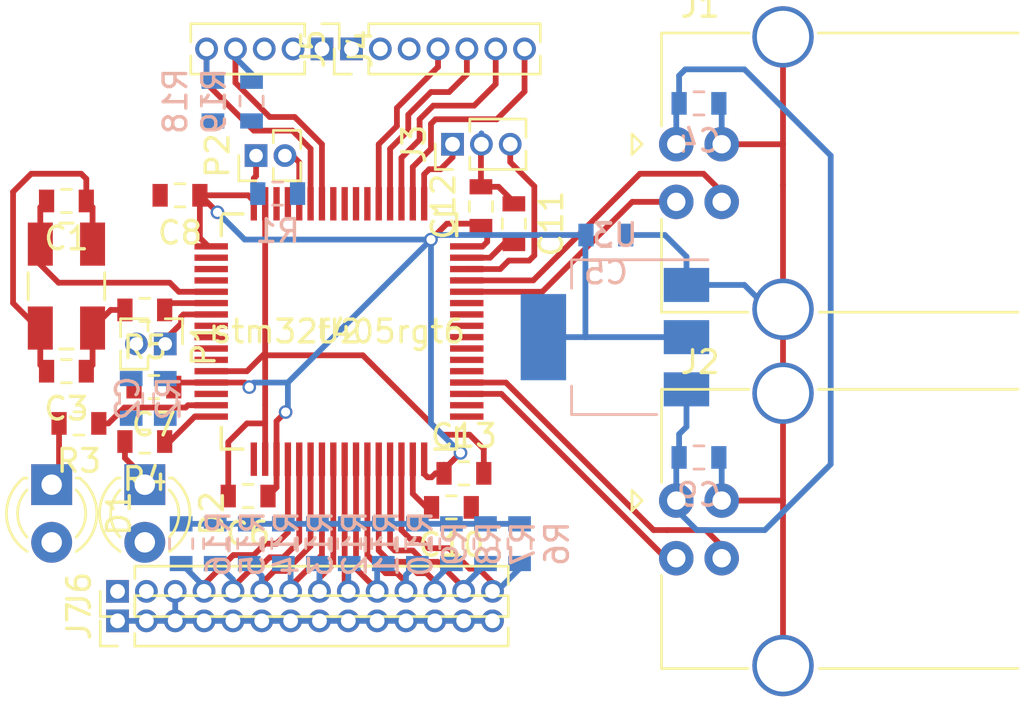
<source format=kicad_pcb>
(kicad_pcb (version 4) (host pcbnew 4.0.7-e2-6376~58~ubuntu16.04.1)

  (general
    (links 136)
    (no_connects 27)
    (area 146.665 80.55238 193.625001 115.247619)
    (thickness 1.6)
    (drawings 0)
    (tracks 353)
    (zones 0)
    (modules 45)
    (nets 38)
  )

  (page A4)
  (layers
    (0 F.Cu signal)
    (31 B.Cu signal)
    (32 B.Adhes user)
    (33 F.Adhes user)
    (34 B.Paste user)
    (35 F.Paste user)
    (36 B.SilkS user)
    (37 F.SilkS user)
    (38 B.Mask user)
    (39 F.Mask user)
    (40 Dwgs.User user hide)
    (41 Cmts.User user)
    (42 Eco1.User user)
    (43 Eco2.User user)
    (44 Edge.Cuts user)
    (45 Margin user)
    (46 B.CrtYd user)
    (47 F.CrtYd user)
    (48 B.Fab user)
    (49 F.Fab user)
  )

  (setup
    (last_trace_width 0.254)
    (user_trace_width 0.4)
    (user_trace_width 0.6)
    (user_trace_width 0.8)
    (trace_clearance 0.2)
    (zone_clearance 0.508)
    (zone_45_only no)
    (trace_min 0.2)
    (segment_width 0.2)
    (edge_width 0.15)
    (via_size 0.6)
    (via_drill 0.4)
    (via_min_size 0.4)
    (via_min_drill 0.3)
    (user_via 1 0.6)
    (user_via 1.6 1)
    (uvia_size 0.3)
    (uvia_drill 0.1)
    (uvias_allowed no)
    (uvia_min_size 0.2)
    (uvia_min_drill 0.1)
    (pcb_text_width 0.3)
    (pcb_text_size 1.5 1.5)
    (mod_edge_width 0.15)
    (mod_text_size 1 1)
    (mod_text_width 0.15)
    (pad_size 1.524 1.524)
    (pad_drill 0.762)
    (pad_to_mask_clearance 0.2)
    (aux_axis_origin 0 0)
    (visible_elements 7FFFFF9F)
    (pcbplotparams
      (layerselection 0x00030_80000001)
      (usegerberextensions false)
      (excludeedgelayer true)
      (linewidth 0.100000)
      (plotframeref false)
      (viasonmask false)
      (mode 1)
      (useauxorigin false)
      (hpglpennumber 1)
      (hpglpenspeed 20)
      (hpglpendiameter 15)
      (hpglpenoverlay 2)
      (psnegative false)
      (psa4output false)
      (plotreference true)
      (plotvalue true)
      (plotinvisibletext false)
      (padsonsilk false)
      (subtractmaskfromsilk false)
      (outputformat 1)
      (mirror false)
      (drillshape 1)
      (scaleselection 1)
      (outputdirectory ""))
  )

  (net 0 "")
  (net 1 GND)
  (net 2 /clk-in)
  (net 3 /~mcu-rst~)
  (net 4 "Net-(C3-Pad1)")
  (net 5 /vbus)
  (net 6 VDD)
  (net 7 "Net-(C10-Pad2)")
  (net 8 "Net-(C11-Pad2)")
  (net 9 "Net-(D1-Pad1)")
  (net 10 "Net-(D2-Pad1)")
  (net 11 /dev_dm)
  (net 12 /dev_dp)
  (net 13 /host_dp)
  (net 14 /host_dm)
  (net 15 /swd_clk)
  (net 16 /swd_io)
  (net 17 /boot0)
  (net 18 /led-0)
  (net 19 /led-1)
  (net 20 /clk-out)
  (net 21 /i2c_sda)
  (net 22 /i2c_scl)
  (net 23 /spi_sck)
  (net 24 /spi_miso)
  (net 25 /spi_mosi)
  (net 26 /spi_nss)
  (net 27 /pb10)
  (net 28 /pb11)
  (net 29 /pb2)
  (net 30 /pb1)
  (net 31 /pb0)
  (net 32 /pa7)
  (net 33 /pa6)
  (net 34 /pa5)
  (net 35 /pa4)
  (net 36 /pc4)
  (net 37 /pc5)

  (net_class Default "This is the default net class."
    (clearance 0.2)
    (trace_width 0.254)
    (via_dia 0.6)
    (via_drill 0.4)
    (uvia_dia 0.3)
    (uvia_drill 0.1)
    (add_net /boot0)
    (add_net /clk-in)
    (add_net /clk-out)
    (add_net /dev_dm)
    (add_net /dev_dp)
    (add_net /host_dm)
    (add_net /host_dp)
    (add_net /i2c_scl)
    (add_net /i2c_sda)
    (add_net /led-0)
    (add_net /led-1)
    (add_net /pa4)
    (add_net /pa5)
    (add_net /pa6)
    (add_net /pa7)
    (add_net /pb0)
    (add_net /pb1)
    (add_net /pb10)
    (add_net /pb11)
    (add_net /pb2)
    (add_net /pc4)
    (add_net /pc5)
    (add_net /spi_miso)
    (add_net /spi_mosi)
    (add_net /spi_nss)
    (add_net /spi_sck)
    (add_net /swd_clk)
    (add_net /swd_io)
    (add_net /vbus)
    (add_net /~mcu-rst~)
    (add_net GND)
    (add_net "Net-(C10-Pad2)")
    (add_net "Net-(C11-Pad2)")
    (add_net "Net-(C3-Pad1)")
    (add_net "Net-(D1-Pad1)")
    (add_net "Net-(D2-Pad1)")
    (add_net VDD)
  )

  (module Connector_PinHeader_1.27mm:PinHeader_1x02_P1.27mm_Vertical (layer F.Cu) (tedit 5A71EF46) (tstamp 5A6EA26C)
    (at 159.6 90 90)
    (descr "Through hole straight pin header, 1x02, 1.27mm pitch, single row")
    (tags "Through hole pin header THT 1x02 1.27mm single row")
    (path /5A699B9C)
    (fp_text reference P2 (at 0 -1.695 90) (layer F.SilkS)
      (effects (font (size 1 1) (thickness 0.15)))
    )
    (fp_text value bootldr (at 0 2.965 90) (layer F.Fab)
      (effects (font (size 1 1) (thickness 0.15)))
    )
    (fp_line (start -0.525 -0.635) (end 1.05 -0.635) (layer F.Fab) (width 0.1))
    (fp_line (start 1.05 -0.635) (end 1.05 1.905) (layer F.Fab) (width 0.1))
    (fp_line (start 1.05 1.905) (end -1.05 1.905) (layer F.Fab) (width 0.1))
    (fp_line (start -1.05 1.905) (end -1.05 -0.11) (layer F.Fab) (width 0.1))
    (fp_line (start -1.05 -0.11) (end -0.525 -0.635) (layer F.Fab) (width 0.1))
    (fp_line (start -1.11 1.965) (end -0.30753 1.965) (layer F.SilkS) (width 0.12))
    (fp_line (start 0.30753 1.965) (end 1.11 1.965) (layer F.SilkS) (width 0.12))
    (fp_line (start -1.11 0.76) (end -1.11 1.965) (layer F.SilkS) (width 0.12))
    (fp_line (start 1.11 0.76) (end 1.11 1.965) (layer F.SilkS) (width 0.12))
    (fp_line (start -1.11 0.76) (end -0.563471 0.76) (layer F.SilkS) (width 0.12))
    (fp_line (start 0.563471 0.76) (end 1.11 0.76) (layer F.SilkS) (width 0.12))
    (fp_line (start -1.11 0) (end -1.11 -0.76) (layer F.SilkS) (width 0.12))
    (fp_line (start -1.11 -0.76) (end 0 -0.76) (layer F.SilkS) (width 0.12))
    (fp_line (start -1.55 -1.15) (end -1.55 2.45) (layer F.CrtYd) (width 0.05))
    (fp_line (start -1.55 2.45) (end 1.55 2.45) (layer F.CrtYd) (width 0.05))
    (fp_line (start 1.55 2.45) (end 1.55 -1.15) (layer F.CrtYd) (width 0.05))
    (fp_line (start 1.55 -1.15) (end -1.55 -1.15) (layer F.CrtYd) (width 0.05))
    (fp_text user %R (at 0 0.635 180) (layer F.Fab)
      (effects (font (size 1 1) (thickness 0.15)))
    )
    (pad 1 thru_hole rect (at 0 0 90) (size 1 1) (drill 0.6) (layers *.Cu *.Mask)
      (net 6 VDD))
    (pad 2 thru_hole oval (at 0 1.27 90) (size 1 1) (drill 0.6) (layers *.Cu *.Mask)
      (net 17 /boot0))
    (model ${KISYS3DMOD}/Connector_PinHeader_1.27mm.3dshapes/PinHeader_1x02_P1.27mm_Vertical.wrl
      (at (xyz 0 0 0))
      (scale (xyz 1 1 1))
      (rotate (xyz 0 0 0))
    )
  )

  (module Connector_PinHeader_1.27mm:PinHeader_1x02_P1.27mm_Vertical (layer F.Cu) (tedit 5A71EF21) (tstamp 5A6EA266)
    (at 155.6 98.3 270)
    (descr "Through hole straight pin header, 1x02, 1.27mm pitch, single row")
    (tags "Through hole pin header THT 1x02 1.27mm single row")
    (path /5A6EB4A8)
    (fp_text reference P1 (at 0 -1.695 270) (layer F.SilkS)
      (effects (font (size 1 1) (thickness 0.15)))
    )
    (fp_text value ~rst~ (at 0 2.965 270) (layer F.Fab)
      (effects (font (size 1 1) (thickness 0.15)))
    )
    (fp_line (start -0.525 -0.635) (end 1.05 -0.635) (layer F.Fab) (width 0.1))
    (fp_line (start 1.05 -0.635) (end 1.05 1.905) (layer F.Fab) (width 0.1))
    (fp_line (start 1.05 1.905) (end -1.05 1.905) (layer F.Fab) (width 0.1))
    (fp_line (start -1.05 1.905) (end -1.05 -0.11) (layer F.Fab) (width 0.1))
    (fp_line (start -1.05 -0.11) (end -0.525 -0.635) (layer F.Fab) (width 0.1))
    (fp_line (start -1.11 1.965) (end -0.30753 1.965) (layer F.SilkS) (width 0.12))
    (fp_line (start 0.30753 1.965) (end 1.11 1.965) (layer F.SilkS) (width 0.12))
    (fp_line (start -1.11 0.76) (end -1.11 1.965) (layer F.SilkS) (width 0.12))
    (fp_line (start 1.11 0.76) (end 1.11 1.965) (layer F.SilkS) (width 0.12))
    (fp_line (start -1.11 0.76) (end -0.563471 0.76) (layer F.SilkS) (width 0.12))
    (fp_line (start 0.563471 0.76) (end 1.11 0.76) (layer F.SilkS) (width 0.12))
    (fp_line (start -1.11 0) (end -1.11 -0.76) (layer F.SilkS) (width 0.12))
    (fp_line (start -1.11 -0.76) (end 0 -0.76) (layer F.SilkS) (width 0.12))
    (fp_line (start -1.55 -1.15) (end -1.55 2.45) (layer F.CrtYd) (width 0.05))
    (fp_line (start -1.55 2.45) (end 1.55 2.45) (layer F.CrtYd) (width 0.05))
    (fp_line (start 1.55 2.45) (end 1.55 -1.15) (layer F.CrtYd) (width 0.05))
    (fp_line (start 1.55 -1.15) (end -1.55 -1.15) (layer F.CrtYd) (width 0.05))
    (fp_text user %R (at 0 0.635 360) (layer F.Fab)
      (effects (font (size 1 1) (thickness 0.15)))
    )
    (pad 1 thru_hole rect (at 0 0 270) (size 1 1) (drill 0.6) (layers *.Cu *.Mask)
      (net 3 /~mcu-rst~))
    (pad 2 thru_hole oval (at 0 1.27 270) (size 1 1) (drill 0.6) (layers *.Cu *.Mask)
      (net 1 GND))
    (model ${KISYS3DMOD}/Connector_PinHeader_1.27mm.3dshapes/PinHeader_1x02_P1.27mm_Vertical.wrl
      (at (xyz 0 0 0))
      (scale (xyz 1 1 1))
      (rotate (xyz 0 0 0))
    )
  )

  (module Capacitor_SMD:C_0603_1608Metric (layer F.Cu) (tedit 59FE48B8) (tstamp 5A6EA1E5)
    (at 151.25 92 180)
    (descr "Capacitor SMD 0603 (1608 Metric), square (rectangular) end terminal, IPC_7351 nominal, (Body size source: http://www.tortai-tech.com/upload/download/2011102023233369053.pdf), generated with kicad-footprint-generator")
    (tags capacitor)
    (path /5A699B68)
    (attr smd)
    (fp_text reference C1 (at 0 -1.65 180) (layer F.SilkS)
      (effects (font (size 1 1) (thickness 0.15)))
    )
    (fp_text value 18p (at 0 1.65 180) (layer F.Fab)
      (effects (font (size 1 1) (thickness 0.15)))
    )
    (fp_line (start -0.8 0.4) (end -0.8 -0.4) (layer F.Fab) (width 0.1))
    (fp_line (start -0.8 -0.4) (end 0.8 -0.4) (layer F.Fab) (width 0.1))
    (fp_line (start 0.8 -0.4) (end 0.8 0.4) (layer F.Fab) (width 0.1))
    (fp_line (start 0.8 0.4) (end -0.8 0.4) (layer F.Fab) (width 0.1))
    (fp_line (start -0.22 -0.51) (end 0.22 -0.51) (layer F.SilkS) (width 0.12))
    (fp_line (start -0.22 0.51) (end 0.22 0.51) (layer F.SilkS) (width 0.12))
    (fp_line (start -1.46 0.75) (end -1.46 -0.75) (layer F.CrtYd) (width 0.05))
    (fp_line (start -1.46 -0.75) (end 1.46 -0.75) (layer F.CrtYd) (width 0.05))
    (fp_line (start 1.46 -0.75) (end 1.46 0.75) (layer F.CrtYd) (width 0.05))
    (fp_line (start 1.46 0.75) (end -1.46 0.75) (layer F.CrtYd) (width 0.05))
    (fp_text user %R (at 0 0 180) (layer F.Fab)
      (effects (font (size 0.5 0.5) (thickness 0.08)))
    )
    (pad 1 smd rect (at -0.875 0 180) (size 0.67 1) (layers F.Cu F.Paste F.Mask)
      (net 1 GND))
    (pad 2 smd rect (at 0.875 0 180) (size 0.67 1) (layers F.Cu F.Paste F.Mask)
      (net 2 /clk-in))
    (model ${KISYS3DMOD}/Capacitor_SMD.3dshapes/C_0603_1608Metric.wrl
      (at (xyz 0 0 0))
      (scale (xyz 1 1 1))
      (rotate (xyz 0 0 0))
    )
  )

  (module Capacitor_SMD:C_0603_1608Metric (layer B.Cu) (tedit 59FE48B8) (tstamp 5A6EA1EB)
    (at 155.6 100.7 270)
    (descr "Capacitor SMD 0603 (1608 Metric), square (rectangular) end terminal, IPC_7351 nominal, (Body size source: http://www.tortai-tech.com/upload/download/2011102023233369053.pdf), generated with kicad-footprint-generator")
    (tags capacitor)
    (path /5A699B64)
    (attr smd)
    (fp_text reference C2 (at 0 1.65 270) (layer B.SilkS)
      (effects (font (size 1 1) (thickness 0.15)) (justify mirror))
    )
    (fp_text value 100n (at 0 -1.65 270) (layer B.Fab)
      (effects (font (size 1 1) (thickness 0.15)) (justify mirror))
    )
    (fp_line (start -0.8 -0.4) (end -0.8 0.4) (layer B.Fab) (width 0.1))
    (fp_line (start -0.8 0.4) (end 0.8 0.4) (layer B.Fab) (width 0.1))
    (fp_line (start 0.8 0.4) (end 0.8 -0.4) (layer B.Fab) (width 0.1))
    (fp_line (start 0.8 -0.4) (end -0.8 -0.4) (layer B.Fab) (width 0.1))
    (fp_line (start -0.22 0.51) (end 0.22 0.51) (layer B.SilkS) (width 0.12))
    (fp_line (start -0.22 -0.51) (end 0.22 -0.51) (layer B.SilkS) (width 0.12))
    (fp_line (start -1.46 -0.75) (end -1.46 0.75) (layer B.CrtYd) (width 0.05))
    (fp_line (start -1.46 0.75) (end 1.46 0.75) (layer B.CrtYd) (width 0.05))
    (fp_line (start 1.46 0.75) (end 1.46 -0.75) (layer B.CrtYd) (width 0.05))
    (fp_line (start 1.46 -0.75) (end -1.46 -0.75) (layer B.CrtYd) (width 0.05))
    (fp_text user %R (at 0 0 270) (layer B.Fab)
      (effects (font (size 0.5 0.5) (thickness 0.08)) (justify mirror))
    )
    (pad 1 smd rect (at -0.875 0 270) (size 0.67 1) (layers B.Cu B.Paste B.Mask)
      (net 3 /~mcu-rst~))
    (pad 2 smd rect (at 0.875 0 270) (size 0.67 1) (layers B.Cu B.Paste B.Mask)
      (net 1 GND))
    (model ${KISYS3DMOD}/Capacitor_SMD.3dshapes/C_0603_1608Metric.wrl
      (at (xyz 0 0 0))
      (scale (xyz 1 1 1))
      (rotate (xyz 0 0 0))
    )
  )

  (module Capacitor_SMD:C_0603_1608Metric (layer F.Cu) (tedit 59FE48B8) (tstamp 5A6EA1F1)
    (at 151.25 99.5 180)
    (descr "Capacitor SMD 0603 (1608 Metric), square (rectangular) end terminal, IPC_7351 nominal, (Body size source: http://www.tortai-tech.com/upload/download/2011102023233369053.pdf), generated with kicad-footprint-generator")
    (tags capacitor)
    (path /5A699B69)
    (attr smd)
    (fp_text reference C3 (at 0 -1.65 180) (layer F.SilkS)
      (effects (font (size 1 1) (thickness 0.15)))
    )
    (fp_text value 18p (at 0 1.65 180) (layer F.Fab)
      (effects (font (size 1 1) (thickness 0.15)))
    )
    (fp_line (start -0.8 0.4) (end -0.8 -0.4) (layer F.Fab) (width 0.1))
    (fp_line (start -0.8 -0.4) (end 0.8 -0.4) (layer F.Fab) (width 0.1))
    (fp_line (start 0.8 -0.4) (end 0.8 0.4) (layer F.Fab) (width 0.1))
    (fp_line (start 0.8 0.4) (end -0.8 0.4) (layer F.Fab) (width 0.1))
    (fp_line (start -0.22 -0.51) (end 0.22 -0.51) (layer F.SilkS) (width 0.12))
    (fp_line (start -0.22 0.51) (end 0.22 0.51) (layer F.SilkS) (width 0.12))
    (fp_line (start -1.46 0.75) (end -1.46 -0.75) (layer F.CrtYd) (width 0.05))
    (fp_line (start -1.46 -0.75) (end 1.46 -0.75) (layer F.CrtYd) (width 0.05))
    (fp_line (start 1.46 -0.75) (end 1.46 0.75) (layer F.CrtYd) (width 0.05))
    (fp_line (start 1.46 0.75) (end -1.46 0.75) (layer F.CrtYd) (width 0.05))
    (fp_text user %R (at 0 0 180) (layer F.Fab)
      (effects (font (size 0.5 0.5) (thickness 0.08)))
    )
    (pad 1 smd rect (at -0.875 0 180) (size 0.67 1) (layers F.Cu F.Paste F.Mask)
      (net 4 "Net-(C3-Pad1)"))
    (pad 2 smd rect (at 0.875 0 180) (size 0.67 1) (layers F.Cu F.Paste F.Mask)
      (net 1 GND))
    (model ${KISYS3DMOD}/Capacitor_SMD.3dshapes/C_0603_1608Metric.wrl
      (at (xyz 0 0 0))
      (scale (xyz 1 1 1))
      (rotate (xyz 0 0 0))
    )
  )

  (module Capacitor_SMD:C_0603_1608Metric (layer B.Cu) (tedit 59FE48B8) (tstamp 5A6EA1F7)
    (at 179.1 87.7)
    (descr "Capacitor SMD 0603 (1608 Metric), square (rectangular) end terminal, IPC_7351 nominal, (Body size source: http://www.tortai-tech.com/upload/download/2011102023233369053.pdf), generated with kicad-footprint-generator")
    (tags capacitor)
    (path /5A699B7E)
    (attr smd)
    (fp_text reference C4 (at 0 1.65) (layer B.SilkS)
      (effects (font (size 1 1) (thickness 0.15)) (justify mirror))
    )
    (fp_text value 4u7 (at 0 -1.65) (layer B.Fab)
      (effects (font (size 1 1) (thickness 0.15)) (justify mirror))
    )
    (fp_line (start -0.8 -0.4) (end -0.8 0.4) (layer B.Fab) (width 0.1))
    (fp_line (start -0.8 0.4) (end 0.8 0.4) (layer B.Fab) (width 0.1))
    (fp_line (start 0.8 0.4) (end 0.8 -0.4) (layer B.Fab) (width 0.1))
    (fp_line (start 0.8 -0.4) (end -0.8 -0.4) (layer B.Fab) (width 0.1))
    (fp_line (start -0.22 0.51) (end 0.22 0.51) (layer B.SilkS) (width 0.12))
    (fp_line (start -0.22 -0.51) (end 0.22 -0.51) (layer B.SilkS) (width 0.12))
    (fp_line (start -1.46 -0.75) (end -1.46 0.75) (layer B.CrtYd) (width 0.05))
    (fp_line (start -1.46 0.75) (end 1.46 0.75) (layer B.CrtYd) (width 0.05))
    (fp_line (start 1.46 0.75) (end 1.46 -0.75) (layer B.CrtYd) (width 0.05))
    (fp_line (start 1.46 -0.75) (end -1.46 -0.75) (layer B.CrtYd) (width 0.05))
    (fp_text user %R (at 0 0) (layer B.Fab)
      (effects (font (size 0.5 0.5) (thickness 0.08)) (justify mirror))
    )
    (pad 1 smd rect (at -0.875 0) (size 0.67 1) (layers B.Cu B.Paste B.Mask)
      (net 5 /vbus))
    (pad 2 smd rect (at 0.875 0) (size 0.67 1) (layers B.Cu B.Paste B.Mask)
      (net 1 GND))
    (model ${KISYS3DMOD}/Capacitor_SMD.3dshapes/C_0603_1608Metric.wrl
      (at (xyz 0 0 0))
      (scale (xyz 1 1 1))
      (rotate (xyz 0 0 0))
    )
  )

  (module Capacitor_SMD:C_0603_1608Metric (layer B.Cu) (tedit 59FE48B8) (tstamp 5A6EA1FD)
    (at 175 93.5)
    (descr "Capacitor SMD 0603 (1608 Metric), square (rectangular) end terminal, IPC_7351 nominal, (Body size source: http://www.tortai-tech.com/upload/download/2011102023233369053.pdf), generated with kicad-footprint-generator")
    (tags capacitor)
    (path /5A699B7B)
    (attr smd)
    (fp_text reference C5 (at 0 1.65) (layer B.SilkS)
      (effects (font (size 1 1) (thickness 0.15)) (justify mirror))
    )
    (fp_text value 4u7 (at 0 -1.65) (layer B.Fab)
      (effects (font (size 1 1) (thickness 0.15)) (justify mirror))
    )
    (fp_line (start -0.8 -0.4) (end -0.8 0.4) (layer B.Fab) (width 0.1))
    (fp_line (start -0.8 0.4) (end 0.8 0.4) (layer B.Fab) (width 0.1))
    (fp_line (start 0.8 0.4) (end 0.8 -0.4) (layer B.Fab) (width 0.1))
    (fp_line (start 0.8 -0.4) (end -0.8 -0.4) (layer B.Fab) (width 0.1))
    (fp_line (start -0.22 0.51) (end 0.22 0.51) (layer B.SilkS) (width 0.12))
    (fp_line (start -0.22 -0.51) (end 0.22 -0.51) (layer B.SilkS) (width 0.12))
    (fp_line (start -1.46 -0.75) (end -1.46 0.75) (layer B.CrtYd) (width 0.05))
    (fp_line (start -1.46 0.75) (end 1.46 0.75) (layer B.CrtYd) (width 0.05))
    (fp_line (start 1.46 0.75) (end 1.46 -0.75) (layer B.CrtYd) (width 0.05))
    (fp_line (start 1.46 -0.75) (end -1.46 -0.75) (layer B.CrtYd) (width 0.05))
    (fp_text user %R (at 0 0) (layer B.Fab)
      (effects (font (size 0.5 0.5) (thickness 0.08)) (justify mirror))
    )
    (pad 1 smd rect (at -0.875 0) (size 0.67 1) (layers B.Cu B.Paste B.Mask)
      (net 6 VDD))
    (pad 2 smd rect (at 0.875 0) (size 0.67 1) (layers B.Cu B.Paste B.Mask)
      (net 1 GND))
    (model ${KISYS3DMOD}/Capacitor_SMD.3dshapes/C_0603_1608Metric.wrl
      (at (xyz 0 0 0))
      (scale (xyz 1 1 1))
      (rotate (xyz 0 0 0))
    )
  )

  (module Capacitor_SMD:C_0603_1608Metric (layer F.Cu) (tedit 59FE48B8) (tstamp 5A6EA203)
    (at 159.25 105 180)
    (descr "Capacitor SMD 0603 (1608 Metric), square (rectangular) end terminal, IPC_7351 nominal, (Body size source: http://www.tortai-tech.com/upload/download/2011102023233369053.pdf), generated with kicad-footprint-generator")
    (tags capacitor)
    (path /5A6DD1F7)
    (attr smd)
    (fp_text reference C6 (at 0 -1.65 180) (layer F.SilkS)
      (effects (font (size 1 1) (thickness 0.15)))
    )
    (fp_text value 100n (at 0 1.65 180) (layer F.Fab)
      (effects (font (size 1 1) (thickness 0.15)))
    )
    (fp_line (start -0.8 0.4) (end -0.8 -0.4) (layer F.Fab) (width 0.1))
    (fp_line (start -0.8 -0.4) (end 0.8 -0.4) (layer F.Fab) (width 0.1))
    (fp_line (start 0.8 -0.4) (end 0.8 0.4) (layer F.Fab) (width 0.1))
    (fp_line (start 0.8 0.4) (end -0.8 0.4) (layer F.Fab) (width 0.1))
    (fp_line (start -0.22 -0.51) (end 0.22 -0.51) (layer F.SilkS) (width 0.12))
    (fp_line (start -0.22 0.51) (end 0.22 0.51) (layer F.SilkS) (width 0.12))
    (fp_line (start -1.46 0.75) (end -1.46 -0.75) (layer F.CrtYd) (width 0.05))
    (fp_line (start -1.46 -0.75) (end 1.46 -0.75) (layer F.CrtYd) (width 0.05))
    (fp_line (start 1.46 -0.75) (end 1.46 0.75) (layer F.CrtYd) (width 0.05))
    (fp_line (start 1.46 0.75) (end -1.46 0.75) (layer F.CrtYd) (width 0.05))
    (fp_text user %R (at 0 0 180) (layer F.Fab)
      (effects (font (size 0.5 0.5) (thickness 0.08)))
    )
    (pad 1 smd rect (at -0.875 0 180) (size 0.67 1) (layers F.Cu F.Paste F.Mask)
      (net 6 VDD))
    (pad 2 smd rect (at 0.875 0 180) (size 0.67 1) (layers F.Cu F.Paste F.Mask)
      (net 1 GND))
    (model ${KISYS3DMOD}/Capacitor_SMD.3dshapes/C_0603_1608Metric.wrl
      (at (xyz 0 0 0))
      (scale (xyz 1 1 1))
      (rotate (xyz 0 0 0))
    )
  )

  (module Capacitor_SMD:C_0603_1608Metric (layer F.Cu) (tedit 59FE48B8) (tstamp 5A6EA209)
    (at 155.1 100.2 180)
    (descr "Capacitor SMD 0603 (1608 Metric), square (rectangular) end terminal, IPC_7351 nominal, (Body size source: http://www.tortai-tech.com/upload/download/2011102023233369053.pdf), generated with kicad-footprint-generator")
    (tags capacitor)
    (path /5A699BA7)
    (attr smd)
    (fp_text reference C7 (at 0 -1.65 180) (layer F.SilkS)
      (effects (font (size 1 1) (thickness 0.15)))
    )
    (fp_text value 100n (at 0 1.65 180) (layer F.Fab)
      (effects (font (size 1 1) (thickness 0.15)))
    )
    (fp_line (start -0.8 0.4) (end -0.8 -0.4) (layer F.Fab) (width 0.1))
    (fp_line (start -0.8 -0.4) (end 0.8 -0.4) (layer F.Fab) (width 0.1))
    (fp_line (start 0.8 -0.4) (end 0.8 0.4) (layer F.Fab) (width 0.1))
    (fp_line (start 0.8 0.4) (end -0.8 0.4) (layer F.Fab) (width 0.1))
    (fp_line (start -0.22 -0.51) (end 0.22 -0.51) (layer F.SilkS) (width 0.12))
    (fp_line (start -0.22 0.51) (end 0.22 0.51) (layer F.SilkS) (width 0.12))
    (fp_line (start -1.46 0.75) (end -1.46 -0.75) (layer F.CrtYd) (width 0.05))
    (fp_line (start -1.46 -0.75) (end 1.46 -0.75) (layer F.CrtYd) (width 0.05))
    (fp_line (start 1.46 -0.75) (end 1.46 0.75) (layer F.CrtYd) (width 0.05))
    (fp_line (start 1.46 0.75) (end -1.46 0.75) (layer F.CrtYd) (width 0.05))
    (fp_text user %R (at 0 0 180) (layer F.Fab)
      (effects (font (size 0.5 0.5) (thickness 0.08)))
    )
    (pad 1 smd rect (at -0.875 0 180) (size 0.67 1) (layers F.Cu F.Paste F.Mask)
      (net 6 VDD))
    (pad 2 smd rect (at 0.875 0 180) (size 0.67 1) (layers F.Cu F.Paste F.Mask)
      (net 1 GND))
    (model ${KISYS3DMOD}/Capacitor_SMD.3dshapes/C_0603_1608Metric.wrl
      (at (xyz 0 0 0))
      (scale (xyz 1 1 1))
      (rotate (xyz 0 0 0))
    )
  )

  (module Capacitor_SMD:C_0603_1608Metric (layer F.Cu) (tedit 59FE48B8) (tstamp 5A6EA20F)
    (at 156.25 91.75 180)
    (descr "Capacitor SMD 0603 (1608 Metric), square (rectangular) end terminal, IPC_7351 nominal, (Body size source: http://www.tortai-tech.com/upload/download/2011102023233369053.pdf), generated with kicad-footprint-generator")
    (tags capacitor)
    (path /5A699BA8)
    (attr smd)
    (fp_text reference C8 (at 0 -1.65 180) (layer F.SilkS)
      (effects (font (size 1 1) (thickness 0.15)))
    )
    (fp_text value 100n (at 0 1.65 180) (layer F.Fab)
      (effects (font (size 1 1) (thickness 0.15)))
    )
    (fp_line (start -0.8 0.4) (end -0.8 -0.4) (layer F.Fab) (width 0.1))
    (fp_line (start -0.8 -0.4) (end 0.8 -0.4) (layer F.Fab) (width 0.1))
    (fp_line (start 0.8 -0.4) (end 0.8 0.4) (layer F.Fab) (width 0.1))
    (fp_line (start 0.8 0.4) (end -0.8 0.4) (layer F.Fab) (width 0.1))
    (fp_line (start -0.22 -0.51) (end 0.22 -0.51) (layer F.SilkS) (width 0.12))
    (fp_line (start -0.22 0.51) (end 0.22 0.51) (layer F.SilkS) (width 0.12))
    (fp_line (start -1.46 0.75) (end -1.46 -0.75) (layer F.CrtYd) (width 0.05))
    (fp_line (start -1.46 -0.75) (end 1.46 -0.75) (layer F.CrtYd) (width 0.05))
    (fp_line (start 1.46 -0.75) (end 1.46 0.75) (layer F.CrtYd) (width 0.05))
    (fp_line (start 1.46 0.75) (end -1.46 0.75) (layer F.CrtYd) (width 0.05))
    (fp_text user %R (at 0 0 180) (layer F.Fab)
      (effects (font (size 0.5 0.5) (thickness 0.08)))
    )
    (pad 1 smd rect (at -0.875 0 180) (size 0.67 1) (layers F.Cu F.Paste F.Mask)
      (net 6 VDD))
    (pad 2 smd rect (at 0.875 0 180) (size 0.67 1) (layers F.Cu F.Paste F.Mask)
      (net 1 GND))
    (model ${KISYS3DMOD}/Capacitor_SMD.3dshapes/C_0603_1608Metric.wrl
      (at (xyz 0 0 0))
      (scale (xyz 1 1 1))
      (rotate (xyz 0 0 0))
    )
  )

  (module Capacitor_SMD:C_0603_1608Metric (layer B.Cu) (tedit 59FE48B8) (tstamp 5A6EA215)
    (at 179.1 103.3)
    (descr "Capacitor SMD 0603 (1608 Metric), square (rectangular) end terminal, IPC_7351 nominal, (Body size source: http://www.tortai-tech.com/upload/download/2011102023233369053.pdf), generated with kicad-footprint-generator")
    (tags capacitor)
    (path /5A6E3D62)
    (attr smd)
    (fp_text reference C9 (at 0 1.65) (layer B.SilkS)
      (effects (font (size 1 1) (thickness 0.15)) (justify mirror))
    )
    (fp_text value 4u7 (at 0 -1.65) (layer B.Fab)
      (effects (font (size 1 1) (thickness 0.15)) (justify mirror))
    )
    (fp_line (start -0.8 -0.4) (end -0.8 0.4) (layer B.Fab) (width 0.1))
    (fp_line (start -0.8 0.4) (end 0.8 0.4) (layer B.Fab) (width 0.1))
    (fp_line (start 0.8 0.4) (end 0.8 -0.4) (layer B.Fab) (width 0.1))
    (fp_line (start 0.8 -0.4) (end -0.8 -0.4) (layer B.Fab) (width 0.1))
    (fp_line (start -0.22 0.51) (end 0.22 0.51) (layer B.SilkS) (width 0.12))
    (fp_line (start -0.22 -0.51) (end 0.22 -0.51) (layer B.SilkS) (width 0.12))
    (fp_line (start -1.46 -0.75) (end -1.46 0.75) (layer B.CrtYd) (width 0.05))
    (fp_line (start -1.46 0.75) (end 1.46 0.75) (layer B.CrtYd) (width 0.05))
    (fp_line (start 1.46 0.75) (end 1.46 -0.75) (layer B.CrtYd) (width 0.05))
    (fp_line (start 1.46 -0.75) (end -1.46 -0.75) (layer B.CrtYd) (width 0.05))
    (fp_text user %R (at 0 0) (layer B.Fab)
      (effects (font (size 0.5 0.5) (thickness 0.08)) (justify mirror))
    )
    (pad 1 smd rect (at -0.875 0) (size 0.67 1) (layers B.Cu B.Paste B.Mask)
      (net 5 /vbus))
    (pad 2 smd rect (at 0.875 0) (size 0.67 1) (layers B.Cu B.Paste B.Mask)
      (net 1 GND))
    (model ${KISYS3DMOD}/Capacitor_SMD.3dshapes/C_0603_1608Metric.wrl
      (at (xyz 0 0 0))
      (scale (xyz 1 1 1))
      (rotate (xyz 0 0 0))
    )
  )

  (module Capacitor_SMD:C_0603_1608Metric (layer F.Cu) (tedit 59FE48B8) (tstamp 5A6EA21B)
    (at 168.2 105.5 180)
    (descr "Capacitor SMD 0603 (1608 Metric), square (rectangular) end terminal, IPC_7351 nominal, (Body size source: http://www.tortai-tech.com/upload/download/2011102023233369053.pdf), generated with kicad-footprint-generator")
    (tags capacitor)
    (path /5A6DAD48)
    (attr smd)
    (fp_text reference C10 (at 0 -1.65 180) (layer F.SilkS)
      (effects (font (size 1 1) (thickness 0.15)))
    )
    (fp_text value 2u2 (at 0 1.65 180) (layer F.Fab)
      (effects (font (size 1 1) (thickness 0.15)))
    )
    (fp_line (start -0.8 0.4) (end -0.8 -0.4) (layer F.Fab) (width 0.1))
    (fp_line (start -0.8 -0.4) (end 0.8 -0.4) (layer F.Fab) (width 0.1))
    (fp_line (start 0.8 -0.4) (end 0.8 0.4) (layer F.Fab) (width 0.1))
    (fp_line (start 0.8 0.4) (end -0.8 0.4) (layer F.Fab) (width 0.1))
    (fp_line (start -0.22 -0.51) (end 0.22 -0.51) (layer F.SilkS) (width 0.12))
    (fp_line (start -0.22 0.51) (end 0.22 0.51) (layer F.SilkS) (width 0.12))
    (fp_line (start -1.46 0.75) (end -1.46 -0.75) (layer F.CrtYd) (width 0.05))
    (fp_line (start -1.46 -0.75) (end 1.46 -0.75) (layer F.CrtYd) (width 0.05))
    (fp_line (start 1.46 -0.75) (end 1.46 0.75) (layer F.CrtYd) (width 0.05))
    (fp_line (start 1.46 0.75) (end -1.46 0.75) (layer F.CrtYd) (width 0.05))
    (fp_text user %R (at 0 0 180) (layer F.Fab)
      (effects (font (size 0.5 0.5) (thickness 0.08)))
    )
    (pad 1 smd rect (at -0.875 0 180) (size 0.67 1) (layers F.Cu F.Paste F.Mask)
      (net 1 GND))
    (pad 2 smd rect (at 0.875 0 180) (size 0.67 1) (layers F.Cu F.Paste F.Mask)
      (net 7 "Net-(C10-Pad2)"))
    (model ${KISYS3DMOD}/Capacitor_SMD.3dshapes/C_0603_1608Metric.wrl
      (at (xyz 0 0 0))
      (scale (xyz 1 1 1))
      (rotate (xyz 0 0 0))
    )
  )

  (module Capacitor_SMD:C_0603_1608Metric (layer F.Cu) (tedit 59FE48B8) (tstamp 5A6EA221)
    (at 170.95 93 270)
    (descr "Capacitor SMD 0603 (1608 Metric), square (rectangular) end terminal, IPC_7351 nominal, (Body size source: http://www.tortai-tech.com/upload/download/2011102023233369053.pdf), generated with kicad-footprint-generator")
    (tags capacitor)
    (path /5A6DB5B7)
    (attr smd)
    (fp_text reference C11 (at 0 -1.65 270) (layer F.SilkS)
      (effects (font (size 1 1) (thickness 0.15)))
    )
    (fp_text value 2u2 (at 0 1.65 270) (layer F.Fab)
      (effects (font (size 1 1) (thickness 0.15)))
    )
    (fp_line (start -0.8 0.4) (end -0.8 -0.4) (layer F.Fab) (width 0.1))
    (fp_line (start -0.8 -0.4) (end 0.8 -0.4) (layer F.Fab) (width 0.1))
    (fp_line (start 0.8 -0.4) (end 0.8 0.4) (layer F.Fab) (width 0.1))
    (fp_line (start 0.8 0.4) (end -0.8 0.4) (layer F.Fab) (width 0.1))
    (fp_line (start -0.22 -0.51) (end 0.22 -0.51) (layer F.SilkS) (width 0.12))
    (fp_line (start -0.22 0.51) (end 0.22 0.51) (layer F.SilkS) (width 0.12))
    (fp_line (start -1.46 0.75) (end -1.46 -0.75) (layer F.CrtYd) (width 0.05))
    (fp_line (start -1.46 -0.75) (end 1.46 -0.75) (layer F.CrtYd) (width 0.05))
    (fp_line (start 1.46 -0.75) (end 1.46 0.75) (layer F.CrtYd) (width 0.05))
    (fp_line (start 1.46 0.75) (end -1.46 0.75) (layer F.CrtYd) (width 0.05))
    (fp_text user %R (at 0 0 270) (layer F.Fab)
      (effects (font (size 0.5 0.5) (thickness 0.08)))
    )
    (pad 1 smd rect (at -0.875 0 270) (size 0.67 1) (layers F.Cu F.Paste F.Mask)
      (net 1 GND))
    (pad 2 smd rect (at 0.875 0 270) (size 0.67 1) (layers F.Cu F.Paste F.Mask)
      (net 8 "Net-(C11-Pad2)"))
    (model ${KISYS3DMOD}/Capacitor_SMD.3dshapes/C_0603_1608Metric.wrl
      (at (xyz 0 0 0))
      (scale (xyz 1 1 1))
      (rotate (xyz 0 0 0))
    )
  )

  (module Capacitor_SMD:C_0603_1608Metric (layer F.Cu) (tedit 59FE48B8) (tstamp 5A6EA227)
    (at 169.5 92.25 90)
    (descr "Capacitor SMD 0603 (1608 Metric), square (rectangular) end terminal, IPC_7351 nominal, (Body size source: http://www.tortai-tech.com/upload/download/2011102023233369053.pdf), generated with kicad-footprint-generator")
    (tags capacitor)
    (path /5A699BA9)
    (attr smd)
    (fp_text reference C12 (at 0 -1.65 90) (layer F.SilkS)
      (effects (font (size 1 1) (thickness 0.15)))
    )
    (fp_text value 100n (at 0 1.65 90) (layer F.Fab)
      (effects (font (size 1 1) (thickness 0.15)))
    )
    (fp_line (start -0.8 0.4) (end -0.8 -0.4) (layer F.Fab) (width 0.1))
    (fp_line (start -0.8 -0.4) (end 0.8 -0.4) (layer F.Fab) (width 0.1))
    (fp_line (start 0.8 -0.4) (end 0.8 0.4) (layer F.Fab) (width 0.1))
    (fp_line (start 0.8 0.4) (end -0.8 0.4) (layer F.Fab) (width 0.1))
    (fp_line (start -0.22 -0.51) (end 0.22 -0.51) (layer F.SilkS) (width 0.12))
    (fp_line (start -0.22 0.51) (end 0.22 0.51) (layer F.SilkS) (width 0.12))
    (fp_line (start -1.46 0.75) (end -1.46 -0.75) (layer F.CrtYd) (width 0.05))
    (fp_line (start -1.46 -0.75) (end 1.46 -0.75) (layer F.CrtYd) (width 0.05))
    (fp_line (start 1.46 -0.75) (end 1.46 0.75) (layer F.CrtYd) (width 0.05))
    (fp_line (start 1.46 0.75) (end -1.46 0.75) (layer F.CrtYd) (width 0.05))
    (fp_text user %R (at 0 0 90) (layer F.Fab)
      (effects (font (size 0.5 0.5) (thickness 0.08)))
    )
    (pad 1 smd rect (at -0.875 0 90) (size 0.67 1) (layers F.Cu F.Paste F.Mask)
      (net 6 VDD))
    (pad 2 smd rect (at 0.875 0 90) (size 0.67 1) (layers F.Cu F.Paste F.Mask)
      (net 1 GND))
    (model ${KISYS3DMOD}/Capacitor_SMD.3dshapes/C_0603_1608Metric.wrl
      (at (xyz 0 0 0))
      (scale (xyz 1 1 1))
      (rotate (xyz 0 0 0))
    )
  )

  (module Capacitor_SMD:C_0603_1608Metric (layer F.Cu) (tedit 59FE48B8) (tstamp 5A6EA22D)
    (at 168.75 104)
    (descr "Capacitor SMD 0603 (1608 Metric), square (rectangular) end terminal, IPC_7351 nominal, (Body size source: http://www.tortai-tech.com/upload/download/2011102023233369053.pdf), generated with kicad-footprint-generator")
    (tags capacitor)
    (path /5A699BAA)
    (attr smd)
    (fp_text reference C13 (at 0 -1.65) (layer F.SilkS)
      (effects (font (size 1 1) (thickness 0.15)))
    )
    (fp_text value 100n (at 0 1.65) (layer F.Fab)
      (effects (font (size 1 1) (thickness 0.15)))
    )
    (fp_line (start -0.8 0.4) (end -0.8 -0.4) (layer F.Fab) (width 0.1))
    (fp_line (start -0.8 -0.4) (end 0.8 -0.4) (layer F.Fab) (width 0.1))
    (fp_line (start 0.8 -0.4) (end 0.8 0.4) (layer F.Fab) (width 0.1))
    (fp_line (start 0.8 0.4) (end -0.8 0.4) (layer F.Fab) (width 0.1))
    (fp_line (start -0.22 -0.51) (end 0.22 -0.51) (layer F.SilkS) (width 0.12))
    (fp_line (start -0.22 0.51) (end 0.22 0.51) (layer F.SilkS) (width 0.12))
    (fp_line (start -1.46 0.75) (end -1.46 -0.75) (layer F.CrtYd) (width 0.05))
    (fp_line (start -1.46 -0.75) (end 1.46 -0.75) (layer F.CrtYd) (width 0.05))
    (fp_line (start 1.46 -0.75) (end 1.46 0.75) (layer F.CrtYd) (width 0.05))
    (fp_line (start 1.46 0.75) (end -1.46 0.75) (layer F.CrtYd) (width 0.05))
    (fp_text user %R (at 0 0) (layer F.Fab)
      (effects (font (size 0.5 0.5) (thickness 0.08)))
    )
    (pad 1 smd rect (at -0.875 0) (size 0.67 1) (layers F.Cu F.Paste F.Mask)
      (net 6 VDD))
    (pad 2 smd rect (at 0.875 0) (size 0.67 1) (layers F.Cu F.Paste F.Mask)
      (net 1 GND))
    (model ${KISYS3DMOD}/Capacitor_SMD.3dshapes/C_0603_1608Metric.wrl
      (at (xyz 0 0 0))
      (scale (xyz 1 1 1))
      (rotate (xyz 0 0 0))
    )
  )

  (module LED_THT:LED_D3.0mm (layer F.Cu) (tedit 587A3A7B) (tstamp 5A6EA239)
    (at 150.6 104.5 270)
    (descr "LED, diameter 3.0mm, 2 pins")
    (tags "LED diameter 3.0mm 2 pins")
    (path /5A699B96)
    (fp_text reference D1 (at 1.27 -2.96 270) (layer F.SilkS)
      (effects (font (size 1 1) (thickness 0.15)))
    )
    (fp_text value LED (at 1.27 2.96 270) (layer F.Fab)
      (effects (font (size 1 1) (thickness 0.15)))
    )
    (fp_arc (start 1.27 0) (end -0.23 -1.16619) (angle 284.3) (layer F.Fab) (width 0.1))
    (fp_arc (start 1.27 0) (end -0.29 -1.235516) (angle 108.8) (layer F.SilkS) (width 0.12))
    (fp_arc (start 1.27 0) (end -0.29 1.235516) (angle -108.8) (layer F.SilkS) (width 0.12))
    (fp_arc (start 1.27 0) (end 0.229039 -1.08) (angle 87.9) (layer F.SilkS) (width 0.12))
    (fp_arc (start 1.27 0) (end 0.229039 1.08) (angle -87.9) (layer F.SilkS) (width 0.12))
    (fp_circle (center 1.27 0) (end 2.77 0) (layer F.Fab) (width 0.1))
    (fp_line (start -0.23 -1.16619) (end -0.23 1.16619) (layer F.Fab) (width 0.1))
    (fp_line (start -0.29 -1.236) (end -0.29 -1.08) (layer F.SilkS) (width 0.12))
    (fp_line (start -0.29 1.08) (end -0.29 1.236) (layer F.SilkS) (width 0.12))
    (fp_line (start -1.15 -2.25) (end -1.15 2.25) (layer F.CrtYd) (width 0.05))
    (fp_line (start -1.15 2.25) (end 3.7 2.25) (layer F.CrtYd) (width 0.05))
    (fp_line (start 3.7 2.25) (end 3.7 -2.25) (layer F.CrtYd) (width 0.05))
    (fp_line (start 3.7 -2.25) (end -1.15 -2.25) (layer F.CrtYd) (width 0.05))
    (pad 1 thru_hole rect (at 0 0 270) (size 1.8 1.8) (drill 0.9) (layers *.Cu *.Mask)
      (net 9 "Net-(D1-Pad1)"))
    (pad 2 thru_hole circle (at 2.54 0 270) (size 1.8 1.8) (drill 0.9) (layers *.Cu *.Mask)
      (net 1 GND))
    (model ${KISYS3DMOD}/LED_THT.3dshapes/LED_D3.0mm.wrl
      (at (xyz 0 0 0))
      (scale (xyz 1 1 1))
      (rotate (xyz 0 0 0))
    )
  )

  (module LED_THT:LED_D3.0mm (layer F.Cu) (tedit 587A3A7B) (tstamp 5A6EA23F)
    (at 154.7 104.5 270)
    (descr "LED, diameter 3.0mm, 2 pins")
    (tags "LED diameter 3.0mm 2 pins")
    (path /5A699B99)
    (fp_text reference D2 (at 1.27 -2.96 270) (layer F.SilkS)
      (effects (font (size 1 1) (thickness 0.15)))
    )
    (fp_text value LED (at 1.27 2.96 270) (layer F.Fab)
      (effects (font (size 1 1) (thickness 0.15)))
    )
    (fp_arc (start 1.27 0) (end -0.23 -1.16619) (angle 284.3) (layer F.Fab) (width 0.1))
    (fp_arc (start 1.27 0) (end -0.29 -1.235516) (angle 108.8) (layer F.SilkS) (width 0.12))
    (fp_arc (start 1.27 0) (end -0.29 1.235516) (angle -108.8) (layer F.SilkS) (width 0.12))
    (fp_arc (start 1.27 0) (end 0.229039 -1.08) (angle 87.9) (layer F.SilkS) (width 0.12))
    (fp_arc (start 1.27 0) (end 0.229039 1.08) (angle -87.9) (layer F.SilkS) (width 0.12))
    (fp_circle (center 1.27 0) (end 2.77 0) (layer F.Fab) (width 0.1))
    (fp_line (start -0.23 -1.16619) (end -0.23 1.16619) (layer F.Fab) (width 0.1))
    (fp_line (start -0.29 -1.236) (end -0.29 -1.08) (layer F.SilkS) (width 0.12))
    (fp_line (start -0.29 1.08) (end -0.29 1.236) (layer F.SilkS) (width 0.12))
    (fp_line (start -1.15 -2.25) (end -1.15 2.25) (layer F.CrtYd) (width 0.05))
    (fp_line (start -1.15 2.25) (end 3.7 2.25) (layer F.CrtYd) (width 0.05))
    (fp_line (start 3.7 2.25) (end 3.7 -2.25) (layer F.CrtYd) (width 0.05))
    (fp_line (start 3.7 -2.25) (end -1.15 -2.25) (layer F.CrtYd) (width 0.05))
    (pad 1 thru_hole rect (at 0 0 270) (size 1.8 1.8) (drill 0.9) (layers *.Cu *.Mask)
      (net 10 "Net-(D2-Pad1)"))
    (pad 2 thru_hole circle (at 2.54 0 270) (size 1.8 1.8) (drill 0.9) (layers *.Cu *.Mask)
      (net 1 GND))
    (model ${KISYS3DMOD}/LED_THT.3dshapes/LED_D3.0mm.wrl
      (at (xyz 0 0 0))
      (scale (xyz 1 1 1))
      (rotate (xyz 0 0 0))
    )
  )

  (module Connector_PinHeader_1.27mm:PinHeader_1x03_P1.27mm_Vertical (layer F.Cu) (tedit 59FED6E3) (tstamp 5A6EA260)
    (at 168.25 89.5 90)
    (descr "Through hole straight pin header, 1x03, 1.27mm pitch, single row")
    (tags "Through hole pin header THT 1x03 1.27mm single row")
    (path /5A6E9FA9)
    (fp_text reference J3 (at 0 -1.695 90) (layer F.SilkS)
      (effects (font (size 1 1) (thickness 0.15)))
    )
    (fp_text value swd (at 0 4.235 90) (layer F.Fab)
      (effects (font (size 1 1) (thickness 0.15)))
    )
    (fp_line (start -0.525 -0.635) (end 1.05 -0.635) (layer F.Fab) (width 0.1))
    (fp_line (start 1.05 -0.635) (end 1.05 3.175) (layer F.Fab) (width 0.1))
    (fp_line (start 1.05 3.175) (end -1.05 3.175) (layer F.Fab) (width 0.1))
    (fp_line (start -1.05 3.175) (end -1.05 -0.11) (layer F.Fab) (width 0.1))
    (fp_line (start -1.05 -0.11) (end -0.525 -0.635) (layer F.Fab) (width 0.1))
    (fp_line (start -1.11 3.235) (end -0.30753 3.235) (layer F.SilkS) (width 0.12))
    (fp_line (start 0.30753 3.235) (end 1.11 3.235) (layer F.SilkS) (width 0.12))
    (fp_line (start -1.11 0.76) (end -1.11 3.235) (layer F.SilkS) (width 0.12))
    (fp_line (start 1.11 0.76) (end 1.11 3.235) (layer F.SilkS) (width 0.12))
    (fp_line (start -1.11 0.76) (end -0.563471 0.76) (layer F.SilkS) (width 0.12))
    (fp_line (start 0.563471 0.76) (end 1.11 0.76) (layer F.SilkS) (width 0.12))
    (fp_line (start -1.11 0) (end -1.11 -0.76) (layer F.SilkS) (width 0.12))
    (fp_line (start -1.11 -0.76) (end 0 -0.76) (layer F.SilkS) (width 0.12))
    (fp_line (start -1.55 -1.15) (end -1.55 3.7) (layer F.CrtYd) (width 0.05))
    (fp_line (start -1.55 3.7) (end 1.55 3.7) (layer F.CrtYd) (width 0.05))
    (fp_line (start 1.55 3.7) (end 1.55 -1.15) (layer F.CrtYd) (width 0.05))
    (fp_line (start 1.55 -1.15) (end -1.55 -1.15) (layer F.CrtYd) (width 0.05))
    (fp_text user %R (at 0 1.27 180) (layer F.Fab)
      (effects (font (size 1 1) (thickness 0.15)))
    )
    (pad 1 thru_hole rect (at 0 0 90) (size 1 1) (drill 0.65) (layers *.Cu *.Mask)
      (net 15 /swd_clk))
    (pad 2 thru_hole oval (at 0 1.27 90) (size 1 1) (drill 0.65) (layers *.Cu *.Mask)
      (net 1 GND))
    (pad 3 thru_hole oval (at 0 2.54 90) (size 1 1) (drill 0.65) (layers *.Cu *.Mask)
      (net 16 /swd_io))
    (model ${KISYS3DMOD}/Connector_PinHeader_1.27mm.3dshapes/PinHeader_1x03_P1.27mm_Vertical.wrl
      (at (xyz 0 0 0))
      (scale (xyz 1 1 1))
      (rotate (xyz 0 0 0))
    )
  )

  (module Resistor_SMD:R_0603_1608Metric (layer B.Cu) (tedit 59FE48B8) (tstamp 5A6EA272)
    (at 160.55 91.675)
    (descr "Resistor SMD 0603 (1608 Metric), square (rectangular) end terminal, IPC_7351 nominal, (Body size source: http://www.tortai-tech.com/upload/download/2011102023233369053.pdf), generated with kicad-footprint-generator")
    (tags resistor)
    (path /5A699B78)
    (attr smd)
    (fp_text reference R1 (at 0 1.65) (layer B.SilkS)
      (effects (font (size 1 1) (thickness 0.15)) (justify mirror))
    )
    (fp_text value "10k 5%" (at 0 -1.65) (layer B.Fab)
      (effects (font (size 1 1) (thickness 0.15)) (justify mirror))
    )
    (fp_line (start -0.8 -0.4) (end -0.8 0.4) (layer B.Fab) (width 0.1))
    (fp_line (start -0.8 0.4) (end 0.8 0.4) (layer B.Fab) (width 0.1))
    (fp_line (start 0.8 0.4) (end 0.8 -0.4) (layer B.Fab) (width 0.1))
    (fp_line (start 0.8 -0.4) (end -0.8 -0.4) (layer B.Fab) (width 0.1))
    (fp_line (start -0.22 0.51) (end 0.22 0.51) (layer B.SilkS) (width 0.12))
    (fp_line (start -0.22 -0.51) (end 0.22 -0.51) (layer B.SilkS) (width 0.12))
    (fp_line (start -1.46 -0.75) (end -1.46 0.75) (layer B.CrtYd) (width 0.05))
    (fp_line (start -1.46 0.75) (end 1.46 0.75) (layer B.CrtYd) (width 0.05))
    (fp_line (start 1.46 0.75) (end 1.46 -0.75) (layer B.CrtYd) (width 0.05))
    (fp_line (start 1.46 -0.75) (end -1.46 -0.75) (layer B.CrtYd) (width 0.05))
    (fp_text user %R (at 0 0) (layer B.Fab)
      (effects (font (size 0.5 0.5) (thickness 0.08)) (justify mirror))
    )
    (pad 1 smd rect (at -0.875 0) (size 0.67 1) (layers B.Cu B.Paste B.Mask)
      (net 1 GND))
    (pad 2 smd rect (at 0.875 0) (size 0.67 1) (layers B.Cu B.Paste B.Mask)
      (net 17 /boot0))
    (model ${KISYS3DMOD}/Resistor_SMD.3dshapes/R_0603_1608Metric.wrl
      (at (xyz 0 0 0))
      (scale (xyz 1 1 1))
      (rotate (xyz 0 0 0))
    )
  )

  (module Resistor_SMD:R_0603_1608Metric (layer B.Cu) (tedit 59FE48B8) (tstamp 5A6EA278)
    (at 154.1 100.7 90)
    (descr "Resistor SMD 0603 (1608 Metric), square (rectangular) end terminal, IPC_7351 nominal, (Body size source: http://www.tortai-tech.com/upload/download/2011102023233369053.pdf), generated with kicad-footprint-generator")
    (tags resistor)
    (path /5A699B63)
    (attr smd)
    (fp_text reference R2 (at 0 1.65 90) (layer B.SilkS)
      (effects (font (size 1 1) (thickness 0.15)) (justify mirror))
    )
    (fp_text value "10k 5%" (at 0 -1.65 90) (layer B.Fab)
      (effects (font (size 1 1) (thickness 0.15)) (justify mirror))
    )
    (fp_line (start -0.8 -0.4) (end -0.8 0.4) (layer B.Fab) (width 0.1))
    (fp_line (start -0.8 0.4) (end 0.8 0.4) (layer B.Fab) (width 0.1))
    (fp_line (start 0.8 0.4) (end 0.8 -0.4) (layer B.Fab) (width 0.1))
    (fp_line (start 0.8 -0.4) (end -0.8 -0.4) (layer B.Fab) (width 0.1))
    (fp_line (start -0.22 0.51) (end 0.22 0.51) (layer B.SilkS) (width 0.12))
    (fp_line (start -0.22 -0.51) (end 0.22 -0.51) (layer B.SilkS) (width 0.12))
    (fp_line (start -1.46 -0.75) (end -1.46 0.75) (layer B.CrtYd) (width 0.05))
    (fp_line (start -1.46 0.75) (end 1.46 0.75) (layer B.CrtYd) (width 0.05))
    (fp_line (start 1.46 0.75) (end 1.46 -0.75) (layer B.CrtYd) (width 0.05))
    (fp_line (start 1.46 -0.75) (end -1.46 -0.75) (layer B.CrtYd) (width 0.05))
    (fp_text user %R (at 0 0 90) (layer B.Fab)
      (effects (font (size 0.5 0.5) (thickness 0.08)) (justify mirror))
    )
    (pad 1 smd rect (at -0.875 0 90) (size 0.67 1) (layers B.Cu B.Paste B.Mask)
      (net 6 VDD))
    (pad 2 smd rect (at 0.875 0 90) (size 0.67 1) (layers B.Cu B.Paste B.Mask)
      (net 3 /~mcu-rst~))
    (model ${KISYS3DMOD}/Resistor_SMD.3dshapes/R_0603_1608Metric.wrl
      (at (xyz 0 0 0))
      (scale (xyz 1 1 1))
      (rotate (xyz 0 0 0))
    )
  )

  (module Resistor_SMD:R_0603_1608Metric (layer F.Cu) (tedit 59FE48B8) (tstamp 5A6EA27E)
    (at 151.8 101.8 180)
    (descr "Resistor SMD 0603 (1608 Metric), square (rectangular) end terminal, IPC_7351 nominal, (Body size source: http://www.tortai-tech.com/upload/download/2011102023233369053.pdf), generated with kicad-footprint-generator")
    (tags resistor)
    (path /5A699B97)
    (attr smd)
    (fp_text reference R3 (at 0 -1.65 180) (layer F.SilkS)
      (effects (font (size 1 1) (thickness 0.15)))
    )
    (fp_text value "1k 5%" (at 0 1.65 180) (layer F.Fab)
      (effects (font (size 1 1) (thickness 0.15)))
    )
    (fp_line (start -0.8 0.4) (end -0.8 -0.4) (layer F.Fab) (width 0.1))
    (fp_line (start -0.8 -0.4) (end 0.8 -0.4) (layer F.Fab) (width 0.1))
    (fp_line (start 0.8 -0.4) (end 0.8 0.4) (layer F.Fab) (width 0.1))
    (fp_line (start 0.8 0.4) (end -0.8 0.4) (layer F.Fab) (width 0.1))
    (fp_line (start -0.22 -0.51) (end 0.22 -0.51) (layer F.SilkS) (width 0.12))
    (fp_line (start -0.22 0.51) (end 0.22 0.51) (layer F.SilkS) (width 0.12))
    (fp_line (start -1.46 0.75) (end -1.46 -0.75) (layer F.CrtYd) (width 0.05))
    (fp_line (start -1.46 -0.75) (end 1.46 -0.75) (layer F.CrtYd) (width 0.05))
    (fp_line (start 1.46 -0.75) (end 1.46 0.75) (layer F.CrtYd) (width 0.05))
    (fp_line (start 1.46 0.75) (end -1.46 0.75) (layer F.CrtYd) (width 0.05))
    (fp_text user %R (at 0 0 180) (layer F.Fab)
      (effects (font (size 0.5 0.5) (thickness 0.08)))
    )
    (pad 1 smd rect (at -0.875 0 180) (size 0.67 1) (layers F.Cu F.Paste F.Mask)
      (net 18 /led-0))
    (pad 2 smd rect (at 0.875 0 180) (size 0.67 1) (layers F.Cu F.Paste F.Mask)
      (net 9 "Net-(D1-Pad1)"))
    (model ${KISYS3DMOD}/Resistor_SMD.3dshapes/R_0603_1608Metric.wrl
      (at (xyz 0 0 0))
      (scale (xyz 1 1 1))
      (rotate (xyz 0 0 0))
    )
  )

  (module Resistor_SMD:R_0603_1608Metric (layer F.Cu) (tedit 59FE48B8) (tstamp 5A6EA284)
    (at 154.7 102.6 180)
    (descr "Resistor SMD 0603 (1608 Metric), square (rectangular) end terminal, IPC_7351 nominal, (Body size source: http://www.tortai-tech.com/upload/download/2011102023233369053.pdf), generated with kicad-footprint-generator")
    (tags resistor)
    (path /5A699B9A)
    (attr smd)
    (fp_text reference R4 (at 0 -1.65 180) (layer F.SilkS)
      (effects (font (size 1 1) (thickness 0.15)))
    )
    (fp_text value "1k 5%" (at 0 1.65 180) (layer F.Fab)
      (effects (font (size 1 1) (thickness 0.15)))
    )
    (fp_line (start -0.8 0.4) (end -0.8 -0.4) (layer F.Fab) (width 0.1))
    (fp_line (start -0.8 -0.4) (end 0.8 -0.4) (layer F.Fab) (width 0.1))
    (fp_line (start 0.8 -0.4) (end 0.8 0.4) (layer F.Fab) (width 0.1))
    (fp_line (start 0.8 0.4) (end -0.8 0.4) (layer F.Fab) (width 0.1))
    (fp_line (start -0.22 -0.51) (end 0.22 -0.51) (layer F.SilkS) (width 0.12))
    (fp_line (start -0.22 0.51) (end 0.22 0.51) (layer F.SilkS) (width 0.12))
    (fp_line (start -1.46 0.75) (end -1.46 -0.75) (layer F.CrtYd) (width 0.05))
    (fp_line (start -1.46 -0.75) (end 1.46 -0.75) (layer F.CrtYd) (width 0.05))
    (fp_line (start 1.46 -0.75) (end 1.46 0.75) (layer F.CrtYd) (width 0.05))
    (fp_line (start 1.46 0.75) (end -1.46 0.75) (layer F.CrtYd) (width 0.05))
    (fp_text user %R (at 0 0 180) (layer F.Fab)
      (effects (font (size 0.5 0.5) (thickness 0.08)))
    )
    (pad 1 smd rect (at -0.875 0 180) (size 0.67 1) (layers F.Cu F.Paste F.Mask)
      (net 19 /led-1))
    (pad 2 smd rect (at 0.875 0 180) (size 0.67 1) (layers F.Cu F.Paste F.Mask)
      (net 10 "Net-(D2-Pad1)"))
    (model ${KISYS3DMOD}/Resistor_SMD.3dshapes/R_0603_1608Metric.wrl
      (at (xyz 0 0 0))
      (scale (xyz 1 1 1))
      (rotate (xyz 0 0 0))
    )
  )

  (module Resistor_SMD:R_0603_1608Metric (layer F.Cu) (tedit 59FE48B8) (tstamp 5A6EA28A)
    (at 154.7 96.8 180)
    (descr "Resistor SMD 0603 (1608 Metric), square (rectangular) end terminal, IPC_7351 nominal, (Body size source: http://www.tortai-tech.com/upload/download/2011102023233369053.pdf), generated with kicad-footprint-generator")
    (tags resistor)
    (path /5A699B6A)
    (attr smd)
    (fp_text reference R5 (at 0 -1.65 180) (layer F.SilkS)
      (effects (font (size 1 1) (thickness 0.15)))
    )
    (fp_text value "100 5%" (at 0 1.65 180) (layer F.Fab)
      (effects (font (size 1 1) (thickness 0.15)))
    )
    (fp_line (start -0.8 0.4) (end -0.8 -0.4) (layer F.Fab) (width 0.1))
    (fp_line (start -0.8 -0.4) (end 0.8 -0.4) (layer F.Fab) (width 0.1))
    (fp_line (start 0.8 -0.4) (end 0.8 0.4) (layer F.Fab) (width 0.1))
    (fp_line (start 0.8 0.4) (end -0.8 0.4) (layer F.Fab) (width 0.1))
    (fp_line (start -0.22 -0.51) (end 0.22 -0.51) (layer F.SilkS) (width 0.12))
    (fp_line (start -0.22 0.51) (end 0.22 0.51) (layer F.SilkS) (width 0.12))
    (fp_line (start -1.46 0.75) (end -1.46 -0.75) (layer F.CrtYd) (width 0.05))
    (fp_line (start -1.46 -0.75) (end 1.46 -0.75) (layer F.CrtYd) (width 0.05))
    (fp_line (start 1.46 -0.75) (end 1.46 0.75) (layer F.CrtYd) (width 0.05))
    (fp_line (start 1.46 0.75) (end -1.46 0.75) (layer F.CrtYd) (width 0.05))
    (fp_text user %R (at 0 0 180) (layer F.Fab)
      (effects (font (size 0.5 0.5) (thickness 0.08)))
    )
    (pad 1 smd rect (at -0.875 0 180) (size 0.67 1) (layers F.Cu F.Paste F.Mask)
      (net 20 /clk-out))
    (pad 2 smd rect (at 0.875 0 180) (size 0.67 1) (layers F.Cu F.Paste F.Mask)
      (net 4 "Net-(C3-Pad1)"))
    (model ${KISYS3DMOD}/Resistor_SMD.3dshapes/R_0603_1608Metric.wrl
      (at (xyz 0 0 0))
      (scale (xyz 1 1 1))
      (rotate (xyz 0 0 0))
    )
  )

  (module my-lib:CRYSTAL-SMD-5x3 (layer F.Cu) (tedit 4CFC60E8) (tstamp 5A6EA292)
    (at 151.25 95.75 90)
    (tags crystal)
    (path /5A699B67)
    (fp_text reference U1 (at 1.9812 2.2606 90) (layer F.SilkS) hide
      (effects (font (size 0.50038 0.50038) (thickness 0.0762)))
    )
    (fp_text value crystal-4pin (at -1.778 2.2606 90) (layer F.SilkS) hide
      (effects (font (size 0.50038 0.50038) (thickness 0.0762)))
    )
    (fp_line (start -2.77368 -0.29718) (end -2.77368 0.29718) (layer F.SilkS) (width 0.127))
    (fp_line (start -0.59436 1.68402) (end 0.59436 1.68402) (layer F.SilkS) (width 0.127))
    (fp_line (start 2.77368 -0.29718) (end 2.77368 0.29718) (layer F.SilkS) (width 0.127))
    (fp_line (start -0.59436 -1.68402) (end 0.59436 -1.68402) (layer F.SilkS) (width 0.127))
    (pad 1 smd rect (at -1.84912 1.15062 90) (size 1.89992 1.09982) (layers F.Cu F.Paste F.Mask)
      (net 4 "Net-(C3-Pad1)"))
    (pad 2 smd rect (at 1.84912 1.15062 90) (size 1.89992 1.09982) (layers F.Cu F.Paste F.Mask)
      (net 1 GND))
    (pad 3 smd rect (at 1.84912 -1.15062 90) (size 1.89992 1.09982) (layers F.Cu F.Paste F.Mask)
      (net 2 /clk-in))
    (pad 4 smd rect (at -1.84912 -1.15062 90) (size 1.89992 1.09982) (layers F.Cu F.Paste F.Mask)
      (net 1 GND))
    (model smd/SOT23_6.wrl
      (at (xyz 0 0 0))
      (scale (xyz 0.11 0.11 0.11))
      (rotate (xyz 0 0 -180))
    )
  )

  (module my-lib:stm32f405rgt6 (layer F.Cu) (tedit 0) (tstamp 5A6EA2D6)
    (at 163.25 97.75)
    (path /5A6C99E5)
    (fp_text reference U2 (at 0 0) (layer F.SilkS)
      (effects (font (size 1 1) (thickness 0.15)))
    )
    (fp_text value stm32f405rgt6 (at 0 0) (layer F.SilkS)
      (effects (font (size 1 1) (thickness 0.15)))
    )
    (fp_text user "Copyright 2016 Accelerated Designs. All rights reserved." (at 0 0) (layer Cmts.User)
      (effects (font (size 0.127 0.127) (thickness 0.002)))
    )
    (fp_line (start 3.6103 -5.0546) (end 3.8897 -5.0546) (layer Dwgs.User) (width 0.1524))
    (fp_line (start 3.8897 -5.0546) (end 3.8897 -6.0071) (layer Dwgs.User) (width 0.1524))
    (fp_line (start 3.8897 -6.0071) (end 3.6103 -6.0071) (layer Dwgs.User) (width 0.1524))
    (fp_line (start 3.6103 -6.0071) (end 3.6103 -5.0546) (layer Dwgs.User) (width 0.1524))
    (fp_line (start 3.1103 -5.0546) (end 3.3897 -5.0546) (layer Dwgs.User) (width 0.1524))
    (fp_line (start 3.3897 -5.0546) (end 3.3897 -6.0071) (layer Dwgs.User) (width 0.1524))
    (fp_line (start 3.3897 -6.0071) (end 3.1103 -6.0071) (layer Dwgs.User) (width 0.1524))
    (fp_line (start 3.1103 -6.0071) (end 3.1103 -5.0546) (layer Dwgs.User) (width 0.1524))
    (fp_line (start 2.6103 -5.0546) (end 2.8897 -5.0546) (layer Dwgs.User) (width 0.1524))
    (fp_line (start 2.8897 -5.0546) (end 2.8897 -6.0071) (layer Dwgs.User) (width 0.1524))
    (fp_line (start 2.8897 -6.0071) (end 2.6103 -6.0071) (layer Dwgs.User) (width 0.1524))
    (fp_line (start 2.6103 -6.0071) (end 2.6103 -5.0546) (layer Dwgs.User) (width 0.1524))
    (fp_line (start 2.1103 -5.0546) (end 2.3897 -5.0546) (layer Dwgs.User) (width 0.1524))
    (fp_line (start 2.3897 -5.0546) (end 2.3897 -6.0071) (layer Dwgs.User) (width 0.1524))
    (fp_line (start 2.3897 -6.0071) (end 2.1103 -6.0071) (layer Dwgs.User) (width 0.1524))
    (fp_line (start 2.1103 -6.0071) (end 2.1103 -5.0546) (layer Dwgs.User) (width 0.1524))
    (fp_line (start 1.6103 -5.0546) (end 1.8897 -5.0546) (layer Dwgs.User) (width 0.1524))
    (fp_line (start 1.8897 -5.0546) (end 1.8897 -6.0071) (layer Dwgs.User) (width 0.1524))
    (fp_line (start 1.8897 -6.0071) (end 1.6103 -6.0071) (layer Dwgs.User) (width 0.1524))
    (fp_line (start 1.6103 -6.0071) (end 1.6103 -5.0546) (layer Dwgs.User) (width 0.1524))
    (fp_line (start 1.1103 -5.0546) (end 1.3897 -5.0546) (layer Dwgs.User) (width 0.1524))
    (fp_line (start 1.3897 -5.0546) (end 1.3897 -6.0071) (layer Dwgs.User) (width 0.1524))
    (fp_line (start 1.3897 -6.0071) (end 1.1103 -6.0071) (layer Dwgs.User) (width 0.1524))
    (fp_line (start 1.1103 -6.0071) (end 1.1103 -5.0546) (layer Dwgs.User) (width 0.1524))
    (fp_line (start 0.6103 -5.0546) (end 0.8897 -5.0546) (layer Dwgs.User) (width 0.1524))
    (fp_line (start 0.8897 -5.0546) (end 0.8897 -6.0071) (layer Dwgs.User) (width 0.1524))
    (fp_line (start 0.8897 -6.0071) (end 0.6103 -6.0071) (layer Dwgs.User) (width 0.1524))
    (fp_line (start 0.6103 -6.0071) (end 0.6103 -5.0546) (layer Dwgs.User) (width 0.1524))
    (fp_line (start 0.1103 -5.0546) (end 0.3897 -5.0546) (layer Dwgs.User) (width 0.1524))
    (fp_line (start 0.3897 -5.0546) (end 0.3897 -6.0071) (layer Dwgs.User) (width 0.1524))
    (fp_line (start 0.3897 -6.0071) (end 0.1103 -6.0071) (layer Dwgs.User) (width 0.1524))
    (fp_line (start 0.1103 -6.0071) (end 0.1103 -5.0546) (layer Dwgs.User) (width 0.1524))
    (fp_line (start -0.3897 -5.0546) (end -0.1103 -5.0546) (layer Dwgs.User) (width 0.1524))
    (fp_line (start -0.1103 -5.0546) (end -0.1103 -6.0071) (layer Dwgs.User) (width 0.1524))
    (fp_line (start -0.1103 -6.0071) (end -0.3897 -6.0071) (layer Dwgs.User) (width 0.1524))
    (fp_line (start -0.3897 -6.0071) (end -0.3897 -5.0546) (layer Dwgs.User) (width 0.1524))
    (fp_line (start -0.8897 -5.0546) (end -0.6103 -5.0546) (layer Dwgs.User) (width 0.1524))
    (fp_line (start -0.6103 -5.0546) (end -0.6103 -6.0071) (layer Dwgs.User) (width 0.1524))
    (fp_line (start -0.6103 -6.0071) (end -0.8897 -6.0071) (layer Dwgs.User) (width 0.1524))
    (fp_line (start -0.8897 -6.0071) (end -0.8897 -5.0546) (layer Dwgs.User) (width 0.1524))
    (fp_line (start -1.3897 -5.0546) (end -1.1103 -5.0546) (layer Dwgs.User) (width 0.1524))
    (fp_line (start -1.1103 -5.0546) (end -1.1103 -6.0071) (layer Dwgs.User) (width 0.1524))
    (fp_line (start -1.1103 -6.0071) (end -1.3897 -6.0071) (layer Dwgs.User) (width 0.1524))
    (fp_line (start -1.3897 -6.0071) (end -1.3897 -5.0546) (layer Dwgs.User) (width 0.1524))
    (fp_line (start -1.8897 -5.0546) (end -1.6103 -5.0546) (layer Dwgs.User) (width 0.1524))
    (fp_line (start -1.6103 -5.0546) (end -1.6103 -6.0071) (layer Dwgs.User) (width 0.1524))
    (fp_line (start -1.6103 -6.0071) (end -1.8897 -6.0071) (layer Dwgs.User) (width 0.1524))
    (fp_line (start -1.8897 -6.0071) (end -1.8897 -5.0546) (layer Dwgs.User) (width 0.1524))
    (fp_line (start -2.3897 -5.0546) (end -2.1103 -5.0546) (layer Dwgs.User) (width 0.1524))
    (fp_line (start -2.1103 -5.0546) (end -2.1103 -6.0071) (layer Dwgs.User) (width 0.1524))
    (fp_line (start -2.1103 -6.0071) (end -2.3897 -6.0071) (layer Dwgs.User) (width 0.1524))
    (fp_line (start -2.3897 -6.0071) (end -2.3897 -5.0546) (layer Dwgs.User) (width 0.1524))
    (fp_line (start -2.8897 -5.0546) (end -2.6103 -5.0546) (layer Dwgs.User) (width 0.1524))
    (fp_line (start -2.6103 -5.0546) (end -2.6103 -6.0071) (layer Dwgs.User) (width 0.1524))
    (fp_line (start -2.6103 -6.0071) (end -2.8897 -6.0071) (layer Dwgs.User) (width 0.1524))
    (fp_line (start -2.8897 -6.0071) (end -2.8897 -5.0546) (layer Dwgs.User) (width 0.1524))
    (fp_line (start -3.3897 -5.0546) (end -3.1103 -5.0546) (layer Dwgs.User) (width 0.1524))
    (fp_line (start -3.1103 -5.0546) (end -3.1103 -6.0071) (layer Dwgs.User) (width 0.1524))
    (fp_line (start -3.1103 -6.0071) (end -3.3897 -6.0071) (layer Dwgs.User) (width 0.1524))
    (fp_line (start -3.3897 -6.0071) (end -3.3897 -5.0546) (layer Dwgs.User) (width 0.1524))
    (fp_line (start -3.8897 -5.0546) (end -3.6103 -5.0546) (layer Dwgs.User) (width 0.1524))
    (fp_line (start -3.6103 -5.0546) (end -3.6103 -6.0071) (layer Dwgs.User) (width 0.1524))
    (fp_line (start -3.6103 -6.0071) (end -3.8897 -6.0071) (layer Dwgs.User) (width 0.1524))
    (fp_line (start -3.8897 -6.0071) (end -3.8897 -5.0546) (layer Dwgs.User) (width 0.1524))
    (fp_line (start -5.0546 -3.6103) (end -5.0546 -3.8897) (layer Dwgs.User) (width 0.1524))
    (fp_line (start -5.0546 -3.8897) (end -6.0071 -3.8897) (layer Dwgs.User) (width 0.1524))
    (fp_line (start -6.0071 -3.8897) (end -6.0071 -3.6103) (layer Dwgs.User) (width 0.1524))
    (fp_line (start -6.0071 -3.6103) (end -5.0546 -3.6103) (layer Dwgs.User) (width 0.1524))
    (fp_line (start -5.0546 -3.1103) (end -5.0546 -3.3897) (layer Dwgs.User) (width 0.1524))
    (fp_line (start -5.0546 -3.3897) (end -6.0071 -3.3897) (layer Dwgs.User) (width 0.1524))
    (fp_line (start -6.0071 -3.3897) (end -6.0071 -3.1103) (layer Dwgs.User) (width 0.1524))
    (fp_line (start -6.0071 -3.1103) (end -5.0546 -3.1103) (layer Dwgs.User) (width 0.1524))
    (fp_line (start -5.0546 -2.6103) (end -5.0546 -2.8897) (layer Dwgs.User) (width 0.1524))
    (fp_line (start -5.0546 -2.8897) (end -6.0071 -2.8897) (layer Dwgs.User) (width 0.1524))
    (fp_line (start -6.0071 -2.8897) (end -6.0071 -2.6103) (layer Dwgs.User) (width 0.1524))
    (fp_line (start -6.0071 -2.6103) (end -5.0546 -2.6103) (layer Dwgs.User) (width 0.1524))
    (fp_line (start -5.0546 -2.1103) (end -5.0546 -2.3897) (layer Dwgs.User) (width 0.1524))
    (fp_line (start -5.0546 -2.3897) (end -6.0071 -2.3897) (layer Dwgs.User) (width 0.1524))
    (fp_line (start -6.0071 -2.3897) (end -6.0071 -2.1103) (layer Dwgs.User) (width 0.1524))
    (fp_line (start -6.0071 -2.1103) (end -5.0546 -2.1103) (layer Dwgs.User) (width 0.1524))
    (fp_line (start -5.0546 -1.6103) (end -5.0546 -1.8897) (layer Dwgs.User) (width 0.1524))
    (fp_line (start -5.0546 -1.8897) (end -6.0071 -1.8897) (layer Dwgs.User) (width 0.1524))
    (fp_line (start -6.0071 -1.8897) (end -6.0071 -1.6103) (layer Dwgs.User) (width 0.1524))
    (fp_line (start -6.0071 -1.6103) (end -5.0546 -1.6103) (layer Dwgs.User) (width 0.1524))
    (fp_line (start -5.0546 -1.1103) (end -5.0546 -1.3897) (layer Dwgs.User) (width 0.1524))
    (fp_line (start -5.0546 -1.3897) (end -6.0071 -1.3897) (layer Dwgs.User) (width 0.1524))
    (fp_line (start -6.0071 -1.3897) (end -6.0071 -1.1103) (layer Dwgs.User) (width 0.1524))
    (fp_line (start -6.0071 -1.1103) (end -5.0546 -1.1103) (layer Dwgs.User) (width 0.1524))
    (fp_line (start -5.0546 -0.6103) (end -5.0546 -0.8897) (layer Dwgs.User) (width 0.1524))
    (fp_line (start -5.0546 -0.8897) (end -6.0071 -0.8897) (layer Dwgs.User) (width 0.1524))
    (fp_line (start -6.0071 -0.8897) (end -6.0071 -0.6103) (layer Dwgs.User) (width 0.1524))
    (fp_line (start -6.0071 -0.6103) (end -5.0546 -0.6103) (layer Dwgs.User) (width 0.1524))
    (fp_line (start -5.0546 -0.1103) (end -5.0546 -0.3897) (layer Dwgs.User) (width 0.1524))
    (fp_line (start -5.0546 -0.3897) (end -6.0071 -0.3897) (layer Dwgs.User) (width 0.1524))
    (fp_line (start -6.0071 -0.3897) (end -6.0071 -0.1103) (layer Dwgs.User) (width 0.1524))
    (fp_line (start -6.0071 -0.1103) (end -5.0546 -0.1103) (layer Dwgs.User) (width 0.1524))
    (fp_line (start -5.0546 0.3897) (end -5.0546 0.1103) (layer Dwgs.User) (width 0.1524))
    (fp_line (start -5.0546 0.1103) (end -6.0071 0.1103) (layer Dwgs.User) (width 0.1524))
    (fp_line (start -6.0071 0.1103) (end -6.0071 0.3897) (layer Dwgs.User) (width 0.1524))
    (fp_line (start -6.0071 0.3897) (end -5.0546 0.3897) (layer Dwgs.User) (width 0.1524))
    (fp_line (start -5.0546 0.8897) (end -5.0546 0.6103) (layer Dwgs.User) (width 0.1524))
    (fp_line (start -5.0546 0.6103) (end -6.0071 0.6103) (layer Dwgs.User) (width 0.1524))
    (fp_line (start -6.0071 0.6103) (end -6.0071 0.8897) (layer Dwgs.User) (width 0.1524))
    (fp_line (start -6.0071 0.8897) (end -5.0546 0.8897) (layer Dwgs.User) (width 0.1524))
    (fp_line (start -5.0546 1.3897) (end -5.0546 1.1103) (layer Dwgs.User) (width 0.1524))
    (fp_line (start -5.0546 1.1103) (end -6.0071 1.1103) (layer Dwgs.User) (width 0.1524))
    (fp_line (start -6.0071 1.1103) (end -6.0071 1.3897) (layer Dwgs.User) (width 0.1524))
    (fp_line (start -6.0071 1.3897) (end -5.0546 1.3897) (layer Dwgs.User) (width 0.1524))
    (fp_line (start -5.0546 1.8897) (end -5.0546 1.6103) (layer Dwgs.User) (width 0.1524))
    (fp_line (start -5.0546 1.6103) (end -6.0071 1.6103) (layer Dwgs.User) (width 0.1524))
    (fp_line (start -6.0071 1.6103) (end -6.0071 1.8897) (layer Dwgs.User) (width 0.1524))
    (fp_line (start -6.0071 1.8897) (end -5.0546 1.8897) (layer Dwgs.User) (width 0.1524))
    (fp_line (start -5.0546 2.3897) (end -5.0546 2.1103) (layer Dwgs.User) (width 0.1524))
    (fp_line (start -5.0546 2.1103) (end -6.0071 2.1103) (layer Dwgs.User) (width 0.1524))
    (fp_line (start -6.0071 2.1103) (end -6.0071 2.3897) (layer Dwgs.User) (width 0.1524))
    (fp_line (start -6.0071 2.3897) (end -5.0546 2.3897) (layer Dwgs.User) (width 0.1524))
    (fp_line (start -5.0546 2.8897) (end -5.0546 2.6103) (layer Dwgs.User) (width 0.1524))
    (fp_line (start -5.0546 2.6103) (end -6.0071 2.6103) (layer Dwgs.User) (width 0.1524))
    (fp_line (start -6.0071 2.6103) (end -6.0071 2.8897) (layer Dwgs.User) (width 0.1524))
    (fp_line (start -6.0071 2.8897) (end -5.0546 2.8897) (layer Dwgs.User) (width 0.1524))
    (fp_line (start -5.0546 3.3897) (end -5.0546 3.1103) (layer Dwgs.User) (width 0.1524))
    (fp_line (start -5.0546 3.1103) (end -6.0071 3.1103) (layer Dwgs.User) (width 0.1524))
    (fp_line (start -6.0071 3.1103) (end -6.0071 3.3897) (layer Dwgs.User) (width 0.1524))
    (fp_line (start -6.0071 3.3897) (end -5.0546 3.3897) (layer Dwgs.User) (width 0.1524))
    (fp_line (start -5.0546 3.8897) (end -5.0546 3.6103) (layer Dwgs.User) (width 0.1524))
    (fp_line (start -5.0546 3.6103) (end -6.0071 3.6103) (layer Dwgs.User) (width 0.1524))
    (fp_line (start -6.0071 3.6103) (end -6.0071 3.8897) (layer Dwgs.User) (width 0.1524))
    (fp_line (start -6.0071 3.8897) (end -5.0546 3.8897) (layer Dwgs.User) (width 0.1524))
    (fp_line (start -3.6103 5.0546) (end -3.8897 5.0546) (layer Dwgs.User) (width 0.1524))
    (fp_line (start -3.8897 5.0546) (end -3.8897 6.0071) (layer Dwgs.User) (width 0.1524))
    (fp_line (start -3.8897 6.0071) (end -3.6103 6.0071) (layer Dwgs.User) (width 0.1524))
    (fp_line (start -3.6103 6.0071) (end -3.6103 5.0546) (layer Dwgs.User) (width 0.1524))
    (fp_line (start -3.1103 5.0546) (end -3.3897 5.0546) (layer Dwgs.User) (width 0.1524))
    (fp_line (start -3.3897 5.0546) (end -3.3897 6.0071) (layer Dwgs.User) (width 0.1524))
    (fp_line (start -3.3897 6.0071) (end -3.1103 6.0071) (layer Dwgs.User) (width 0.1524))
    (fp_line (start -3.1103 6.0071) (end -3.1103 5.0546) (layer Dwgs.User) (width 0.1524))
    (fp_line (start -2.6103 5.0546) (end -2.8897 5.0546) (layer Dwgs.User) (width 0.1524))
    (fp_line (start -2.8897 5.0546) (end -2.8897 6.0071) (layer Dwgs.User) (width 0.1524))
    (fp_line (start -2.8897 6.0071) (end -2.6103 6.0071) (layer Dwgs.User) (width 0.1524))
    (fp_line (start -2.6103 6.0071) (end -2.6103 5.0546) (layer Dwgs.User) (width 0.1524))
    (fp_line (start -2.1103 5.0546) (end -2.3897 5.0546) (layer Dwgs.User) (width 0.1524))
    (fp_line (start -2.3897 5.0546) (end -2.3897 6.0071) (layer Dwgs.User) (width 0.1524))
    (fp_line (start -2.3897 6.0071) (end -2.1103 6.0071) (layer Dwgs.User) (width 0.1524))
    (fp_line (start -2.1103 6.0071) (end -2.1103 5.0546) (layer Dwgs.User) (width 0.1524))
    (fp_line (start -1.6103 5.0546) (end -1.8897 5.0546) (layer Dwgs.User) (width 0.1524))
    (fp_line (start -1.8897 5.0546) (end -1.8897 6.0071) (layer Dwgs.User) (width 0.1524))
    (fp_line (start -1.8897 6.0071) (end -1.6103 6.0071) (layer Dwgs.User) (width 0.1524))
    (fp_line (start -1.6103 6.0071) (end -1.6103 5.0546) (layer Dwgs.User) (width 0.1524))
    (fp_line (start -1.1103 5.0546) (end -1.3897 5.0546) (layer Dwgs.User) (width 0.1524))
    (fp_line (start -1.3897 5.0546) (end -1.3897 6.0071) (layer Dwgs.User) (width 0.1524))
    (fp_line (start -1.3897 6.0071) (end -1.1103 6.0071) (layer Dwgs.User) (width 0.1524))
    (fp_line (start -1.1103 6.0071) (end -1.1103 5.0546) (layer Dwgs.User) (width 0.1524))
    (fp_line (start -0.6103 5.0546) (end -0.8897 5.0546) (layer Dwgs.User) (width 0.1524))
    (fp_line (start -0.8897 5.0546) (end -0.8897 6.0071) (layer Dwgs.User) (width 0.1524))
    (fp_line (start -0.8897 6.0071) (end -0.6103 6.0071) (layer Dwgs.User) (width 0.1524))
    (fp_line (start -0.6103 6.0071) (end -0.6103 5.0546) (layer Dwgs.User) (width 0.1524))
    (fp_line (start -0.1103 5.0546) (end -0.3897 5.0546) (layer Dwgs.User) (width 0.1524))
    (fp_line (start -0.3897 5.0546) (end -0.3897 6.0071) (layer Dwgs.User) (width 0.1524))
    (fp_line (start -0.3897 6.0071) (end -0.1103 6.0071) (layer Dwgs.User) (width 0.1524))
    (fp_line (start -0.1103 6.0071) (end -0.1103 5.0546) (layer Dwgs.User) (width 0.1524))
    (fp_line (start 0.3897 5.0546) (end 0.1103 5.0546) (layer Dwgs.User) (width 0.1524))
    (fp_line (start 0.1103 5.0546) (end 0.1103 6.0071) (layer Dwgs.User) (width 0.1524))
    (fp_line (start 0.1103 6.0071) (end 0.3897 6.0071) (layer Dwgs.User) (width 0.1524))
    (fp_line (start 0.3897 6.0071) (end 0.3897 5.0546) (layer Dwgs.User) (width 0.1524))
    (fp_line (start 0.8897 5.0546) (end 0.6103 5.0546) (layer Dwgs.User) (width 0.1524))
    (fp_line (start 0.6103 5.0546) (end 0.6103 6.0071) (layer Dwgs.User) (width 0.1524))
    (fp_line (start 0.6103 6.0071) (end 0.8897 6.0071) (layer Dwgs.User) (width 0.1524))
    (fp_line (start 0.8897 6.0071) (end 0.8897 5.0546) (layer Dwgs.User) (width 0.1524))
    (fp_line (start 1.3897 5.0546) (end 1.1103 5.0546) (layer Dwgs.User) (width 0.1524))
    (fp_line (start 1.1103 5.0546) (end 1.1103 6.0071) (layer Dwgs.User) (width 0.1524))
    (fp_line (start 1.1103 6.0071) (end 1.3897 6.0071) (layer Dwgs.User) (width 0.1524))
    (fp_line (start 1.3897 6.0071) (end 1.3897 5.0546) (layer Dwgs.User) (width 0.1524))
    (fp_line (start 1.8897 5.0546) (end 1.6103 5.0546) (layer Dwgs.User) (width 0.1524))
    (fp_line (start 1.6103 5.0546) (end 1.6103 6.0071) (layer Dwgs.User) (width 0.1524))
    (fp_line (start 1.6103 6.0071) (end 1.8897 6.0071) (layer Dwgs.User) (width 0.1524))
    (fp_line (start 1.8897 6.0071) (end 1.8897 5.0546) (layer Dwgs.User) (width 0.1524))
    (fp_line (start 2.3897 5.0546) (end 2.1103 5.0546) (layer Dwgs.User) (width 0.1524))
    (fp_line (start 2.1103 5.0546) (end 2.1103 6.0071) (layer Dwgs.User) (width 0.1524))
    (fp_line (start 2.1103 6.0071) (end 2.3897 6.0071) (layer Dwgs.User) (width 0.1524))
    (fp_line (start 2.3897 6.0071) (end 2.3897 5.0546) (layer Dwgs.User) (width 0.1524))
    (fp_line (start 2.8897 5.0546) (end 2.6103 5.0546) (layer Dwgs.User) (width 0.1524))
    (fp_line (start 2.6103 5.0546) (end 2.6103 6.0071) (layer Dwgs.User) (width 0.1524))
    (fp_line (start 2.6103 6.0071) (end 2.8897 6.0071) (layer Dwgs.User) (width 0.1524))
    (fp_line (start 2.8897 6.0071) (end 2.8897 5.0546) (layer Dwgs.User) (width 0.1524))
    (fp_line (start 3.3897 5.0546) (end 3.1103 5.0546) (layer Dwgs.User) (width 0.1524))
    (fp_line (start 3.1103 5.0546) (end 3.1103 6.0071) (layer Dwgs.User) (width 0.1524))
    (fp_line (start 3.1103 6.0071) (end 3.3897 6.0071) (layer Dwgs.User) (width 0.1524))
    (fp_line (start 3.3897 6.0071) (end 3.3897 5.0546) (layer Dwgs.User) (width 0.1524))
    (fp_line (start 3.8897 5.0546) (end 3.6103 5.0546) (layer Dwgs.User) (width 0.1524))
    (fp_line (start 3.6103 5.0546) (end 3.6103 6.0071) (layer Dwgs.User) (width 0.1524))
    (fp_line (start 3.6103 6.0071) (end 3.8897 6.0071) (layer Dwgs.User) (width 0.1524))
    (fp_line (start 3.8897 6.0071) (end 3.8897 5.0546) (layer Dwgs.User) (width 0.1524))
    (fp_line (start 5.0546 3.6103) (end 5.0546 3.8897) (layer Dwgs.User) (width 0.1524))
    (fp_line (start 5.0546 3.8897) (end 6.0071 3.8897) (layer Dwgs.User) (width 0.1524))
    (fp_line (start 6.0071 3.8897) (end 6.0071 3.6103) (layer Dwgs.User) (width 0.1524))
    (fp_line (start 6.0071 3.6103) (end 5.0546 3.6103) (layer Dwgs.User) (width 0.1524))
    (fp_line (start 5.0546 3.1103) (end 5.0546 3.3897) (layer Dwgs.User) (width 0.1524))
    (fp_line (start 5.0546 3.3897) (end 6.0071 3.3897) (layer Dwgs.User) (width 0.1524))
    (fp_line (start 6.0071 3.3897) (end 6.0071 3.1103) (layer Dwgs.User) (width 0.1524))
    (fp_line (start 6.0071 3.1103) (end 5.0546 3.1103) (layer Dwgs.User) (width 0.1524))
    (fp_line (start 5.0546 2.6103) (end 5.0546 2.8897) (layer Dwgs.User) (width 0.1524))
    (fp_line (start 5.0546 2.8897) (end 6.0071 2.8897) (layer Dwgs.User) (width 0.1524))
    (fp_line (start 6.0071 2.8897) (end 6.0071 2.6103) (layer Dwgs.User) (width 0.1524))
    (fp_line (start 6.0071 2.6103) (end 5.0546 2.6103) (layer Dwgs.User) (width 0.1524))
    (fp_line (start 5.0546 2.1103) (end 5.0546 2.3897) (layer Dwgs.User) (width 0.1524))
    (fp_line (start 5.0546 2.3897) (end 6.0071 2.3897) (layer Dwgs.User) (width 0.1524))
    (fp_line (start 6.0071 2.3897) (end 6.0071 2.1103) (layer Dwgs.User) (width 0.1524))
    (fp_line (start 6.0071 2.1103) (end 5.0546 2.1103) (layer Dwgs.User) (width 0.1524))
    (fp_line (start 5.0546 1.6103) (end 5.0546 1.8897) (layer Dwgs.User) (width 0.1524))
    (fp_line (start 5.0546 1.8897) (end 6.0071 1.8897) (layer Dwgs.User) (width 0.1524))
    (fp_line (start 6.0071 1.8897) (end 6.0071 1.6103) (layer Dwgs.User) (width 0.1524))
    (fp_line (start 6.0071 1.6103) (end 5.0546 1.6103) (layer Dwgs.User) (width 0.1524))
    (fp_line (start 5.0546 1.1103) (end 5.0546 1.3897) (layer Dwgs.User) (width 0.1524))
    (fp_line (start 5.0546 1.3897) (end 6.0071 1.3897) (layer Dwgs.User) (width 0.1524))
    (fp_line (start 6.0071 1.3897) (end 6.0071 1.1103) (layer Dwgs.User) (width 0.1524))
    (fp_line (start 6.0071 1.1103) (end 5.0546 1.1103) (layer Dwgs.User) (width 0.1524))
    (fp_line (start 5.0546 0.6103) (end 5.0546 0.8897) (layer Dwgs.User) (width 0.1524))
    (fp_line (start 5.0546 0.8897) (end 6.0071 0.8897) (layer Dwgs.User) (width 0.1524))
    (fp_line (start 6.0071 0.8897) (end 6.0071 0.6103) (layer Dwgs.User) (width 0.1524))
    (fp_line (start 6.0071 0.6103) (end 5.0546 0.6103) (layer Dwgs.User) (width 0.1524))
    (fp_line (start 5.0546 0.1103) (end 5.0546 0.3897) (layer Dwgs.User) (width 0.1524))
    (fp_line (start 5.0546 0.3897) (end 6.0071 0.3897) (layer Dwgs.User) (width 0.1524))
    (fp_line (start 6.0071 0.3897) (end 6.0071 0.1103) (layer Dwgs.User) (width 0.1524))
    (fp_line (start 6.0071 0.1103) (end 5.0546 0.1103) (layer Dwgs.User) (width 0.1524))
    (fp_line (start 5.0546 -0.3897) (end 5.0546 -0.1103) (layer Dwgs.User) (width 0.1524))
    (fp_line (start 5.0546 -0.1103) (end 6.0071 -0.1103) (layer Dwgs.User) (width 0.1524))
    (fp_line (start 6.0071 -0.1103) (end 6.0071 -0.3897) (layer Dwgs.User) (width 0.1524))
    (fp_line (start 6.0071 -0.3897) (end 5.0546 -0.3897) (layer Dwgs.User) (width 0.1524))
    (fp_line (start 5.0546 -0.8897) (end 5.0546 -0.6103) (layer Dwgs.User) (width 0.1524))
    (fp_line (start 5.0546 -0.6103) (end 6.0071 -0.6103) (layer Dwgs.User) (width 0.1524))
    (fp_line (start 6.0071 -0.6103) (end 6.0071 -0.8897) (layer Dwgs.User) (width 0.1524))
    (fp_line (start 6.0071 -0.8897) (end 5.0546 -0.8897) (layer Dwgs.User) (width 0.1524))
    (fp_line (start 5.0546 -1.3897) (end 5.0546 -1.1103) (layer Dwgs.User) (width 0.1524))
    (fp_line (start 5.0546 -1.1103) (end 6.0071 -1.1103) (layer Dwgs.User) (width 0.1524))
    (fp_line (start 6.0071 -1.1103) (end 6.0071 -1.3897) (layer Dwgs.User) (width 0.1524))
    (fp_line (start 6.0071 -1.3897) (end 5.0546 -1.3897) (layer Dwgs.User) (width 0.1524))
    (fp_line (start 5.0546 -1.8897) (end 5.0546 -1.6103) (layer Dwgs.User) (width 0.1524))
    (fp_line (start 5.0546 -1.6103) (end 6.0071 -1.6103) (layer Dwgs.User) (width 0.1524))
    (fp_line (start 6.0071 -1.6103) (end 6.0071 -1.8897) (layer Dwgs.User) (width 0.1524))
    (fp_line (start 6.0071 -1.8897) (end 5.0546 -1.8897) (layer Dwgs.User) (width 0.1524))
    (fp_line (start 5.0546 -2.3897) (end 5.0546 -2.1103) (layer Dwgs.User) (width 0.1524))
    (fp_line (start 5.0546 -2.1103) (end 6.0071 -2.1103) (layer Dwgs.User) (width 0.1524))
    (fp_line (start 6.0071 -2.1103) (end 6.0071 -2.3897) (layer Dwgs.User) (width 0.1524))
    (fp_line (start 6.0071 -2.3897) (end 5.0546 -2.3897) (layer Dwgs.User) (width 0.1524))
    (fp_line (start 5.0546 -2.8897) (end 5.0546 -2.6103) (layer Dwgs.User) (width 0.1524))
    (fp_line (start 5.0546 -2.6103) (end 6.0071 -2.6103) (layer Dwgs.User) (width 0.1524))
    (fp_line (start 6.0071 -2.6103) (end 6.0071 -2.8897) (layer Dwgs.User) (width 0.1524))
    (fp_line (start 6.0071 -2.8897) (end 5.0546 -2.8897) (layer Dwgs.User) (width 0.1524))
    (fp_line (start 5.0546 -3.3897) (end 5.0546 -3.1103) (layer Dwgs.User) (width 0.1524))
    (fp_line (start 5.0546 -3.1103) (end 6.0071 -3.1103) (layer Dwgs.User) (width 0.1524))
    (fp_line (start 6.0071 -3.1103) (end 6.0071 -3.3897) (layer Dwgs.User) (width 0.1524))
    (fp_line (start 6.0071 -3.3897) (end 5.0546 -3.3897) (layer Dwgs.User) (width 0.1524))
    (fp_line (start 5.0546 -3.8897) (end 5.0546 -3.6103) (layer Dwgs.User) (width 0.1524))
    (fp_line (start 5.0546 -3.6103) (end 6.0071 -3.6103) (layer Dwgs.User) (width 0.1524))
    (fp_line (start 6.0071 -3.6103) (end 6.0071 -3.8897) (layer Dwgs.User) (width 0.1524))
    (fp_line (start 6.0071 -3.8897) (end 5.0546 -3.8897) (layer Dwgs.User) (width 0.1524))
    (fp_line (start -5.0546 -3.7846) (end -3.7846 -5.0546) (layer Dwgs.User) (width 0.1524))
    (fp_line (start -5.1816 5.1816) (end -4.22244 5.1816) (layer F.SilkS) (width 0.1524))
    (fp_line (start 5.1816 5.1816) (end 5.1816 4.22244) (layer F.SilkS) (width 0.1524))
    (fp_line (start 5.1816 -5.1816) (end 4.22244 -5.1816) (layer F.SilkS) (width 0.1524))
    (fp_line (start -5.1816 -5.1816) (end -5.1816 -4.22244) (layer F.SilkS) (width 0.1524))
    (fp_line (start -5.1816 4.22244) (end -5.1816 5.1816) (layer F.SilkS) (width 0.1524))
    (fp_line (start -5.0546 5.0546) (end 5.0546 5.0546) (layer Dwgs.User) (width 0.1524))
    (fp_line (start 5.0546 5.0546) (end 5.0546 5.0546) (layer Dwgs.User) (width 0.1524))
    (fp_line (start 5.0546 5.0546) (end 5.0546 -5.0546) (layer Dwgs.User) (width 0.1524))
    (fp_line (start 5.0546 -5.0546) (end 5.0546 -5.0546) (layer Dwgs.User) (width 0.1524))
    (fp_line (start 5.0546 -5.0546) (end -5.0546 -5.0546) (layer Dwgs.User) (width 0.1524))
    (fp_line (start -5.0546 -5.0546) (end -5.0546 -5.0546) (layer Dwgs.User) (width 0.1524))
    (fp_line (start -5.0546 -5.0546) (end -5.0546 5.0546) (layer Dwgs.User) (width 0.1524))
    (fp_line (start -5.0546 5.0546) (end -5.0546 5.0546) (layer Dwgs.User) (width 0.1524))
    (fp_line (start 4.22244 5.1816) (end 5.1816 5.1816) (layer F.SilkS) (width 0.1524))
    (fp_line (start 5.1816 -4.22244) (end 5.1816 -5.1816) (layer F.SilkS) (width 0.1524))
    (fp_line (start -4.22244 -5.1816) (end -5.1816 -5.1816) (layer F.SilkS) (width 0.1524))
    (pad 1 smd rect (at -5.6261 -3.75 90) (size 0.2794 1.4732) (layers F.Cu F.Paste F.Mask)
      (net 6 VDD))
    (pad 2 smd rect (at -5.6261 -3.250001 90) (size 0.2794 1.4732) (layers F.Cu F.Paste F.Mask))
    (pad 3 smd rect (at -5.6261 -2.75 90) (size 0.2794 1.4732) (layers F.Cu F.Paste F.Mask))
    (pad 4 smd rect (at -5.6261 -2.250001 90) (size 0.2794 1.4732) (layers F.Cu F.Paste F.Mask))
    (pad 5 smd rect (at -5.6261 -1.749999 90) (size 0.2794 1.4732) (layers F.Cu F.Paste F.Mask)
      (net 2 /clk-in))
    (pad 6 smd rect (at -5.6261 -1.25 90) (size 0.2794 1.4732) (layers F.Cu F.Paste F.Mask)
      (net 20 /clk-out))
    (pad 7 smd rect (at -5.6261 -0.750001 90) (size 0.2794 1.4732) (layers F.Cu F.Paste F.Mask)
      (net 3 /~mcu-rst~))
    (pad 8 smd rect (at -5.6261 -0.25 90) (size 0.2794 1.4732) (layers F.Cu F.Paste F.Mask))
    (pad 9 smd rect (at -5.6261 0.25 90) (size 0.2794 1.4732) (layers F.Cu F.Paste F.Mask))
    (pad 10 smd rect (at -5.6261 0.750001 90) (size 0.2794 1.4732) (layers F.Cu F.Paste F.Mask))
    (pad 11 smd rect (at -5.6261 1.25 90) (size 0.2794 1.4732) (layers F.Cu F.Paste F.Mask))
    (pad 12 smd rect (at -5.6261 1.749999 90) (size 0.2794 1.4732) (layers F.Cu F.Paste F.Mask)
      (net 1 GND))
    (pad 13 smd rect (at -5.6261 2.250001 90) (size 0.2794 1.4732) (layers F.Cu F.Paste F.Mask)
      (net 6 VDD))
    (pad 14 smd rect (at -5.6261 2.75 90) (size 0.2794 1.4732) (layers F.Cu F.Paste F.Mask))
    (pad 15 smd rect (at -5.6261 3.250001 90) (size 0.2794 1.4732) (layers F.Cu F.Paste F.Mask)
      (net 18 /led-0))
    (pad 16 smd rect (at -5.6261 3.75 90) (size 0.2794 1.4732) (layers F.Cu F.Paste F.Mask)
      (net 19 /led-1))
    (pad 17 smd rect (at -3.75 5.6261) (size 0.2794 1.4732) (layers F.Cu F.Paste F.Mask))
    (pad 18 smd rect (at -3.250001 5.6261) (size 0.2794 1.4732) (layers F.Cu F.Paste F.Mask)
      (net 1 GND))
    (pad 19 smd rect (at -2.75 5.6261) (size 0.2794 1.4732) (layers F.Cu F.Paste F.Mask)
      (net 6 VDD))
    (pad 20 smd rect (at -2.250001 5.6261) (size 0.2794 1.4732) (layers F.Cu F.Paste F.Mask)
      (net 35 /pa4))
    (pad 21 smd rect (at -1.749999 5.6261) (size 0.2794 1.4732) (layers F.Cu F.Paste F.Mask)
      (net 34 /pa5))
    (pad 22 smd rect (at -1.25 5.6261) (size 0.2794 1.4732) (layers F.Cu F.Paste F.Mask)
      (net 33 /pa6))
    (pad 23 smd rect (at -0.750001 5.6261) (size 0.2794 1.4732) (layers F.Cu F.Paste F.Mask)
      (net 32 /pa7))
    (pad 24 smd rect (at -0.25 5.6261) (size 0.2794 1.4732) (layers F.Cu F.Paste F.Mask)
      (net 36 /pc4))
    (pad 25 smd rect (at 0.25 5.6261) (size 0.2794 1.4732) (layers F.Cu F.Paste F.Mask)
      (net 37 /pc5))
    (pad 26 smd rect (at 0.750001 5.6261) (size 0.2794 1.4732) (layers F.Cu F.Paste F.Mask)
      (net 31 /pb0))
    (pad 27 smd rect (at 1.25 5.6261) (size 0.2794 1.4732) (layers F.Cu F.Paste F.Mask)
      (net 30 /pb1))
    (pad 28 smd rect (at 1.749999 5.6261) (size 0.2794 1.4732) (layers F.Cu F.Paste F.Mask)
      (net 29 /pb2))
    (pad 29 smd rect (at 2.250001 5.6261) (size 0.2794 1.4732) (layers F.Cu F.Paste F.Mask)
      (net 27 /pb10))
    (pad 30 smd rect (at 2.75 5.6261) (size 0.2794 1.4732) (layers F.Cu F.Paste F.Mask)
      (net 28 /pb11))
    (pad 31 smd rect (at 3.250001 5.6261) (size 0.2794 1.4732) (layers F.Cu F.Paste F.Mask)
      (net 7 "Net-(C10-Pad2)"))
    (pad 32 smd rect (at 3.75 5.6261) (size 0.2794 1.4732) (layers F.Cu F.Paste F.Mask)
      (net 6 VDD))
    (pad 33 smd rect (at 5.6261 3.75 90) (size 0.2794 1.4732) (layers F.Cu F.Paste F.Mask))
    (pad 34 smd rect (at 5.6261 3.250001 90) (size 0.2794 1.4732) (layers F.Cu F.Paste F.Mask))
    (pad 35 smd rect (at 5.6261 2.75 90) (size 0.2794 1.4732) (layers F.Cu F.Paste F.Mask)
      (net 14 /host_dm))
    (pad 36 smd rect (at 5.6261 2.250001 90) (size 0.2794 1.4732) (layers F.Cu F.Paste F.Mask)
      (net 13 /host_dp))
    (pad 37 smd rect (at 5.6261 1.749999 90) (size 0.2794 1.4732) (layers F.Cu F.Paste F.Mask))
    (pad 38 smd rect (at 5.6261 1.25 90) (size 0.2794 1.4732) (layers F.Cu F.Paste F.Mask))
    (pad 39 smd rect (at 5.6261 0.750001 90) (size 0.2794 1.4732) (layers F.Cu F.Paste F.Mask))
    (pad 40 smd rect (at 5.6261 0.25 90) (size 0.2794 1.4732) (layers F.Cu F.Paste F.Mask))
    (pad 41 smd rect (at 5.6261 -0.25 90) (size 0.2794 1.4732) (layers F.Cu F.Paste F.Mask))
    (pad 42 smd rect (at 5.6261 -0.750001 90) (size 0.2794 1.4732) (layers F.Cu F.Paste F.Mask))
    (pad 43 smd rect (at 5.6261 -1.25 90) (size 0.2794 1.4732) (layers F.Cu F.Paste F.Mask))
    (pad 44 smd rect (at 5.6261 -1.749999 90) (size 0.2794 1.4732) (layers F.Cu F.Paste F.Mask)
      (net 11 /dev_dm))
    (pad 45 smd rect (at 5.6261 -2.250001 90) (size 0.2794 1.4732) (layers F.Cu F.Paste F.Mask)
      (net 12 /dev_dp))
    (pad 46 smd rect (at 5.6261 -2.75 90) (size 0.2794 1.4732) (layers F.Cu F.Paste F.Mask)
      (net 16 /swd_io))
    (pad 47 smd rect (at 5.6261 -3.250001 90) (size 0.2794 1.4732) (layers F.Cu F.Paste F.Mask)
      (net 8 "Net-(C11-Pad2)"))
    (pad 48 smd rect (at 5.6261 -3.75 90) (size 0.2794 1.4732) (layers F.Cu F.Paste F.Mask)
      (net 6 VDD))
    (pad 49 smd rect (at 3.75 -5.6261) (size 0.2794 1.4732) (layers F.Cu F.Paste F.Mask)
      (net 15 /swd_clk))
    (pad 50 smd rect (at 3.250001 -5.6261) (size 0.2794 1.4732) (layers F.Cu F.Paste F.Mask)
      (net 26 /spi_nss))
    (pad 51 smd rect (at 2.75 -5.6261) (size 0.2794 1.4732) (layers F.Cu F.Paste F.Mask)
      (net 23 /spi_sck))
    (pad 52 smd rect (at 2.250001 -5.6261) (size 0.2794 1.4732) (layers F.Cu F.Paste F.Mask)
      (net 24 /spi_miso))
    (pad 53 smd rect (at 1.749999 -5.6261) (size 0.2794 1.4732) (layers F.Cu F.Paste F.Mask)
      (net 25 /spi_mosi))
    (pad 54 smd rect (at 1.25 -5.6261) (size 0.2794 1.4732) (layers F.Cu F.Paste F.Mask))
    (pad 55 smd rect (at 0.750001 -5.6261) (size 0.2794 1.4732) (layers F.Cu F.Paste F.Mask))
    (pad 56 smd rect (at 0.25 -5.6261) (size 0.2794 1.4732) (layers F.Cu F.Paste F.Mask))
    (pad 57 smd rect (at -0.25 -5.6261) (size 0.2794 1.4732) (layers F.Cu F.Paste F.Mask))
    (pad 58 smd rect (at -0.750001 -5.6261) (size 0.2794 1.4732) (layers F.Cu F.Paste F.Mask)
      (net 22 /i2c_scl))
    (pad 59 smd rect (at -1.25 -5.6261) (size 0.2794 1.4732) (layers F.Cu F.Paste F.Mask)
      (net 21 /i2c_sda))
    (pad 60 smd rect (at -1.749999 -5.6261) (size 0.2794 1.4732) (layers F.Cu F.Paste F.Mask)
      (net 17 /boot0))
    (pad 61 smd rect (at -2.250001 -5.6261) (size 0.2794 1.4732) (layers F.Cu F.Paste F.Mask))
    (pad 62 smd rect (at -2.75 -5.6261) (size 0.2794 1.4732) (layers F.Cu F.Paste F.Mask))
    (pad 63 smd rect (at -3.250001 -5.6261) (size 0.2794 1.4732) (layers F.Cu F.Paste F.Mask)
      (net 1 GND))
    (pad 64 smd rect (at -3.75 -5.6261) (size 0.2794 1.4732) (layers F.Cu F.Paste F.Mask)
      (net 6 VDD))
  )

  (module Package_TO_SOT_SMD:SOT-223 (layer B.Cu) (tedit 5A02FF57) (tstamp 5A6EA2DE)
    (at 175.4 98 180)
    (descr "module CMS SOT223 4 pins")
    (tags "CMS SOT")
    (path /5A699C1D)
    (attr smd)
    (fp_text reference U3 (at 0 4.5 180) (layer B.SilkS)
      (effects (font (size 1 1) (thickness 0.15)) (justify mirror))
    )
    (fp_text value my-NCP1117ST50T3G (at 0 -4.5 180) (layer B.Fab)
      (effects (font (size 1 1) (thickness 0.15)) (justify mirror))
    )
    (fp_text user %R (at 0 0 450) (layer B.Fab)
      (effects (font (size 0.8 0.8) (thickness 0.12)) (justify mirror))
    )
    (fp_line (start -1.85 2.3) (end -0.8 3.35) (layer B.Fab) (width 0.1))
    (fp_line (start 1.91 -3.41) (end 1.91 -2.15) (layer B.SilkS) (width 0.12))
    (fp_line (start 1.91 3.41) (end 1.91 2.15) (layer B.SilkS) (width 0.12))
    (fp_line (start 4.4 3.6) (end -4.4 3.6) (layer B.CrtYd) (width 0.05))
    (fp_line (start 4.4 -3.6) (end 4.4 3.6) (layer B.CrtYd) (width 0.05))
    (fp_line (start -4.4 -3.6) (end 4.4 -3.6) (layer B.CrtYd) (width 0.05))
    (fp_line (start -4.4 3.6) (end -4.4 -3.6) (layer B.CrtYd) (width 0.05))
    (fp_line (start -1.85 2.3) (end -1.85 -3.35) (layer B.Fab) (width 0.1))
    (fp_line (start -1.85 -3.41) (end 1.91 -3.41) (layer B.SilkS) (width 0.12))
    (fp_line (start -0.8 3.35) (end 1.85 3.35) (layer B.Fab) (width 0.1))
    (fp_line (start -4.1 3.41) (end 1.91 3.41) (layer B.SilkS) (width 0.12))
    (fp_line (start -1.85 -3.35) (end 1.85 -3.35) (layer B.Fab) (width 0.1))
    (fp_line (start 1.85 3.35) (end 1.85 -3.35) (layer B.Fab) (width 0.1))
    (pad 4 smd rect (at 3.15 0 180) (size 2 3.8) (layers B.Cu B.Paste B.Mask)
      (net 6 VDD))
    (pad 2 smd rect (at -3.15 0 180) (size 2 1.5) (layers B.Cu B.Paste B.Mask)
      (net 6 VDD))
    (pad 3 smd rect (at -3.15 -2.3 180) (size 2 1.5) (layers B.Cu B.Paste B.Mask)
      (net 5 /vbus))
    (pad 1 smd rect (at -3.15 2.3 180) (size 2 1.5) (layers B.Cu B.Paste B.Mask)
      (net 1 GND))
    (model ${KISYS3DMOD}/Package_TO_SOT_SMD.3dshapes/SOT-223.wrl
      (at (xyz 0 0 0))
      (scale (xyz 1 1 1))
      (rotate (xyz 0 0 0))
    )
  )

  (module Connector_USB:USB_B_Horizontal (layer F.Cu) (tedit 5A1DC0BD) (tstamp 5CDF7B8F)
    (at 178.1 89.5)
    (descr "USB B connector")
    (tags "USB_B USB_DEV")
    (path /5CE12F51)
    (fp_text reference J1 (at 1.05 -6.1) (layer F.SilkS)
      (effects (font (size 1 1) (thickness 0.15)))
    )
    (fp_text value MY_USB_B (at 1.05 8.85) (layer F.Fab)
      (effects (font (size 1 1) (thickness 0.15)))
    )
    (fp_text user %R (at 7.5 1.3) (layer F.Fab)
      (effects (font (size 1 1) (thickness 0.15)))
    )
    (fp_line (start 6.3 7.4) (end 15.05 7.4) (layer F.SilkS) (width 0.12))
    (fp_line (start -0.65 7.4) (end 3.15 7.4) (layer F.SilkS) (width 0.12))
    (fp_line (start -0.65 3.3) (end -0.65 7.4) (layer F.SilkS) (width 0.12))
    (fp_line (start 6.25 -4.9) (end 15.05 -4.9) (layer F.SilkS) (width 0.12))
    (fp_line (start -0.65 -4.9) (end 3.2 -4.9) (layer F.SilkS) (width 0.12))
    (fp_line (start -0.65 -0.8) (end -0.65 -4.9) (layer F.SilkS) (width 0.12))
    (fp_line (start -1.95 0.45) (end -1.5 0) (layer F.SilkS) (width 0.12))
    (fp_line (start -1.95 -0.45) (end -1.95 0.45) (layer F.SilkS) (width 0.12))
    (fp_line (start -1.5 0) (end -1.95 -0.45) (layer F.SilkS) (width 0.12))
    (fp_line (start 15.05 -4.75) (end 15.05 7.25) (layer F.Fab) (width 0.12))
    (fp_line (start 15 7.25) (end -0.5 7.25) (layer F.Fab) (width 0.12))
    (fp_line (start -0.5 -4.75) (end -0.5 7.25) (layer F.Fab) (width 0.12))
    (fp_line (start 15 -4.75) (end -0.5 -4.75) (layer F.Fab) (width 0.12))
    (fp_line (start -1.01 -6.33) (end 15.3 -6.33) (layer F.CrtYd) (width 0.05))
    (fp_line (start -1.01 -6.33) (end -1.01 8.87) (layer F.CrtYd) (width 0.05))
    (fp_line (start 15.3 8.87) (end 15.3 -6.33) (layer F.CrtYd) (width 0.05))
    (fp_line (start 15.3 8.87) (end -1.01 8.87) (layer F.CrtYd) (width 0.05))
    (pad 2 thru_hole circle (at 0 2.54 270) (size 1.52 1.52) (drill 0.81) (layers *.Cu *.Mask)
      (net 11 /dev_dm))
    (pad 1 thru_hole circle (at 0 0 270) (size 1.52 1.52) (drill 0.81) (layers *.Cu *.Mask)
      (net 5 /vbus))
    (pad 4 thru_hole circle (at 2 0 270) (size 1.52 1.52) (drill 0.81) (layers *.Cu *.Mask)
      (net 1 GND))
    (pad 3 thru_hole circle (at 2 2.54 270) (size 1.52 1.52) (drill 0.81) (layers *.Cu *.Mask)
      (net 12 /dev_dp))
    (pad 5 thru_hole circle (at 4.7 7.27 270) (size 2.7 2.7) (drill 2.3) (layers *.Cu *.Mask)
      (net 1 GND))
    (pad 5 thru_hole circle (at 4.7 -4.73 270) (size 2.7 2.7) (drill 2.3) (layers *.Cu *.Mask)
      (net 1 GND))
    (model ${KISYS3DMOD}/Connector_USB.3dshapes/USB_B_Horizontal.wrl
      (at (xyz 0 0 0))
      (scale (xyz 1 1 1))
      (rotate (xyz 0 0 0))
    )
  )

  (module Connector_USB:USB_B_Horizontal (layer F.Cu) (tedit 5A1DC0BD) (tstamp 5CDF7B98)
    (at 178.1 105.2)
    (descr "USB B connector")
    (tags "USB_B USB_DEV")
    (path /5CE13478)
    (fp_text reference J2 (at 1.05 -6.1) (layer F.SilkS)
      (effects (font (size 1 1) (thickness 0.15)))
    )
    (fp_text value MY_USB_B (at 1.05 8.85) (layer F.Fab)
      (effects (font (size 1 1) (thickness 0.15)))
    )
    (fp_text user %R (at 7.5 1.3) (layer F.Fab)
      (effects (font (size 1 1) (thickness 0.15)))
    )
    (fp_line (start 6.3 7.4) (end 15.05 7.4) (layer F.SilkS) (width 0.12))
    (fp_line (start -0.65 7.4) (end 3.15 7.4) (layer F.SilkS) (width 0.12))
    (fp_line (start -0.65 3.3) (end -0.65 7.4) (layer F.SilkS) (width 0.12))
    (fp_line (start 6.25 -4.9) (end 15.05 -4.9) (layer F.SilkS) (width 0.12))
    (fp_line (start -0.65 -4.9) (end 3.2 -4.9) (layer F.SilkS) (width 0.12))
    (fp_line (start -0.65 -0.8) (end -0.65 -4.9) (layer F.SilkS) (width 0.12))
    (fp_line (start -1.95 0.45) (end -1.5 0) (layer F.SilkS) (width 0.12))
    (fp_line (start -1.95 -0.45) (end -1.95 0.45) (layer F.SilkS) (width 0.12))
    (fp_line (start -1.5 0) (end -1.95 -0.45) (layer F.SilkS) (width 0.12))
    (fp_line (start 15.05 -4.75) (end 15.05 7.25) (layer F.Fab) (width 0.12))
    (fp_line (start 15 7.25) (end -0.5 7.25) (layer F.Fab) (width 0.12))
    (fp_line (start -0.5 -4.75) (end -0.5 7.25) (layer F.Fab) (width 0.12))
    (fp_line (start 15 -4.75) (end -0.5 -4.75) (layer F.Fab) (width 0.12))
    (fp_line (start -1.01 -6.33) (end 15.3 -6.33) (layer F.CrtYd) (width 0.05))
    (fp_line (start -1.01 -6.33) (end -1.01 8.87) (layer F.CrtYd) (width 0.05))
    (fp_line (start 15.3 8.87) (end 15.3 -6.33) (layer F.CrtYd) (width 0.05))
    (fp_line (start 15.3 8.87) (end -1.01 8.87) (layer F.CrtYd) (width 0.05))
    (pad 2 thru_hole circle (at 0 2.54 270) (size 1.52 1.52) (drill 0.81) (layers *.Cu *.Mask)
      (net 14 /host_dm))
    (pad 1 thru_hole circle (at 0 0 270) (size 1.52 1.52) (drill 0.81) (layers *.Cu *.Mask)
      (net 5 /vbus))
    (pad 4 thru_hole circle (at 2 0 270) (size 1.52 1.52) (drill 0.81) (layers *.Cu *.Mask)
      (net 1 GND))
    (pad 3 thru_hole circle (at 2 2.54 270) (size 1.52 1.52) (drill 0.81) (layers *.Cu *.Mask)
      (net 13 /host_dp))
    (pad 5 thru_hole circle (at 4.7 7.27 270) (size 2.7 2.7) (drill 2.3) (layers *.Cu *.Mask)
      (net 1 GND))
    (pad 5 thru_hole circle (at 4.7 -4.73 270) (size 2.7 2.7) (drill 2.3) (layers *.Cu *.Mask)
      (net 1 GND))
    (model ${KISYS3DMOD}/Connector_USB.3dshapes/USB_B_Horizontal.wrl
      (at (xyz 0 0 0))
      (scale (xyz 1 1 1))
      (rotate (xyz 0 0 0))
    )
  )

  (module Connector_PinHeader_1.27mm:PinHeader_1x05_P1.27mm_Vertical (layer F.Cu) (tedit 59FED6E3) (tstamp 5CDF7BA9)
    (at 162.5 85.3 270)
    (descr "Through hole straight pin header, 1x05, 1.27mm pitch, single row")
    (tags "Through hole pin header THT 1x05 1.27mm single row")
    (path /5CDFEC21)
    (fp_text reference J4 (at 0 -1.695 270) (layer F.SilkS)
      (effects (font (size 1 1) (thickness 0.15)))
    )
    (fp_text value Conn_01x05 (at 0 6.775 270) (layer F.Fab)
      (effects (font (size 1 1) (thickness 0.15)))
    )
    (fp_line (start -0.525 -0.635) (end 1.05 -0.635) (layer F.Fab) (width 0.1))
    (fp_line (start 1.05 -0.635) (end 1.05 5.715) (layer F.Fab) (width 0.1))
    (fp_line (start 1.05 5.715) (end -1.05 5.715) (layer F.Fab) (width 0.1))
    (fp_line (start -1.05 5.715) (end -1.05 -0.11) (layer F.Fab) (width 0.1))
    (fp_line (start -1.05 -0.11) (end -0.525 -0.635) (layer F.Fab) (width 0.1))
    (fp_line (start -1.11 5.775) (end -0.30753 5.775) (layer F.SilkS) (width 0.12))
    (fp_line (start 0.30753 5.775) (end 1.11 5.775) (layer F.SilkS) (width 0.12))
    (fp_line (start -1.11 0.76) (end -1.11 5.775) (layer F.SilkS) (width 0.12))
    (fp_line (start 1.11 0.76) (end 1.11 5.775) (layer F.SilkS) (width 0.12))
    (fp_line (start -1.11 0.76) (end -0.563471 0.76) (layer F.SilkS) (width 0.12))
    (fp_line (start 0.563471 0.76) (end 1.11 0.76) (layer F.SilkS) (width 0.12))
    (fp_line (start -1.11 0) (end -1.11 -0.76) (layer F.SilkS) (width 0.12))
    (fp_line (start -1.11 -0.76) (end 0 -0.76) (layer F.SilkS) (width 0.12))
    (fp_line (start -1.55 -1.15) (end -1.55 6.25) (layer F.CrtYd) (width 0.05))
    (fp_line (start -1.55 6.25) (end 1.55 6.25) (layer F.CrtYd) (width 0.05))
    (fp_line (start 1.55 6.25) (end 1.55 -1.15) (layer F.CrtYd) (width 0.05))
    (fp_line (start 1.55 -1.15) (end -1.55 -1.15) (layer F.CrtYd) (width 0.05))
    (fp_text user %R (at 0 2.54 360) (layer F.Fab)
      (effects (font (size 1 1) (thickness 0.15)))
    )
    (pad 1 thru_hole rect (at 0 0 270) (size 1 1) (drill 0.65) (layers *.Cu *.Mask)
      (net 5 /vbus))
    (pad 2 thru_hole oval (at 0 1.27 270) (size 1 1) (drill 0.65) (layers *.Cu *.Mask)
      (net 6 VDD))
    (pad 3 thru_hole oval (at 0 2.54 270) (size 1 1) (drill 0.65) (layers *.Cu *.Mask)
      (net 1 GND))
    (pad 4 thru_hole oval (at 0 3.81 270) (size 1 1) (drill 0.65) (layers *.Cu *.Mask)
      (net 22 /i2c_scl))
    (pad 5 thru_hole oval (at 0 5.08 270) (size 1 1) (drill 0.65) (layers *.Cu *.Mask)
      (net 21 /i2c_sda))
    (model ${KISYS3DMOD}/Connector_PinHeader_1.27mm.3dshapes/PinHeader_1x05_P1.27mm_Vertical.wrl
      (at (xyz 0 0 0))
      (scale (xyz 1 1 1))
      (rotate (xyz 0 0 0))
    )
  )

  (module Connector_PinHeader_1.27mm:PinHeader_1x07_P1.27mm_Vertical (layer F.Cu) (tedit 59FED6E3) (tstamp 5CDF7BB4)
    (at 163.8 85.3 90)
    (descr "Through hole straight pin header, 1x07, 1.27mm pitch, single row")
    (tags "Through hole pin header THT 1x07 1.27mm single row")
    (path /5CE060AB)
    (fp_text reference J5 (at 0 -1.695 90) (layer F.SilkS)
      (effects (font (size 1 1) (thickness 0.15)))
    )
    (fp_text value Conn_01x07 (at 0 9.315 90) (layer F.Fab)
      (effects (font (size 1 1) (thickness 0.15)))
    )
    (fp_line (start -0.525 -0.635) (end 1.05 -0.635) (layer F.Fab) (width 0.1))
    (fp_line (start 1.05 -0.635) (end 1.05 8.255) (layer F.Fab) (width 0.1))
    (fp_line (start 1.05 8.255) (end -1.05 8.255) (layer F.Fab) (width 0.1))
    (fp_line (start -1.05 8.255) (end -1.05 -0.11) (layer F.Fab) (width 0.1))
    (fp_line (start -1.05 -0.11) (end -0.525 -0.635) (layer F.Fab) (width 0.1))
    (fp_line (start -1.11 8.315) (end -0.30753 8.315) (layer F.SilkS) (width 0.12))
    (fp_line (start 0.30753 8.315) (end 1.11 8.315) (layer F.SilkS) (width 0.12))
    (fp_line (start -1.11 0.76) (end -1.11 8.315) (layer F.SilkS) (width 0.12))
    (fp_line (start 1.11 0.76) (end 1.11 8.315) (layer F.SilkS) (width 0.12))
    (fp_line (start -1.11 0.76) (end -0.563471 0.76) (layer F.SilkS) (width 0.12))
    (fp_line (start 0.563471 0.76) (end 1.11 0.76) (layer F.SilkS) (width 0.12))
    (fp_line (start -1.11 0) (end -1.11 -0.76) (layer F.SilkS) (width 0.12))
    (fp_line (start -1.11 -0.76) (end 0 -0.76) (layer F.SilkS) (width 0.12))
    (fp_line (start -1.55 -1.15) (end -1.55 8.8) (layer F.CrtYd) (width 0.05))
    (fp_line (start -1.55 8.8) (end 1.55 8.8) (layer F.CrtYd) (width 0.05))
    (fp_line (start 1.55 8.8) (end 1.55 -1.15) (layer F.CrtYd) (width 0.05))
    (fp_line (start 1.55 -1.15) (end -1.55 -1.15) (layer F.CrtYd) (width 0.05))
    (fp_text user %R (at 0 3.81 180) (layer F.Fab)
      (effects (font (size 1 1) (thickness 0.15)))
    )
    (pad 1 thru_hole rect (at 0 0 90) (size 1 1) (drill 0.65) (layers *.Cu *.Mask)
      (net 5 /vbus))
    (pad 2 thru_hole oval (at 0 1.27 90) (size 1 1) (drill 0.65) (layers *.Cu *.Mask)
      (net 6 VDD))
    (pad 3 thru_hole oval (at 0 2.54 90) (size 1 1) (drill 0.65) (layers *.Cu *.Mask)
      (net 1 GND))
    (pad 4 thru_hole oval (at 0 3.81 90) (size 1 1) (drill 0.65) (layers *.Cu *.Mask)
      (net 25 /spi_mosi))
    (pad 5 thru_hole oval (at 0 5.08 90) (size 1 1) (drill 0.65) (layers *.Cu *.Mask)
      (net 24 /spi_miso))
    (pad 6 thru_hole oval (at 0 6.35 90) (size 1 1) (drill 0.65) (layers *.Cu *.Mask)
      (net 23 /spi_sck))
    (pad 7 thru_hole oval (at 0 7.62 90) (size 1 1) (drill 0.65) (layers *.Cu *.Mask)
      (net 26 /spi_nss))
    (model ${KISYS3DMOD}/Connector_PinHeader_1.27mm.3dshapes/PinHeader_1x07_P1.27mm_Vertical.wrl
      (at (xyz 0 0 0))
      (scale (xyz 1 1 1))
      (rotate (xyz 0 0 0))
    )
  )

  (module Connector_PinHeader_1.27mm:PinHeader_1x14_P1.27mm_Vertical (layer F.Cu) (tedit 59FED6E3) (tstamp 5CDF7BC6)
    (at 153.5 109.2 90)
    (descr "Through hole straight pin header, 1x14, 1.27mm pitch, single row")
    (tags "Through hole pin header THT 1x14 1.27mm single row")
    (path /5CE06FC5)
    (fp_text reference J6 (at 0 -1.695 90) (layer F.SilkS)
      (effects (font (size 1 1) (thickness 0.15)))
    )
    (fp_text value Conn_01x14 (at 0 18.205 90) (layer F.Fab)
      (effects (font (size 1 1) (thickness 0.15)))
    )
    (fp_line (start -0.525 -0.635) (end 1.05 -0.635) (layer F.Fab) (width 0.1))
    (fp_line (start 1.05 -0.635) (end 1.05 17.145) (layer F.Fab) (width 0.1))
    (fp_line (start 1.05 17.145) (end -1.05 17.145) (layer F.Fab) (width 0.1))
    (fp_line (start -1.05 17.145) (end -1.05 -0.11) (layer F.Fab) (width 0.1))
    (fp_line (start -1.05 -0.11) (end -0.525 -0.635) (layer F.Fab) (width 0.1))
    (fp_line (start -1.11 17.205) (end -0.30753 17.205) (layer F.SilkS) (width 0.12))
    (fp_line (start 0.30753 17.205) (end 1.11 17.205) (layer F.SilkS) (width 0.12))
    (fp_line (start -1.11 0.76) (end -1.11 17.205) (layer F.SilkS) (width 0.12))
    (fp_line (start 1.11 0.76) (end 1.11 17.205) (layer F.SilkS) (width 0.12))
    (fp_line (start -1.11 0.76) (end -0.563471 0.76) (layer F.SilkS) (width 0.12))
    (fp_line (start 0.563471 0.76) (end 1.11 0.76) (layer F.SilkS) (width 0.12))
    (fp_line (start -1.11 0) (end -1.11 -0.76) (layer F.SilkS) (width 0.12))
    (fp_line (start -1.11 -0.76) (end 0 -0.76) (layer F.SilkS) (width 0.12))
    (fp_line (start -1.55 -1.15) (end -1.55 17.65) (layer F.CrtYd) (width 0.05))
    (fp_line (start -1.55 17.65) (end 1.55 17.65) (layer F.CrtYd) (width 0.05))
    (fp_line (start 1.55 17.65) (end 1.55 -1.15) (layer F.CrtYd) (width 0.05))
    (fp_line (start 1.55 -1.15) (end -1.55 -1.15) (layer F.CrtYd) (width 0.05))
    (fp_text user %R (at 0 8.255 180) (layer F.Fab)
      (effects (font (size 1 1) (thickness 0.15)))
    )
    (pad 1 thru_hole rect (at 0 0 90) (size 1 1) (drill 0.65) (layers *.Cu *.Mask)
      (net 5 /vbus))
    (pad 2 thru_hole oval (at 0 1.27 90) (size 1 1) (drill 0.65) (layers *.Cu *.Mask)
      (net 6 VDD))
    (pad 3 thru_hole oval (at 0 2.54 90) (size 1 1) (drill 0.65) (layers *.Cu *.Mask)
      (net 1 GND))
    (pad 4 thru_hole oval (at 0 3.81 90) (size 1 1) (drill 0.65) (layers *.Cu *.Mask)
      (net 35 /pa4))
    (pad 5 thru_hole oval (at 0 5.08 90) (size 1 1) (drill 0.65) (layers *.Cu *.Mask)
      (net 34 /pa5))
    (pad 6 thru_hole oval (at 0 6.35 90) (size 1 1) (drill 0.65) (layers *.Cu *.Mask)
      (net 33 /pa6))
    (pad 7 thru_hole oval (at 0 7.62 90) (size 1 1) (drill 0.65) (layers *.Cu *.Mask)
      (net 32 /pa7))
    (pad 8 thru_hole oval (at 0 8.89 90) (size 1 1) (drill 0.65) (layers *.Cu *.Mask)
      (net 36 /pc4))
    (pad 9 thru_hole oval (at 0 10.16 90) (size 1 1) (drill 0.65) (layers *.Cu *.Mask)
      (net 37 /pc5))
    (pad 10 thru_hole oval (at 0 11.43 90) (size 1 1) (drill 0.65) (layers *.Cu *.Mask)
      (net 31 /pb0))
    (pad 11 thru_hole oval (at 0 12.7 90) (size 1 1) (drill 0.65) (layers *.Cu *.Mask)
      (net 30 /pb1))
    (pad 12 thru_hole oval (at 0 13.97 90) (size 1 1) (drill 0.65) (layers *.Cu *.Mask)
      (net 29 /pb2))
    (pad 13 thru_hole oval (at 0 15.24 90) (size 1 1) (drill 0.65) (layers *.Cu *.Mask)
      (net 27 /pb10))
    (pad 14 thru_hole oval (at 0 16.51 90) (size 1 1) (drill 0.65) (layers *.Cu *.Mask)
      (net 28 /pb11))
    (model ${KISYS3DMOD}/Connector_PinHeader_1.27mm.3dshapes/PinHeader_1x14_P1.27mm_Vertical.wrl
      (at (xyz 0 0 0))
      (scale (xyz 1 1 1))
      (rotate (xyz 0 0 0))
    )
  )

  (module Resistor_SMD:R_0603_1608Metric (layer B.Cu) (tedit 59FE48B8) (tstamp 5CDF7BCC)
    (at 171.2 107.1 90)
    (descr "Resistor SMD 0603 (1608 Metric), square (rectangular) end terminal, IPC_7351 nominal, (Body size source: http://www.tortai-tech.com/upload/download/2011102023233369053.pdf), generated with kicad-footprint-generator")
    (tags resistor)
    (path /5CE0CFA0)
    (attr smd)
    (fp_text reference R6 (at 0 1.65 90) (layer B.SilkS)
      (effects (font (size 1 1) (thickness 0.15)) (justify mirror))
    )
    (fp_text value "10k 5%" (at 0 -1.65 90) (layer B.Fab)
      (effects (font (size 1 1) (thickness 0.15)) (justify mirror))
    )
    (fp_line (start -0.8 -0.4) (end -0.8 0.4) (layer B.Fab) (width 0.1))
    (fp_line (start -0.8 0.4) (end 0.8 0.4) (layer B.Fab) (width 0.1))
    (fp_line (start 0.8 0.4) (end 0.8 -0.4) (layer B.Fab) (width 0.1))
    (fp_line (start 0.8 -0.4) (end -0.8 -0.4) (layer B.Fab) (width 0.1))
    (fp_line (start -0.22 0.51) (end 0.22 0.51) (layer B.SilkS) (width 0.12))
    (fp_line (start -0.22 -0.51) (end 0.22 -0.51) (layer B.SilkS) (width 0.12))
    (fp_line (start -1.46 -0.75) (end -1.46 0.75) (layer B.CrtYd) (width 0.05))
    (fp_line (start -1.46 0.75) (end 1.46 0.75) (layer B.CrtYd) (width 0.05))
    (fp_line (start 1.46 0.75) (end 1.46 -0.75) (layer B.CrtYd) (width 0.05))
    (fp_line (start 1.46 -0.75) (end -1.46 -0.75) (layer B.CrtYd) (width 0.05))
    (fp_text user %R (at 0 0 90) (layer B.Fab)
      (effects (font (size 0.5 0.5) (thickness 0.08)) (justify mirror))
    )
    (pad 1 smd rect (at -0.875 0 90) (size 0.67 1) (layers B.Cu B.Paste B.Mask)
      (net 28 /pb11))
    (pad 2 smd rect (at 0.875 0 90) (size 0.67 1) (layers B.Cu B.Paste B.Mask)
      (net 6 VDD))
    (model ${KISYS3DMOD}/Resistor_SMD.3dshapes/R_0603_1608Metric.wrl
      (at (xyz 0 0 0))
      (scale (xyz 1 1 1))
      (rotate (xyz 0 0 0))
    )
  )

  (module Resistor_SMD:R_0603_1608Metric (layer B.Cu) (tedit 59FE48B8) (tstamp 5CDF7BD2)
    (at 169.7 107.1 90)
    (descr "Resistor SMD 0603 (1608 Metric), square (rectangular) end terminal, IPC_7351 nominal, (Body size source: http://www.tortai-tech.com/upload/download/2011102023233369053.pdf), generated with kicad-footprint-generator")
    (tags resistor)
    (path /5CE0CF9A)
    (attr smd)
    (fp_text reference R7 (at 0 1.65 90) (layer B.SilkS)
      (effects (font (size 1 1) (thickness 0.15)) (justify mirror))
    )
    (fp_text value "10k 5%" (at 0 -1.65 90) (layer B.Fab)
      (effects (font (size 1 1) (thickness 0.15)) (justify mirror))
    )
    (fp_line (start -0.8 -0.4) (end -0.8 0.4) (layer B.Fab) (width 0.1))
    (fp_line (start -0.8 0.4) (end 0.8 0.4) (layer B.Fab) (width 0.1))
    (fp_line (start 0.8 0.4) (end 0.8 -0.4) (layer B.Fab) (width 0.1))
    (fp_line (start 0.8 -0.4) (end -0.8 -0.4) (layer B.Fab) (width 0.1))
    (fp_line (start -0.22 0.51) (end 0.22 0.51) (layer B.SilkS) (width 0.12))
    (fp_line (start -0.22 -0.51) (end 0.22 -0.51) (layer B.SilkS) (width 0.12))
    (fp_line (start -1.46 -0.75) (end -1.46 0.75) (layer B.CrtYd) (width 0.05))
    (fp_line (start -1.46 0.75) (end 1.46 0.75) (layer B.CrtYd) (width 0.05))
    (fp_line (start 1.46 0.75) (end 1.46 -0.75) (layer B.CrtYd) (width 0.05))
    (fp_line (start 1.46 -0.75) (end -1.46 -0.75) (layer B.CrtYd) (width 0.05))
    (fp_text user %R (at 0 0 90) (layer B.Fab)
      (effects (font (size 0.5 0.5) (thickness 0.08)) (justify mirror))
    )
    (pad 1 smd rect (at -0.875 0 90) (size 0.67 1) (layers B.Cu B.Paste B.Mask)
      (net 27 /pb10))
    (pad 2 smd rect (at 0.875 0 90) (size 0.67 1) (layers B.Cu B.Paste B.Mask)
      (net 6 VDD))
    (model ${KISYS3DMOD}/Resistor_SMD.3dshapes/R_0603_1608Metric.wrl
      (at (xyz 0 0 0))
      (scale (xyz 1 1 1))
      (rotate (xyz 0 0 0))
    )
  )

  (module Resistor_SMD:R_0603_1608Metric (layer B.Cu) (tedit 59FE48B8) (tstamp 5CDF7BD8)
    (at 168.2 107.1 90)
    (descr "Resistor SMD 0603 (1608 Metric), square (rectangular) end terminal, IPC_7351 nominal, (Body size source: http://www.tortai-tech.com/upload/download/2011102023233369053.pdf), generated with kicad-footprint-generator")
    (tags resistor)
    (path /5CE0CF94)
    (attr smd)
    (fp_text reference R8 (at 0 1.65 90) (layer B.SilkS)
      (effects (font (size 1 1) (thickness 0.15)) (justify mirror))
    )
    (fp_text value "10k 5%" (at 0 -1.65 90) (layer B.Fab)
      (effects (font (size 1 1) (thickness 0.15)) (justify mirror))
    )
    (fp_line (start -0.8 -0.4) (end -0.8 0.4) (layer B.Fab) (width 0.1))
    (fp_line (start -0.8 0.4) (end 0.8 0.4) (layer B.Fab) (width 0.1))
    (fp_line (start 0.8 0.4) (end 0.8 -0.4) (layer B.Fab) (width 0.1))
    (fp_line (start 0.8 -0.4) (end -0.8 -0.4) (layer B.Fab) (width 0.1))
    (fp_line (start -0.22 0.51) (end 0.22 0.51) (layer B.SilkS) (width 0.12))
    (fp_line (start -0.22 -0.51) (end 0.22 -0.51) (layer B.SilkS) (width 0.12))
    (fp_line (start -1.46 -0.75) (end -1.46 0.75) (layer B.CrtYd) (width 0.05))
    (fp_line (start -1.46 0.75) (end 1.46 0.75) (layer B.CrtYd) (width 0.05))
    (fp_line (start 1.46 0.75) (end 1.46 -0.75) (layer B.CrtYd) (width 0.05))
    (fp_line (start 1.46 -0.75) (end -1.46 -0.75) (layer B.CrtYd) (width 0.05))
    (fp_text user %R (at 0 0 90) (layer B.Fab)
      (effects (font (size 0.5 0.5) (thickness 0.08)) (justify mirror))
    )
    (pad 1 smd rect (at -0.875 0 90) (size 0.67 1) (layers B.Cu B.Paste B.Mask)
      (net 29 /pb2))
    (pad 2 smd rect (at 0.875 0 90) (size 0.67 1) (layers B.Cu B.Paste B.Mask)
      (net 6 VDD))
    (model ${KISYS3DMOD}/Resistor_SMD.3dshapes/R_0603_1608Metric.wrl
      (at (xyz 0 0 0))
      (scale (xyz 1 1 1))
      (rotate (xyz 0 0 0))
    )
  )

  (module Resistor_SMD:R_0603_1608Metric (layer B.Cu) (tedit 59FE48B8) (tstamp 5CDF7BDE)
    (at 166.7 107.1 90)
    (descr "Resistor SMD 0603 (1608 Metric), square (rectangular) end terminal, IPC_7351 nominal, (Body size source: http://www.tortai-tech.com/upload/download/2011102023233369053.pdf), generated with kicad-footprint-generator")
    (tags resistor)
    (path /5CE0CE72)
    (attr smd)
    (fp_text reference R9 (at 0 1.65 90) (layer B.SilkS)
      (effects (font (size 1 1) (thickness 0.15)) (justify mirror))
    )
    (fp_text value "10k 5%" (at 0 -1.65 90) (layer B.Fab)
      (effects (font (size 1 1) (thickness 0.15)) (justify mirror))
    )
    (fp_line (start -0.8 -0.4) (end -0.8 0.4) (layer B.Fab) (width 0.1))
    (fp_line (start -0.8 0.4) (end 0.8 0.4) (layer B.Fab) (width 0.1))
    (fp_line (start 0.8 0.4) (end 0.8 -0.4) (layer B.Fab) (width 0.1))
    (fp_line (start 0.8 -0.4) (end -0.8 -0.4) (layer B.Fab) (width 0.1))
    (fp_line (start -0.22 0.51) (end 0.22 0.51) (layer B.SilkS) (width 0.12))
    (fp_line (start -0.22 -0.51) (end 0.22 -0.51) (layer B.SilkS) (width 0.12))
    (fp_line (start -1.46 -0.75) (end -1.46 0.75) (layer B.CrtYd) (width 0.05))
    (fp_line (start -1.46 0.75) (end 1.46 0.75) (layer B.CrtYd) (width 0.05))
    (fp_line (start 1.46 0.75) (end 1.46 -0.75) (layer B.CrtYd) (width 0.05))
    (fp_line (start 1.46 -0.75) (end -1.46 -0.75) (layer B.CrtYd) (width 0.05))
    (fp_text user %R (at 0 0 90) (layer B.Fab)
      (effects (font (size 0.5 0.5) (thickness 0.08)) (justify mirror))
    )
    (pad 1 smd rect (at -0.875 0 90) (size 0.67 1) (layers B.Cu B.Paste B.Mask)
      (net 30 /pb1))
    (pad 2 smd rect (at 0.875 0 90) (size 0.67 1) (layers B.Cu B.Paste B.Mask)
      (net 6 VDD))
    (model ${KISYS3DMOD}/Resistor_SMD.3dshapes/R_0603_1608Metric.wrl
      (at (xyz 0 0 0))
      (scale (xyz 1 1 1))
      (rotate (xyz 0 0 0))
    )
  )

  (module Resistor_SMD:R_0603_1608Metric (layer B.Cu) (tedit 59FE48B8) (tstamp 5CDF7BE4)
    (at 165.2 107.1 90)
    (descr "Resistor SMD 0603 (1608 Metric), square (rectangular) end terminal, IPC_7351 nominal, (Body size source: http://www.tortai-tech.com/upload/download/2011102023233369053.pdf), generated with kicad-footprint-generator")
    (tags resistor)
    (path /5CE0CE6C)
    (attr smd)
    (fp_text reference R10 (at 0 1.65 90) (layer B.SilkS)
      (effects (font (size 1 1) (thickness 0.15)) (justify mirror))
    )
    (fp_text value "10k 5%" (at 0 -1.65 90) (layer B.Fab)
      (effects (font (size 1 1) (thickness 0.15)) (justify mirror))
    )
    (fp_line (start -0.8 -0.4) (end -0.8 0.4) (layer B.Fab) (width 0.1))
    (fp_line (start -0.8 0.4) (end 0.8 0.4) (layer B.Fab) (width 0.1))
    (fp_line (start 0.8 0.4) (end 0.8 -0.4) (layer B.Fab) (width 0.1))
    (fp_line (start 0.8 -0.4) (end -0.8 -0.4) (layer B.Fab) (width 0.1))
    (fp_line (start -0.22 0.51) (end 0.22 0.51) (layer B.SilkS) (width 0.12))
    (fp_line (start -0.22 -0.51) (end 0.22 -0.51) (layer B.SilkS) (width 0.12))
    (fp_line (start -1.46 -0.75) (end -1.46 0.75) (layer B.CrtYd) (width 0.05))
    (fp_line (start -1.46 0.75) (end 1.46 0.75) (layer B.CrtYd) (width 0.05))
    (fp_line (start 1.46 0.75) (end 1.46 -0.75) (layer B.CrtYd) (width 0.05))
    (fp_line (start 1.46 -0.75) (end -1.46 -0.75) (layer B.CrtYd) (width 0.05))
    (fp_text user %R (at 0 0 90) (layer B.Fab)
      (effects (font (size 0.5 0.5) (thickness 0.08)) (justify mirror))
    )
    (pad 1 smd rect (at -0.875 0 90) (size 0.67 1) (layers B.Cu B.Paste B.Mask)
      (net 31 /pb0))
    (pad 2 smd rect (at 0.875 0 90) (size 0.67 1) (layers B.Cu B.Paste B.Mask)
      (net 6 VDD))
    (model ${KISYS3DMOD}/Resistor_SMD.3dshapes/R_0603_1608Metric.wrl
      (at (xyz 0 0 0))
      (scale (xyz 1 1 1))
      (rotate (xyz 0 0 0))
    )
  )

  (module Resistor_SMD:R_0603_1608Metric (layer B.Cu) (tedit 59FE48B8) (tstamp 5CDF7BEA)
    (at 163.7 107.1 90)
    (descr "Resistor SMD 0603 (1608 Metric), square (rectangular) end terminal, IPC_7351 nominal, (Body size source: http://www.tortai-tech.com/upload/download/2011102023233369053.pdf), generated with kicad-footprint-generator")
    (tags resistor)
    (path /5CE0CE66)
    (attr smd)
    (fp_text reference R11 (at 0 1.65 90) (layer B.SilkS)
      (effects (font (size 1 1) (thickness 0.15)) (justify mirror))
    )
    (fp_text value "10k 5%" (at 0 -1.65 90) (layer B.Fab)
      (effects (font (size 1 1) (thickness 0.15)) (justify mirror))
    )
    (fp_line (start -0.8 -0.4) (end -0.8 0.4) (layer B.Fab) (width 0.1))
    (fp_line (start -0.8 0.4) (end 0.8 0.4) (layer B.Fab) (width 0.1))
    (fp_line (start 0.8 0.4) (end 0.8 -0.4) (layer B.Fab) (width 0.1))
    (fp_line (start 0.8 -0.4) (end -0.8 -0.4) (layer B.Fab) (width 0.1))
    (fp_line (start -0.22 0.51) (end 0.22 0.51) (layer B.SilkS) (width 0.12))
    (fp_line (start -0.22 -0.51) (end 0.22 -0.51) (layer B.SilkS) (width 0.12))
    (fp_line (start -1.46 -0.75) (end -1.46 0.75) (layer B.CrtYd) (width 0.05))
    (fp_line (start -1.46 0.75) (end 1.46 0.75) (layer B.CrtYd) (width 0.05))
    (fp_line (start 1.46 0.75) (end 1.46 -0.75) (layer B.CrtYd) (width 0.05))
    (fp_line (start 1.46 -0.75) (end -1.46 -0.75) (layer B.CrtYd) (width 0.05))
    (fp_text user %R (at 0 0 90) (layer B.Fab)
      (effects (font (size 0.5 0.5) (thickness 0.08)) (justify mirror))
    )
    (pad 1 smd rect (at -0.875 0 90) (size 0.67 1) (layers B.Cu B.Paste B.Mask)
      (net 37 /pc5))
    (pad 2 smd rect (at 0.875 0 90) (size 0.67 1) (layers B.Cu B.Paste B.Mask)
      (net 6 VDD))
    (model ${KISYS3DMOD}/Resistor_SMD.3dshapes/R_0603_1608Metric.wrl
      (at (xyz 0 0 0))
      (scale (xyz 1 1 1))
      (rotate (xyz 0 0 0))
    )
  )

  (module Resistor_SMD:R_0603_1608Metric (layer B.Cu) (tedit 59FE48B8) (tstamp 5CDF7BF0)
    (at 162.3 107.1 90)
    (descr "Resistor SMD 0603 (1608 Metric), square (rectangular) end terminal, IPC_7351 nominal, (Body size source: http://www.tortai-tech.com/upload/download/2011102023233369053.pdf), generated with kicad-footprint-generator")
    (tags resistor)
    (path /5CE0CE60)
    (attr smd)
    (fp_text reference R12 (at 0 1.65 90) (layer B.SilkS)
      (effects (font (size 1 1) (thickness 0.15)) (justify mirror))
    )
    (fp_text value "10k 5%" (at 0 -1.65 90) (layer B.Fab)
      (effects (font (size 1 1) (thickness 0.15)) (justify mirror))
    )
    (fp_line (start -0.8 -0.4) (end -0.8 0.4) (layer B.Fab) (width 0.1))
    (fp_line (start -0.8 0.4) (end 0.8 0.4) (layer B.Fab) (width 0.1))
    (fp_line (start 0.8 0.4) (end 0.8 -0.4) (layer B.Fab) (width 0.1))
    (fp_line (start 0.8 -0.4) (end -0.8 -0.4) (layer B.Fab) (width 0.1))
    (fp_line (start -0.22 0.51) (end 0.22 0.51) (layer B.SilkS) (width 0.12))
    (fp_line (start -0.22 -0.51) (end 0.22 -0.51) (layer B.SilkS) (width 0.12))
    (fp_line (start -1.46 -0.75) (end -1.46 0.75) (layer B.CrtYd) (width 0.05))
    (fp_line (start -1.46 0.75) (end 1.46 0.75) (layer B.CrtYd) (width 0.05))
    (fp_line (start 1.46 0.75) (end 1.46 -0.75) (layer B.CrtYd) (width 0.05))
    (fp_line (start 1.46 -0.75) (end -1.46 -0.75) (layer B.CrtYd) (width 0.05))
    (fp_text user %R (at 0 0 90) (layer B.Fab)
      (effects (font (size 0.5 0.5) (thickness 0.08)) (justify mirror))
    )
    (pad 1 smd rect (at -0.875 0 90) (size 0.67 1) (layers B.Cu B.Paste B.Mask)
      (net 36 /pc4))
    (pad 2 smd rect (at 0.875 0 90) (size 0.67 1) (layers B.Cu B.Paste B.Mask)
      (net 6 VDD))
    (model ${KISYS3DMOD}/Resistor_SMD.3dshapes/R_0603_1608Metric.wrl
      (at (xyz 0 0 0))
      (scale (xyz 1 1 1))
      (rotate (xyz 0 0 0))
    )
  )

  (module Resistor_SMD:R_0603_1608Metric (layer B.Cu) (tedit 59FE48B8) (tstamp 5CDF7BF6)
    (at 160.8 107.1 90)
    (descr "Resistor SMD 0603 (1608 Metric), square (rectangular) end terminal, IPC_7351 nominal, (Body size source: http://www.tortai-tech.com/upload/download/2011102023233369053.pdf), generated with kicad-footprint-generator")
    (tags resistor)
    (path /5CE0CA1D)
    (attr smd)
    (fp_text reference R13 (at 0 1.65 90) (layer B.SilkS)
      (effects (font (size 1 1) (thickness 0.15)) (justify mirror))
    )
    (fp_text value "10k 5%" (at 0 -1.65 90) (layer B.Fab)
      (effects (font (size 1 1) (thickness 0.15)) (justify mirror))
    )
    (fp_line (start -0.8 -0.4) (end -0.8 0.4) (layer B.Fab) (width 0.1))
    (fp_line (start -0.8 0.4) (end 0.8 0.4) (layer B.Fab) (width 0.1))
    (fp_line (start 0.8 0.4) (end 0.8 -0.4) (layer B.Fab) (width 0.1))
    (fp_line (start 0.8 -0.4) (end -0.8 -0.4) (layer B.Fab) (width 0.1))
    (fp_line (start -0.22 0.51) (end 0.22 0.51) (layer B.SilkS) (width 0.12))
    (fp_line (start -0.22 -0.51) (end 0.22 -0.51) (layer B.SilkS) (width 0.12))
    (fp_line (start -1.46 -0.75) (end -1.46 0.75) (layer B.CrtYd) (width 0.05))
    (fp_line (start -1.46 0.75) (end 1.46 0.75) (layer B.CrtYd) (width 0.05))
    (fp_line (start 1.46 0.75) (end 1.46 -0.75) (layer B.CrtYd) (width 0.05))
    (fp_line (start 1.46 -0.75) (end -1.46 -0.75) (layer B.CrtYd) (width 0.05))
    (fp_text user %R (at 0 0 90) (layer B.Fab)
      (effects (font (size 0.5 0.5) (thickness 0.08)) (justify mirror))
    )
    (pad 1 smd rect (at -0.875 0 90) (size 0.67 1) (layers B.Cu B.Paste B.Mask)
      (net 32 /pa7))
    (pad 2 smd rect (at 0.875 0 90) (size 0.67 1) (layers B.Cu B.Paste B.Mask)
      (net 6 VDD))
    (model ${KISYS3DMOD}/Resistor_SMD.3dshapes/R_0603_1608Metric.wrl
      (at (xyz 0 0 0))
      (scale (xyz 1 1 1))
      (rotate (xyz 0 0 0))
    )
  )

  (module Resistor_SMD:R_0603_1608Metric (layer B.Cu) (tedit 59FE48B8) (tstamp 5CDF7BFC)
    (at 159.3 107.1 90)
    (descr "Resistor SMD 0603 (1608 Metric), square (rectangular) end terminal, IPC_7351 nominal, (Body size source: http://www.tortai-tech.com/upload/download/2011102023233369053.pdf), generated with kicad-footprint-generator")
    (tags resistor)
    (path /5CE0CA17)
    (attr smd)
    (fp_text reference R14 (at 0 1.65 90) (layer B.SilkS)
      (effects (font (size 1 1) (thickness 0.15)) (justify mirror))
    )
    (fp_text value "10k 5%" (at 0 -1.65 90) (layer B.Fab)
      (effects (font (size 1 1) (thickness 0.15)) (justify mirror))
    )
    (fp_line (start -0.8 -0.4) (end -0.8 0.4) (layer B.Fab) (width 0.1))
    (fp_line (start -0.8 0.4) (end 0.8 0.4) (layer B.Fab) (width 0.1))
    (fp_line (start 0.8 0.4) (end 0.8 -0.4) (layer B.Fab) (width 0.1))
    (fp_line (start 0.8 -0.4) (end -0.8 -0.4) (layer B.Fab) (width 0.1))
    (fp_line (start -0.22 0.51) (end 0.22 0.51) (layer B.SilkS) (width 0.12))
    (fp_line (start -0.22 -0.51) (end 0.22 -0.51) (layer B.SilkS) (width 0.12))
    (fp_line (start -1.46 -0.75) (end -1.46 0.75) (layer B.CrtYd) (width 0.05))
    (fp_line (start -1.46 0.75) (end 1.46 0.75) (layer B.CrtYd) (width 0.05))
    (fp_line (start 1.46 0.75) (end 1.46 -0.75) (layer B.CrtYd) (width 0.05))
    (fp_line (start 1.46 -0.75) (end -1.46 -0.75) (layer B.CrtYd) (width 0.05))
    (fp_text user %R (at 0 0 90) (layer B.Fab)
      (effects (font (size 0.5 0.5) (thickness 0.08)) (justify mirror))
    )
    (pad 1 smd rect (at -0.875 0 90) (size 0.67 1) (layers B.Cu B.Paste B.Mask)
      (net 33 /pa6))
    (pad 2 smd rect (at 0.875 0 90) (size 0.67 1) (layers B.Cu B.Paste B.Mask)
      (net 6 VDD))
    (model ${KISYS3DMOD}/Resistor_SMD.3dshapes/R_0603_1608Metric.wrl
      (at (xyz 0 0 0))
      (scale (xyz 1 1 1))
      (rotate (xyz 0 0 0))
    )
  )

  (module Resistor_SMD:R_0603_1608Metric (layer B.Cu) (tedit 59FE48B8) (tstamp 5CDF7C02)
    (at 157.8 107.1 90)
    (descr "Resistor SMD 0603 (1608 Metric), square (rectangular) end terminal, IPC_7351 nominal, (Body size source: http://www.tortai-tech.com/upload/download/2011102023233369053.pdf), generated with kicad-footprint-generator")
    (tags resistor)
    (path /5CE0C8E3)
    (attr smd)
    (fp_text reference R15 (at 0 1.65 90) (layer B.SilkS)
      (effects (font (size 1 1) (thickness 0.15)) (justify mirror))
    )
    (fp_text value "10k 5%" (at 0 -1.65 90) (layer B.Fab)
      (effects (font (size 1 1) (thickness 0.15)) (justify mirror))
    )
    (fp_line (start -0.8 -0.4) (end -0.8 0.4) (layer B.Fab) (width 0.1))
    (fp_line (start -0.8 0.4) (end 0.8 0.4) (layer B.Fab) (width 0.1))
    (fp_line (start 0.8 0.4) (end 0.8 -0.4) (layer B.Fab) (width 0.1))
    (fp_line (start 0.8 -0.4) (end -0.8 -0.4) (layer B.Fab) (width 0.1))
    (fp_line (start -0.22 0.51) (end 0.22 0.51) (layer B.SilkS) (width 0.12))
    (fp_line (start -0.22 -0.51) (end 0.22 -0.51) (layer B.SilkS) (width 0.12))
    (fp_line (start -1.46 -0.75) (end -1.46 0.75) (layer B.CrtYd) (width 0.05))
    (fp_line (start -1.46 0.75) (end 1.46 0.75) (layer B.CrtYd) (width 0.05))
    (fp_line (start 1.46 0.75) (end 1.46 -0.75) (layer B.CrtYd) (width 0.05))
    (fp_line (start 1.46 -0.75) (end -1.46 -0.75) (layer B.CrtYd) (width 0.05))
    (fp_text user %R (at 0 0 90) (layer B.Fab)
      (effects (font (size 0.5 0.5) (thickness 0.08)) (justify mirror))
    )
    (pad 1 smd rect (at -0.875 0 90) (size 0.67 1) (layers B.Cu B.Paste B.Mask)
      (net 34 /pa5))
    (pad 2 smd rect (at 0.875 0 90) (size 0.67 1) (layers B.Cu B.Paste B.Mask)
      (net 6 VDD))
    (model ${KISYS3DMOD}/Resistor_SMD.3dshapes/R_0603_1608Metric.wrl
      (at (xyz 0 0 0))
      (scale (xyz 1 1 1))
      (rotate (xyz 0 0 0))
    )
  )

  (module Resistor_SMD:R_0603_1608Metric (layer B.Cu) (tedit 59FE48B8) (tstamp 5CDF7C08)
    (at 156.3 107.1 90)
    (descr "Resistor SMD 0603 (1608 Metric), square (rectangular) end terminal, IPC_7351 nominal, (Body size source: http://www.tortai-tech.com/upload/download/2011102023233369053.pdf), generated with kicad-footprint-generator")
    (tags resistor)
    (path /5CE0BE7B)
    (attr smd)
    (fp_text reference R16 (at 0 1.65 90) (layer B.SilkS)
      (effects (font (size 1 1) (thickness 0.15)) (justify mirror))
    )
    (fp_text value "10k 5%" (at 0 -1.65 90) (layer B.Fab)
      (effects (font (size 1 1) (thickness 0.15)) (justify mirror))
    )
    (fp_line (start -0.8 -0.4) (end -0.8 0.4) (layer B.Fab) (width 0.1))
    (fp_line (start -0.8 0.4) (end 0.8 0.4) (layer B.Fab) (width 0.1))
    (fp_line (start 0.8 0.4) (end 0.8 -0.4) (layer B.Fab) (width 0.1))
    (fp_line (start 0.8 -0.4) (end -0.8 -0.4) (layer B.Fab) (width 0.1))
    (fp_line (start -0.22 0.51) (end 0.22 0.51) (layer B.SilkS) (width 0.12))
    (fp_line (start -0.22 -0.51) (end 0.22 -0.51) (layer B.SilkS) (width 0.12))
    (fp_line (start -1.46 -0.75) (end -1.46 0.75) (layer B.CrtYd) (width 0.05))
    (fp_line (start -1.46 0.75) (end 1.46 0.75) (layer B.CrtYd) (width 0.05))
    (fp_line (start 1.46 0.75) (end 1.46 -0.75) (layer B.CrtYd) (width 0.05))
    (fp_line (start 1.46 -0.75) (end -1.46 -0.75) (layer B.CrtYd) (width 0.05))
    (fp_text user %R (at 0 0 90) (layer B.Fab)
      (effects (font (size 0.5 0.5) (thickness 0.08)) (justify mirror))
    )
    (pad 1 smd rect (at -0.875 0 90) (size 0.67 1) (layers B.Cu B.Paste B.Mask)
      (net 35 /pa4))
    (pad 2 smd rect (at 0.875 0 90) (size 0.67 1) (layers B.Cu B.Paste B.Mask)
      (net 6 VDD))
    (model ${KISYS3DMOD}/Resistor_SMD.3dshapes/R_0603_1608Metric.wrl
      (at (xyz 0 0 0))
      (scale (xyz 1 1 1))
      (rotate (xyz 0 0 0))
    )
  )

  (module Connector_PinHeader_1.27mm:PinHeader_1x14_P1.27mm_Vertical (layer F.Cu) (tedit 59FED6E3) (tstamp 5CDF9DF7)
    (at 153.5 110.5 90)
    (descr "Through hole straight pin header, 1x14, 1.27mm pitch, single row")
    (tags "Through hole pin header THT 1x14 1.27mm single row")
    (path /5CDFA489)
    (fp_text reference J7 (at 0 -1.695 90) (layer F.SilkS)
      (effects (font (size 1 1) (thickness 0.15)))
    )
    (fp_text value Conn_01x14 (at 0 18.205 90) (layer F.Fab)
      (effects (font (size 1 1) (thickness 0.15)))
    )
    (fp_line (start -0.525 -0.635) (end 1.05 -0.635) (layer F.Fab) (width 0.1))
    (fp_line (start 1.05 -0.635) (end 1.05 17.145) (layer F.Fab) (width 0.1))
    (fp_line (start 1.05 17.145) (end -1.05 17.145) (layer F.Fab) (width 0.1))
    (fp_line (start -1.05 17.145) (end -1.05 -0.11) (layer F.Fab) (width 0.1))
    (fp_line (start -1.05 -0.11) (end -0.525 -0.635) (layer F.Fab) (width 0.1))
    (fp_line (start -1.11 17.205) (end -0.30753 17.205) (layer F.SilkS) (width 0.12))
    (fp_line (start 0.30753 17.205) (end 1.11 17.205) (layer F.SilkS) (width 0.12))
    (fp_line (start -1.11 0.76) (end -1.11 17.205) (layer F.SilkS) (width 0.12))
    (fp_line (start 1.11 0.76) (end 1.11 17.205) (layer F.SilkS) (width 0.12))
    (fp_line (start -1.11 0.76) (end -0.563471 0.76) (layer F.SilkS) (width 0.12))
    (fp_line (start 0.563471 0.76) (end 1.11 0.76) (layer F.SilkS) (width 0.12))
    (fp_line (start -1.11 0) (end -1.11 -0.76) (layer F.SilkS) (width 0.12))
    (fp_line (start -1.11 -0.76) (end 0 -0.76) (layer F.SilkS) (width 0.12))
    (fp_line (start -1.55 -1.15) (end -1.55 17.65) (layer F.CrtYd) (width 0.05))
    (fp_line (start -1.55 17.65) (end 1.55 17.65) (layer F.CrtYd) (width 0.05))
    (fp_line (start 1.55 17.65) (end 1.55 -1.15) (layer F.CrtYd) (width 0.05))
    (fp_line (start 1.55 -1.15) (end -1.55 -1.15) (layer F.CrtYd) (width 0.05))
    (fp_text user %R (at 0 8.255 180) (layer F.Fab)
      (effects (font (size 1 1) (thickness 0.15)))
    )
    (pad 1 thru_hole rect (at 0 0 90) (size 1 1) (drill 0.65) (layers *.Cu *.Mask)
      (net 1 GND))
    (pad 2 thru_hole oval (at 0 1.27 90) (size 1 1) (drill 0.65) (layers *.Cu *.Mask)
      (net 1 GND))
    (pad 3 thru_hole oval (at 0 2.54 90) (size 1 1) (drill 0.65) (layers *.Cu *.Mask)
      (net 1 GND))
    (pad 4 thru_hole oval (at 0 3.81 90) (size 1 1) (drill 0.65) (layers *.Cu *.Mask)
      (net 1 GND))
    (pad 5 thru_hole oval (at 0 5.08 90) (size 1 1) (drill 0.65) (layers *.Cu *.Mask)
      (net 1 GND))
    (pad 6 thru_hole oval (at 0 6.35 90) (size 1 1) (drill 0.65) (layers *.Cu *.Mask)
      (net 1 GND))
    (pad 7 thru_hole oval (at 0 7.62 90) (size 1 1) (drill 0.65) (layers *.Cu *.Mask)
      (net 1 GND))
    (pad 8 thru_hole oval (at 0 8.89 90) (size 1 1) (drill 0.65) (layers *.Cu *.Mask)
      (net 1 GND))
    (pad 9 thru_hole oval (at 0 10.16 90) (size 1 1) (drill 0.65) (layers *.Cu *.Mask)
      (net 1 GND))
    (pad 10 thru_hole oval (at 0 11.43 90) (size 1 1) (drill 0.65) (layers *.Cu *.Mask)
      (net 1 GND))
    (pad 11 thru_hole oval (at 0 12.7 90) (size 1 1) (drill 0.65) (layers *.Cu *.Mask)
      (net 1 GND))
    (pad 12 thru_hole oval (at 0 13.97 90) (size 1 1) (drill 0.65) (layers *.Cu *.Mask)
      (net 1 GND))
    (pad 13 thru_hole oval (at 0 15.24 90) (size 1 1) (drill 0.65) (layers *.Cu *.Mask)
      (net 1 GND))
    (pad 14 thru_hole oval (at 0 16.51 90) (size 1 1) (drill 0.65) (layers *.Cu *.Mask)
      (net 1 GND))
    (model ${KISYS3DMOD}/Connector_PinHeader_1.27mm.3dshapes/PinHeader_1x14_P1.27mm_Vertical.wrl
      (at (xyz 0 0 0))
      (scale (xyz 1 1 1))
      (rotate (xyz 0 0 0))
    )
  )

  (module Resistor_SMD:R_0603_1608Metric (layer B.Cu) (tedit 59FE48B8) (tstamp 5CDFA026)
    (at 157.7 87.6 270)
    (descr "Resistor SMD 0603 (1608 Metric), square (rectangular) end terminal, IPC_7351 nominal, (Body size source: http://www.tortai-tech.com/upload/download/2011102023233369053.pdf), generated with kicad-footprint-generator")
    (tags resistor)
    (path /5CDFF0A0)
    (attr smd)
    (fp_text reference R18 (at 0 1.65 270) (layer B.SilkS)
      (effects (font (size 1 1) (thickness 0.15)) (justify mirror))
    )
    (fp_text value "10k 5%" (at 0 -1.65 270) (layer B.Fab)
      (effects (font (size 1 1) (thickness 0.15)) (justify mirror))
    )
    (fp_line (start -0.8 -0.4) (end -0.8 0.4) (layer B.Fab) (width 0.1))
    (fp_line (start -0.8 0.4) (end 0.8 0.4) (layer B.Fab) (width 0.1))
    (fp_line (start 0.8 0.4) (end 0.8 -0.4) (layer B.Fab) (width 0.1))
    (fp_line (start 0.8 -0.4) (end -0.8 -0.4) (layer B.Fab) (width 0.1))
    (fp_line (start -0.22 0.51) (end 0.22 0.51) (layer B.SilkS) (width 0.12))
    (fp_line (start -0.22 -0.51) (end 0.22 -0.51) (layer B.SilkS) (width 0.12))
    (fp_line (start -1.46 -0.75) (end -1.46 0.75) (layer B.CrtYd) (width 0.05))
    (fp_line (start -1.46 0.75) (end 1.46 0.75) (layer B.CrtYd) (width 0.05))
    (fp_line (start 1.46 0.75) (end 1.46 -0.75) (layer B.CrtYd) (width 0.05))
    (fp_line (start 1.46 -0.75) (end -1.46 -0.75) (layer B.CrtYd) (width 0.05))
    (fp_text user %R (at 0 0 270) (layer B.Fab)
      (effects (font (size 0.5 0.5) (thickness 0.08)) (justify mirror))
    )
    (pad 1 smd rect (at -0.875 0 270) (size 0.67 1) (layers B.Cu B.Paste B.Mask)
      (net 21 /i2c_sda))
    (pad 2 smd rect (at 0.875 0 270) (size 0.67 1) (layers B.Cu B.Paste B.Mask)
      (net 6 VDD))
    (model ${KISYS3DMOD}/Resistor_SMD.3dshapes/R_0603_1608Metric.wrl
      (at (xyz 0 0 0))
      (scale (xyz 1 1 1))
      (rotate (xyz 0 0 0))
    )
  )

  (module Resistor_SMD:R_0603_1608Metric (layer B.Cu) (tedit 59FE48B8) (tstamp 5CDFA02C)
    (at 159.4 87.6 270)
    (descr "Resistor SMD 0603 (1608 Metric), square (rectangular) end terminal, IPC_7351 nominal, (Body size source: http://www.tortai-tech.com/upload/download/2011102023233369053.pdf), generated with kicad-footprint-generator")
    (tags resistor)
    (path /5CDFE60D)
    (attr smd)
    (fp_text reference R19 (at 0 1.65 270) (layer B.SilkS)
      (effects (font (size 1 1) (thickness 0.15)) (justify mirror))
    )
    (fp_text value "10k 5%" (at 0 -1.65 270) (layer B.Fab)
      (effects (font (size 1 1) (thickness 0.15)) (justify mirror))
    )
    (fp_line (start -0.8 -0.4) (end -0.8 0.4) (layer B.Fab) (width 0.1))
    (fp_line (start -0.8 0.4) (end 0.8 0.4) (layer B.Fab) (width 0.1))
    (fp_line (start 0.8 0.4) (end 0.8 -0.4) (layer B.Fab) (width 0.1))
    (fp_line (start 0.8 -0.4) (end -0.8 -0.4) (layer B.Fab) (width 0.1))
    (fp_line (start -0.22 0.51) (end 0.22 0.51) (layer B.SilkS) (width 0.12))
    (fp_line (start -0.22 -0.51) (end 0.22 -0.51) (layer B.SilkS) (width 0.12))
    (fp_line (start -1.46 -0.75) (end -1.46 0.75) (layer B.CrtYd) (width 0.05))
    (fp_line (start -1.46 0.75) (end 1.46 0.75) (layer B.CrtYd) (width 0.05))
    (fp_line (start 1.46 0.75) (end 1.46 -0.75) (layer B.CrtYd) (width 0.05))
    (fp_line (start 1.46 -0.75) (end -1.46 -0.75) (layer B.CrtYd) (width 0.05))
    (fp_text user %R (at 0 0 270) (layer B.Fab)
      (effects (font (size 0.5 0.5) (thickness 0.08)) (justify mirror))
    )
    (pad 1 smd rect (at -0.875 0 270) (size 0.67 1) (layers B.Cu B.Paste B.Mask)
      (net 22 /i2c_scl))
    (pad 2 smd rect (at 0.875 0 270) (size 0.67 1) (layers B.Cu B.Paste B.Mask)
      (net 6 VDD))
    (model ${KISYS3DMOD}/Resistor_SMD.3dshapes/R_0603_1608Metric.wrl
      (at (xyz 0 0 0))
      (scale (xyz 1 1 1))
      (rotate (xyz 0 0 0))
    )
  )

  (segment (start 178.55 95.7) (end 178.55 94.45) (width 0.254) (layer B.Cu) (net 1) (status 400000))
  (segment (start 177.6 93.5) (end 175.875 93.5) (width 0.254) (layer B.Cu) (net 1) (tstamp 5CDFA7EE) (status 800000))
  (segment (start 178.55 94.45) (end 177.6 93.5) (width 0.254) (layer B.Cu) (net 1) (tstamp 5CDFA7ED))
  (segment (start 182.8 96.77) (end 182.17 96.77) (width 0.254) (layer B.Cu) (net 1) (status C00000))
  (segment (start 182.17 96.77) (end 181.1 95.7) (width 0.254) (layer B.Cu) (net 1) (tstamp 5CDFA7E8) (status 400000))
  (segment (start 181.1 95.7) (end 178.55 95.7) (width 0.254) (layer B.Cu) (net 1) (tstamp 5CDFA7E9) (status 800000))
  (segment (start 182.8 105.2) (end 180.1 105.2) (width 0.254) (layer F.Cu) (net 1) (status 800000))
  (segment (start 182.8 100.47) (end 182.8 105.2) (width 0.254) (layer F.Cu) (net 1) (status 400000))
  (segment (start 182.8 105.2) (end 182.8 112.47) (width 0.254) (layer F.Cu) (net 1) (tstamp 5CDFA7CD) (status 800000))
  (segment (start 182.8 89.5) (end 180.1 89.5) (width 0.254) (layer F.Cu) (net 1) (status 800000))
  (segment (start 182.8 84.77) (end 182.8 89.5) (width 0.254) (layer F.Cu) (net 1) (status 400000))
  (segment (start 182.8 89.5) (end 182.8 91.3) (width 0.254) (layer F.Cu) (net 1) (tstamp 5CDFA7C7))
  (segment (start 182.8 96.77) (end 182.8 100.47) (width 0.254) (layer F.Cu) (net 1) (status C00000))
  (segment (start 182.8 91.3) (end 182.8 96.77) (width 0.254) (layer F.Cu) (net 1) (tstamp 5CDFA7BD) (status 800000))
  (segment (start 180.1 105.2) (end 180.1 103.425) (width 0.254) (layer B.Cu) (net 1) (status C00000))
  (segment (start 180.1 103.425) (end 179.975 103.3) (width 0.254) (layer B.Cu) (net 1) (tstamp 5CDFA7AB) (status C00000))
  (segment (start 180.1 89.5) (end 180.1 87.825) (width 0.254) (layer B.Cu) (net 1) (status C00000))
  (segment (start 180.1 87.825) (end 179.975 87.7) (width 0.254) (layer B.Cu) (net 1) (tstamp 5CDFA7A8) (status C00000))
  (segment (start 168.74 110.5) (end 170.01 110.5) (width 0.254) (layer B.Cu) (net 1))
  (segment (start 167.47 110.5) (end 168.74 110.5) (width 0.254) (layer B.Cu) (net 1))
  (segment (start 166.2 110.5) (end 167.47 110.5) (width 0.254) (layer B.Cu) (net 1))
  (segment (start 164.93 110.5) (end 166.2 110.5) (width 0.254) (layer B.Cu) (net 1))
  (segment (start 163.66 110.5) (end 164.93 110.5) (width 0.254) (layer B.Cu) (net 1))
  (segment (start 162.39 110.5) (end 163.66 110.5) (width 0.254) (layer B.Cu) (net 1))
  (segment (start 161.12 110.5) (end 162.39 110.5) (width 0.254) (layer B.Cu) (net 1))
  (segment (start 159.85 110.5) (end 161.12 110.5) (width 0.254) (layer B.Cu) (net 1))
  (segment (start 158.58 110.5) (end 159.85 110.5) (width 0.254) (layer B.Cu) (net 1))
  (segment (start 157.31 110.5) (end 158.58 110.5) (width 0.254) (layer B.Cu) (net 1))
  (segment (start 154.77 110.5) (end 153.5 110.5) (width 0.254) (layer B.Cu) (net 1))
  (segment (start 156.04 110.5) (end 154.77 110.5) (width 0.254) (layer B.Cu) (net 1))
  (segment (start 157.31 110.5) (end 156.04 110.5) (width 0.254) (layer B.Cu) (net 1))
  (segment (start 156.04 110.5) (end 156.04 109.2) (width 0.254) (layer B.Cu) (net 1))
  (segment (start 150.09938 97.59912) (end 149.99912 97.59912) (width 0.254) (layer F.Cu) (net 1))
  (segment (start 149.99912 97.59912) (end 148.9 96.5) (width 0.254) (layer F.Cu) (net 1) (tstamp 5CDFA73C))
  (segment (start 152.125 91.025) (end 152.125 92) (width 0.254) (layer F.Cu) (net 1) (tstamp 5CDFA743))
  (segment (start 151.9 90.8) (end 152.125 91.025) (width 0.254) (layer F.Cu) (net 1) (tstamp 5CDFA742))
  (segment (start 149.7 90.8) (end 151.9 90.8) (width 0.254) (layer F.Cu) (net 1) (tstamp 5CDFA741))
  (segment (start 148.9 91.6) (end 149.7 90.8) (width 0.254) (layer F.Cu) (net 1) (tstamp 5CDFA73F))
  (segment (start 148.9 96.5) (end 148.9 91.6) (width 0.254) (layer F.Cu) (net 1) (tstamp 5CDFA73D))
  (segment (start 152.40062 93.90088) (end 152.40062 92.27562) (width 0.254) (layer F.Cu) (net 1))
  (segment (start 152.40062 92.27562) (end 152.125 92) (width 0.254) (layer F.Cu) (net 1) (tstamp 5CDFA739))
  (segment (start 150.09938 97.59912) (end 150.09938 99.22438) (width 0.254) (layer F.Cu) (net 1))
  (segment (start 150.09938 99.22438) (end 150.375 99.5) (width 0.254) (layer F.Cu) (net 1) (tstamp 5CDFA72D))
  (segment (start 169.52 89.02) (end 169.52 89.5) (width 0.254) (layer B.Cu) (net 1) (tstamp 5A71F218))
  (segment (start 169.625 104) (end 169.625 102.925) (width 0.254) (layer F.Cu) (net 1))
  (segment (start 164.3 98.8) (end 159.999999 98.8) (width 0.254) (layer F.Cu) (net 1) (tstamp 5A71F092))
  (segment (start 167.8 102.3) (end 164.3 98.8) (width 0.254) (layer F.Cu) (net 1) (tstamp 5A71F091))
  (segment (start 169 102.3) (end 167.8 102.3) (width 0.254) (layer F.Cu) (net 1) (tstamp 5A71F090))
  (segment (start 169.625 102.925) (end 169 102.3) (width 0.254) (layer F.Cu) (net 1) (tstamp 5A71F08F))
  (segment (start 158.375 105) (end 158.375 102.625) (width 0.254) (layer F.Cu) (net 1))
  (segment (start 159.2 101.8) (end 159.999999 101.8) (width 0.254) (layer F.Cu) (net 1) (tstamp 5A71F07E))
  (segment (start 158.375 102.625) (end 159.2 101.8) (width 0.254) (layer F.Cu) (net 1) (tstamp 5A71F07D))
  (segment (start 159.999999 98.700001) (end 159.999999 98.8) (width 0.254) (layer F.Cu) (net 1))
  (segment (start 159.999999 98.8) (end 159.999999 101.000001) (width 0.254) (layer F.Cu) (net 1) (tstamp 5A71F09A))
  (segment (start 159.999999 101.000001) (end 159.999999 101.8) (width 0.254) (layer F.Cu) (net 1) (tstamp 5A71F04B))
  (segment (start 159.999999 101.8) (end 159.999999 103.3761) (width 0.254) (layer F.Cu) (net 1) (tstamp 5A71F084))
  (segment (start 159.999999 92.1239) (end 159.999999 98.700001) (width 0.254) (layer F.Cu) (net 1))
  (segment (start 159.200001 99.499999) (end 157.6239 99.499999) (width 0.254) (layer F.Cu) (net 1) (tstamp 5A71F047))
  (segment (start 159.999999 98.700001) (end 159.200001 99.499999) (width 0.254) (layer F.Cu) (net 1) (tstamp 5A71F045))
  (segment (start 150.09938 97.59912) (end 149.84912 97.59912) (width 0.254) (layer F.Cu) (net 1))
  (segment (start 169.705 104.08) (end 169.625 104) (width 0.254) (layer F.Cu) (net 1) (tstamp 5A71F02C))
  (segment (start 150.375 99.5) (end 150.375 99.275) (width 0.254) (layer F.Cu) (net 1))
  (segment (start 170.95 92.125) (end 170.95 92.05) (width 0.254) (layer F.Cu) (net 1))
  (segment (start 170.95 92.05) (end 170.275 91.375) (width 0.254) (layer F.Cu) (net 1) (tstamp 5A6F48B6))
  (segment (start 170.275 91.375) (end 169.5 91.375) (width 0.254) (layer F.Cu) (net 1) (tstamp 5A6F48B7))
  (segment (start 169.5 91.375) (end 169.5 89.52) (width 0.254) (layer F.Cu) (net 1))
  (segment (start 169.5 89.52) (end 169.52 89.5) (width 0.254) (layer F.Cu) (net 1) (tstamp 5A6EAF95))
  (segment (start 150.09938 93.90088) (end 150.09938 92.27562) (width 0.254) (layer F.Cu) (net 2))
  (segment (start 150.09938 92.27562) (end 150.375 92) (width 0.254) (layer F.Cu) (net 2) (tstamp 5CDFA736))
  (segment (start 157.6239 96.000001) (end 156.200001 96.000001) (width 0.254) (layer F.Cu) (net 2))
  (segment (start 150.9 95.6) (end 150.09938 94.79938) (width 0.254) (layer F.Cu) (net 2) (tstamp 5CDFA732))
  (segment (start 155.8 95.6) (end 150.9 95.6) (width 0.254) (layer F.Cu) (net 2) (tstamp 5CDFA731))
  (segment (start 156.200001 96.000001) (end 155.8 95.6) (width 0.254) (layer F.Cu) (net 2) (tstamp 5CDFA730))
  (segment (start 150.09938 94.79938) (end 150.09938 93.90088) (width 0.254) (layer F.Cu) (net 2) (tstamp 5CDFA733))
  (segment (start 150.375 93.62526) (end 150.09938 93.90088) (width 0.254) (layer F.Cu) (net 2) (tstamp 5A6F4C3A))
  (segment (start 150.09938 94.32438) (end 150.09938 93.90088) (width 0.254) (layer F.Cu) (net 2) (tstamp 5A6F4C36))
  (segment (start 157.6239 96.999999) (end 156.400001 96.999999) (width 0.254) (layer F.Cu) (net 3))
  (segment (start 156.3 97.4) (end 155.6 98.1) (width 0.254) (layer F.Cu) (net 3) (tstamp 5CDFA722))
  (segment (start 156.3 97.1) (end 156.3 97.4) (width 0.254) (layer F.Cu) (net 3) (tstamp 5CDFA721))
  (segment (start 156.400001 96.999999) (end 156.3 97.1) (width 0.254) (layer F.Cu) (net 3) (tstamp 5CDFA720))
  (segment (start 155.6 98.1) (end 155.6 98.3) (width 0.254) (layer F.Cu) (net 3) (tstamp 5CDFA723))
  (segment (start 152.40062 97.59912) (end 152.40062 99.22438) (width 0.254) (layer F.Cu) (net 4))
  (segment (start 152.40062 99.22438) (end 152.125 99.5) (width 0.254) (layer F.Cu) (net 4) (tstamp 5CDFA72A))
  (segment (start 153.825 96.8) (end 153.19974 96.8) (width 0.254) (layer F.Cu) (net 4))
  (segment (start 153.19974 96.8) (end 152.40062 97.59912) (width 0.254) (layer F.Cu) (net 4) (tstamp 5CDFA726))
  (segment (start 152.40062 97.59912) (end 152.55088 97.59912) (width 0.254) (layer F.Cu) (net 4))
  (segment (start 178.225 87.7) (end 178.225 86.475) (width 0.254) (layer B.Cu) (net 5) (status 400000))
  (segment (start 179 106.5) (end 178.1 105.6) (width 0.254) (layer B.Cu) (net 5) (tstamp 5CDFA7E3) (status 800000))
  (segment (start 182 106.5) (end 179 106.5) (width 0.254) (layer B.Cu) (net 5) (tstamp 5CDFA7E1))
  (segment (start 184.9 103.6) (end 182 106.5) (width 0.254) (layer B.Cu) (net 5) (tstamp 5CDFA7D8))
  (segment (start 184.9 90) (end 184.9 103.6) (width 0.254) (layer B.Cu) (net 5) (tstamp 5CDFA7D6))
  (segment (start 181.1 86.2) (end 184.9 90) (width 0.254) (layer B.Cu) (net 5) (tstamp 5CDFA7D5))
  (segment (start 178.5 86.2) (end 181.1 86.2) (width 0.254) (layer B.Cu) (net 5) (tstamp 5CDFA7D4))
  (segment (start 178.225 86.475) (end 178.5 86.2) (width 0.254) (layer B.Cu) (net 5) (tstamp 5CDFA7D3))
  (segment (start 178.1 105.6) (end 178.1 105.2) (width 0.254) (layer B.Cu) (net 5) (tstamp 5CDFA7E4) (status C00000))
  (segment (start 178.225 103.3) (end 178.225 102.275) (width 0.254) (layer B.Cu) (net 5) (status 400000))
  (segment (start 178.225 102.275) (end 178.55 101.95) (width 0.254) (layer B.Cu) (net 5) (tstamp 5CDFA7AE))
  (segment (start 178.55 101.95) (end 178.55 100.3) (width 0.254) (layer B.Cu) (net 5) (tstamp 5CDFA7AF) (status 800000))
  (segment (start 178.1 89.5) (end 178.1 87.825) (width 0.254) (layer B.Cu) (net 5))
  (segment (start 178.1 87.825) (end 178.225 87.7) (width 0.254) (layer B.Cu) (net 5) (tstamp 5CDFA7A2))
  (segment (start 178.1 105.2) (end 178.1 103.425) (width 0.254) (layer B.Cu) (net 5))
  (segment (start 178.1 103.425) (end 178.225 103.3) (width 0.254) (layer B.Cu) (net 5) (tstamp 5CDFA79E))
  (segment (start 169.7 106.225) (end 171.2 106.225) (width 0.254) (layer B.Cu) (net 6) (status C00000))
  (segment (start 168.2 106.225) (end 169.7 106.225) (width 0.254) (layer B.Cu) (net 6) (status C00000))
  (segment (start 166.7 106.225) (end 168.2 106.225) (width 0.254) (layer B.Cu) (net 6) (status C00000))
  (segment (start 165.2 106.225) (end 166.7 106.225) (width 0.254) (layer B.Cu) (net 6) (status C00000))
  (segment (start 163.7 106.225) (end 165.2 106.225) (width 0.254) (layer B.Cu) (net 6) (status C00000))
  (segment (start 162.3 106.225) (end 163.7 106.225) (width 0.254) (layer B.Cu) (net 6) (status C00000))
  (segment (start 160.8 106.225) (end 162.3 106.225) (width 0.254) (layer B.Cu) (net 6) (status C00000))
  (segment (start 159.3 106.225) (end 160.8 106.225) (width 0.254) (layer B.Cu) (net 6) (status C00000))
  (segment (start 157.8 106.225) (end 159.3 106.225) (width 0.254) (layer B.Cu) (net 6) (status C00000))
  (segment (start 156.3 106.225) (end 157.8 106.225) (width 0.254) (layer B.Cu) (net 6) (status C00000))
  (segment (start 160.5 103.3761) (end 160.5 101.7) (width 0.254) (layer F.Cu) (net 6) (status 400000))
  (segment (start 161 101.2) (end 161 100) (width 0.254) (layer B.Cu) (net 6) (tstamp 5CDFA8A5))
  (segment (start 160.9 101.3) (end 161 101.2) (width 0.254) (layer B.Cu) (net 6) (tstamp 5CDFA8A4))
  (via (at 160.9 101.3) (size 0.6) (drill 0.4) (layers F.Cu B.Cu) (net 6))
  (segment (start 160.5 101.7) (end 160.9 101.3) (width 0.254) (layer F.Cu) (net 6) (tstamp 5CDFA89B))
  (segment (start 157.6239 100.000001) (end 156.174999 100.000001) (width 0.254) (layer F.Cu) (net 6) (status C00000))
  (segment (start 156.174999 100.000001) (end 155.975 100.2) (width 0.254) (layer F.Cu) (net 6) (tstamp 5CDFA85C) (status C00000))
  (segment (start 167.3 93.7) (end 165.2 95.8) (width 0.254) (layer B.Cu) (net 6))
  (segment (start 165.2 95.8) (end 161 100) (width 0.254) (layer B.Cu) (net 6) (tstamp 5CDFA817))
  (segment (start 159.100001 100.000001) (end 157.6239 100.000001) (width 0.254) (layer F.Cu) (net 6) (tstamp 5CDFA854) (status 800000))
  (segment (start 161 100) (end 159.5 100) (width 0.254) (layer B.Cu) (net 6) (tstamp 5CDFA81B))
  (segment (start 159.5 100) (end 159.3 100.2) (width 0.254) (layer B.Cu) (net 6) (tstamp 5CDFA84C))
  (via (at 159.3 100.2) (size 0.6) (drill 0.4) (layers F.Cu B.Cu) (net 6))
  (segment (start 159.3 100.2) (end 159.100001 100.000001) (width 0.254) (layer F.Cu) (net 6) (tstamp 5CDFA853))
  (segment (start 167.3 93.7) (end 167.3 101.8) (width 0.254) (layer B.Cu) (net 6))
  (segment (start 168.6 103.1) (end 167.875 103.825) (width 0.254) (layer F.Cu) (net 6) (tstamp 5CDFA80C) (status 800000))
  (via (at 168.6 103.1) (size 0.6) (drill 0.4) (layers F.Cu B.Cu) (net 6))
  (segment (start 167.3 101.8) (end 168.6 103.1) (width 0.254) (layer B.Cu) (net 6) (tstamp 5CDFA809))
  (segment (start 167.875 103.825) (end 167.875 104) (width 0.254) (layer F.Cu) (net 6) (tstamp 5CDFA80D) (status C00000))
  (segment (start 167.3 93.7) (end 159.1 93.7) (width 0.254) (layer B.Cu) (net 6))
  (segment (start 157.9 92.5) (end 157.15 91.75) (width 0.254) (layer F.Cu) (net 6) (tstamp 5CDFA804) (status 800000))
  (via (at 157.9 92.5) (size 0.6) (drill 0.4) (layers F.Cu B.Cu) (net 6))
  (segment (start 159.1 93.7) (end 157.9 92.5) (width 0.254) (layer B.Cu) (net 6) (tstamp 5CDFA801))
  (segment (start 157.15 91.75) (end 157.125 91.75) (width 0.254) (layer F.Cu) (net 6) (tstamp 5CDFA805) (status C00000))
  (segment (start 174.125 93.5) (end 167.5 93.5) (width 0.254) (layer B.Cu) (net 6) (status 400000))
  (segment (start 168 93) (end 169.375 93) (width 0.254) (layer F.Cu) (net 6) (tstamp 5CDFA7FD) (status 800000))
  (segment (start 167.3 93.7) (end 168 93) (width 0.254) (layer F.Cu) (net 6) (tstamp 5CDFA7FC))
  (via (at 167.3 93.7) (size 0.6) (drill 0.4) (layers F.Cu B.Cu) (net 6))
  (segment (start 167.5 93.5) (end 167.3 93.7) (width 0.254) (layer B.Cu) (net 6) (tstamp 5CDFA7FA))
  (segment (start 169.375 93) (end 169.5 93.125) (width 0.254) (layer F.Cu) (net 6) (tstamp 5CDFA7FE) (status C00000))
  (segment (start 174.1 98) (end 174.1 93.525) (width 0.254) (layer B.Cu) (net 6) (status 800000))
  (segment (start 174.1 93.525) (end 174.125 93.5) (width 0.254) (layer B.Cu) (net 6) (tstamp 5CDFA7F7) (status C00000))
  (segment (start 178.55 98) (end 174.1 98) (width 0.254) (layer B.Cu) (net 6) (status 400000))
  (segment (start 174.1 98) (end 172.25 98) (width 0.254) (layer B.Cu) (net 6) (tstamp 5CDFA7F5) (status 800000))
  (segment (start 159.5 92.1239) (end 159.5 91) (width 0.254) (layer F.Cu) (net 6))
  (segment (start 159.6 90.9) (end 159.6 90) (width 0.254) (layer F.Cu) (net 6) (tstamp 5CDFA6EC))
  (segment (start 159.5 91) (end 159.6 90.9) (width 0.254) (layer F.Cu) (net 6) (tstamp 5CDFA6EB))
  (segment (start 157.125 91.75) (end 157.125 91.375) (width 0.254) (layer F.Cu) (net 6))
  (segment (start 159.5 92.1239) (end 159.5 92) (width 0.254) (layer F.Cu) (net 6))
  (segment (start 159.5 92) (end 159.25 91.75) (width 0.254) (layer F.Cu) (net 6) (tstamp 5A71F01D))
  (segment (start 159.25 91.75) (end 157.125 91.75) (width 0.254) (layer F.Cu) (net 6) (tstamp 5A71F01E))
  (segment (start 157.125 91.75) (end 157.125 93.625) (width 0.254) (layer F.Cu) (net 6))
  (segment (start 157.125 93.625) (end 157.5 94) (width 0.254) (layer F.Cu) (net 6) (tstamp 5A71F019))
  (segment (start 157.5 94) (end 157.6239 94) (width 0.254) (layer F.Cu) (net 6) (tstamp 5A71F01A))
  (segment (start 167.875 104) (end 167.875 103.625) (width 0.254) (layer F.Cu) (net 6))
  (segment (start 160.5 103.3761) (end 160.5 104.625) (width 0.254) (layer F.Cu) (net 6))
  (segment (start 160.5 104.625) (end 160.125 105) (width 0.254) (layer F.Cu) (net 6) (tstamp 5A6F4C5F))
  (segment (start 167 103.3761) (end 167 104.025) (width 0.254) (layer F.Cu) (net 6))
  (segment (start 167 104.025) (end 167.15 104.175) (width 0.254) (layer F.Cu) (net 6) (tstamp 5A6F4C03))
  (segment (start 167.15 104.175) (end 167.325 104.175) (width 0.254) (layer F.Cu) (net 6) (tstamp 5A6F4C04))
  (segment (start 167.325 104.175) (end 167.5 104) (width 0.254) (layer F.Cu) (net 6) (tstamp 5A6F4C05))
  (segment (start 167.5 104) (end 167.875 104) (width 0.254) (layer F.Cu) (net 6) (tstamp 5A6F4C07))
  (segment (start 168.8761 94) (end 169.575 94) (width 0.254) (layer F.Cu) (net 6))
  (segment (start 169.575 94) (end 169.775 93.8) (width 0.254) (layer F.Cu) (net 6) (tstamp 5A6F48B0))
  (segment (start 169.775 93.8) (end 169.775 93.4) (width 0.254) (layer F.Cu) (net 6) (tstamp 5A6F48B1))
  (segment (start 169.775 93.4) (end 169.5 93.125) (width 0.254) (layer F.Cu) (net 6) (tstamp 5A6F48B3))
  (segment (start 166.500001 103.3761) (end 166.500001 104.900001) (width 0.254) (layer F.Cu) (net 7))
  (segment (start 166.500001 104.900001) (end 167.1 105.5) (width 0.254) (layer F.Cu) (net 7) (tstamp 5CDFA25D))
  (segment (start 167.1 105.5) (end 167.325 105.5) (width 0.254) (layer F.Cu) (net 7) (tstamp 5CDFA25E))
  (segment (start 168.8761 94.499999) (end 169.900001 94.499999) (width 0.254) (layer F.Cu) (net 8))
  (segment (start 169.900001 94.499999) (end 170.525 93.875) (width 0.254) (layer F.Cu) (net 8) (tstamp 5A6F48A6))
  (segment (start 170.525 93.875) (end 170.95 93.875) (width 0.254) (layer F.Cu) (net 8) (tstamp 5A6F48AC))
  (segment (start 150.925 101.8) (end 150.925 104.175) (width 0.254) (layer F.Cu) (net 9) (status C00000))
  (segment (start 150.925 104.175) (end 150.6 104.5) (width 0.254) (layer F.Cu) (net 9) (tstamp 5CDFA892) (status C00000))
  (segment (start 154.7 104.5) (end 154.7 104.2) (width 0.254) (layer F.Cu) (net 10) (status C00000))
  (segment (start 154.7 104.2) (end 153.825 103.325) (width 0.254) (layer F.Cu) (net 10) (tstamp 5CDFA88E) (status 400000))
  (segment (start 153.825 103.325) (end 153.825 102.6) (width 0.254) (layer F.Cu) (net 10) (tstamp 5CDFA88F) (status 800000))
  (segment (start 168.8761 96.000001) (end 172.199999 96.000001) (width 0.254) (layer F.Cu) (net 11))
  (segment (start 176.16 92.04) (end 178.1 92.04) (width 0.254) (layer F.Cu) (net 11) (tstamp 5CDFA691))
  (segment (start 172.199999 96.000001) (end 176.16 92.04) (width 0.254) (layer F.Cu) (net 11) (tstamp 5CDFA68F))
  (segment (start 168.8761 95.499999) (end 171.800001 95.499999) (width 0.254) (layer F.Cu) (net 12))
  (segment (start 179.3 90.8) (end 180.1 91.6) (width 0.254) (layer F.Cu) (net 12) (tstamp 5CDFA68B))
  (segment (start 176.5 90.8) (end 179.3 90.8) (width 0.254) (layer F.Cu) (net 12) (tstamp 5CDFA689))
  (segment (start 171.800001 95.499999) (end 176.5 90.8) (width 0.254) (layer F.Cu) (net 12) (tstamp 5CDFA687))
  (segment (start 180.1 91.6) (end 180.1 92.04) (width 0.254) (layer F.Cu) (net 12) (tstamp 5CDFA68C))
  (segment (start 177.7 106.5) (end 177.1 106.5) (width 0.254) (layer F.Cu) (net 13))
  (segment (start 177.1 106.5) (end 176.3 105.7) (width 0.254) (layer F.Cu) (net 13) (tstamp 5CDFA6A0))
  (segment (start 168.8761 100.000001) (end 170.600001 100.000001) (width 0.254) (layer F.Cu) (net 13))
  (segment (start 179.4 106.5) (end 180.1 107.2) (width 0.254) (layer F.Cu) (net 13) (tstamp 5CDFA69A))
  (segment (start 177.7 106.5) (end 179.4 106.5) (width 0.254) (layer F.Cu) (net 13) (tstamp 5CDFA69E))
  (segment (start 170.600001 100.000001) (end 176.3 105.7) (width 0.254) (layer F.Cu) (net 13) (tstamp 5CDFA695))
  (segment (start 180.1 107.2) (end 180.1 107.74) (width 0.254) (layer F.Cu) (net 13) (tstamp 5CDFA69B))
  (segment (start 178.1 107.74) (end 177.64 107.74) (width 0.254) (layer F.Cu) (net 14))
  (segment (start 177.64 107.74) (end 170.4 100.5) (width 0.254) (layer F.Cu) (net 14) (tstamp 5CDFA6A3))
  (segment (start 170.4 100.5) (end 168.8761 100.5) (width 0.254) (layer F.Cu) (net 14) (tstamp 5CDFA6A4))
  (segment (start 167 92.1239) (end 167 90.825) (width 0.254) (layer F.Cu) (net 15))
  (segment (start 168.25 90.075) (end 168.25 89.5) (width 0.254) (layer F.Cu) (net 15) (tstamp 5A6F48D2))
  (segment (start 167.725 90.6) (end 168.25 90.075) (width 0.254) (layer F.Cu) (net 15) (tstamp 5A6F48D1))
  (segment (start 167.225 90.6) (end 167.725 90.6) (width 0.254) (layer F.Cu) (net 15) (tstamp 5A6F48CF))
  (segment (start 167 90.825) (end 167.225 90.6) (width 0.254) (layer F.Cu) (net 15) (tstamp 5A6F48CE))
  (segment (start 167 92.1239) (end 167 91.725) (width 0.254) (layer F.Cu) (net 15))
  (segment (start 170.79 89.5) (end 170.79 90.29) (width 0.254) (layer F.Cu) (net 16))
  (segment (start 170.35 95) (end 168.8761 95) (width 0.254) (layer F.Cu) (net 16) (tstamp 5A6F48C2))
  (segment (start 170.725 94.625) (end 170.35 95) (width 0.254) (layer F.Cu) (net 16) (tstamp 5A6F48C1))
  (segment (start 171.625 94.625) (end 170.725 94.625) (width 0.254) (layer F.Cu) (net 16) (tstamp 5A6F48C0))
  (segment (start 171.85 94.4) (end 171.625 94.625) (width 0.254) (layer F.Cu) (net 16) (tstamp 5A6F48BE))
  (segment (start 171.85 91.35) (end 171.85 94.4) (width 0.254) (layer F.Cu) (net 16) (tstamp 5A6F48BC))
  (segment (start 170.79 90.29) (end 171.85 91.35) (width 0.254) (layer F.Cu) (net 16) (tstamp 5A6F48BA))
  (segment (start 170.9 89.5) (end 170.79 89.5) (width 0.254) (layer F.Cu) (net 16) (tstamp 5A6EAF8C))
  (segment (start 160.87 90) (end 161.2 90) (width 0.254) (layer F.Cu) (net 17))
  (segment (start 161.2 90) (end 161.500001 90.300001) (width 0.254) (layer F.Cu) (net 17) (tstamp 5CDFA6EF))
  (segment (start 161.500001 90.300001) (end 161.500001 92.1239) (width 0.254) (layer F.Cu) (net 17) (tstamp 5CDFA6F0))
  (segment (start 157.6239 101.000001) (end 156.599999 101.000001) (width 0.254) (layer F.Cu) (net 18) (status 400000))
  (segment (start 153.1 101.8) (end 152.675 101.8) (width 0.254) (layer F.Cu) (net 18) (tstamp 5CDFA881) (status 800000))
  (segment (start 153.8 101.1) (end 153.1 101.8) (width 0.254) (layer F.Cu) (net 18) (tstamp 5CDFA87F))
  (segment (start 156.5 101.1) (end 153.8 101.1) (width 0.254) (layer F.Cu) (net 18) (tstamp 5CDFA86D))
  (segment (start 156.599999 101.000001) (end 156.5 101.1) (width 0.254) (layer F.Cu) (net 18) (tstamp 5CDFA865))
  (segment (start 157.6239 101.5) (end 156.9 101.5) (width 0.254) (layer F.Cu) (net 19) (status C00000))
  (segment (start 156.9 101.5) (end 155.8 102.6) (width 0.254) (layer F.Cu) (net 19) (tstamp 5CDFA886) (status C00000))
  (segment (start 155.8 102.6) (end 155.575 102.6) (width 0.254) (layer F.Cu) (net 19) (tstamp 5CDFA888) (status C00000))
  (segment (start 157.6239 96.5) (end 155.875 96.5) (width 0.254) (layer F.Cu) (net 20))
  (segment (start 155.875 96.5) (end 155.575 96.8) (width 0.254) (layer F.Cu) (net 20) (tstamp 5CDFA71D))
  (segment (start 157.42 85.3) (end 157.42 86.445) (width 0.254) (layer B.Cu) (net 21))
  (segment (start 157.42 86.445) (end 157.7 86.725) (width 0.254) (layer B.Cu) (net 21) (tstamp 5CDFA797))
  (segment (start 162 92.1239) (end 162 89.7) (width 0.254) (layer F.Cu) (net 21))
  (segment (start 157.42 86.82) (end 157.42 85.3) (width 0.254) (layer F.Cu) (net 21) (tstamp 5CDFA6F7))
  (segment (start 159.5 88.9) (end 157.42 86.82) (width 0.254) (layer F.Cu) (net 21) (tstamp 5CDFA6F5))
  (segment (start 161.2 88.9) (end 159.5 88.9) (width 0.254) (layer F.Cu) (net 21) (tstamp 5CDFA6F4))
  (segment (start 162 89.7) (end 161.2 88.9) (width 0.254) (layer F.Cu) (net 21) (tstamp 5CDFA6F3))
  (segment (start 158.69 85.3) (end 158.69 85.69) (width 0.254) (layer B.Cu) (net 22))
  (segment (start 158.69 85.69) (end 159.4 86.4) (width 0.254) (layer B.Cu) (net 22) (tstamp 5CDFA79A))
  (segment (start 159.4 86.4) (end 159.4 86.725) (width 0.254) (layer B.Cu) (net 22) (tstamp 5CDFA79B))
  (segment (start 162.499999 92.1239) (end 162.499999 89.499999) (width 0.254) (layer F.Cu) (net 22))
  (segment (start 158.69 86.79) (end 158.69 85.3) (width 0.254) (layer F.Cu) (net 22) (tstamp 5CDFA701))
  (segment (start 160.2 88.3) (end 158.69 86.79) (width 0.254) (layer F.Cu) (net 22) (tstamp 5CDFA6FF))
  (segment (start 161.3 88.3) (end 160.2 88.3) (width 0.254) (layer F.Cu) (net 22) (tstamp 5CDFA6FD))
  (segment (start 162.499999 89.499999) (end 161.3 88.3) (width 0.254) (layer F.Cu) (net 22) (tstamp 5CDFA6FB))
  (segment (start 166 92.1239) (end 166 90.1) (width 0.254) (layer F.Cu) (net 23))
  (segment (start 170.15 86.85) (end 170.15 85.3) (width 0.254) (layer F.Cu) (net 23) (tstamp 5CDFA6B7))
  (segment (start 169.2 87.8) (end 170.15 86.85) (width 0.254) (layer F.Cu) (net 23) (tstamp 5CDFA6B6))
  (segment (start 167.4 87.8) (end 169.2 87.8) (width 0.254) (layer F.Cu) (net 23) (tstamp 5CDFA6B5))
  (segment (start 166.8 88.4) (end 167.4 87.8) (width 0.254) (layer F.Cu) (net 23) (tstamp 5CDFA6B4))
  (segment (start 166.8 89.3) (end 166.8 88.4) (width 0.254) (layer F.Cu) (net 23) (tstamp 5CDFA6B3))
  (segment (start 166 90.1) (end 166.8 89.3) (width 0.254) (layer F.Cu) (net 23) (tstamp 5CDFA6B2))
  (segment (start 165.500001 92.1239) (end 165.500001 89.699999) (width 0.254) (layer F.Cu) (net 24))
  (segment (start 168.88 86.42) (end 168.88 85.3) (width 0.254) (layer F.Cu) (net 24) (tstamp 5CDFA6BF))
  (segment (start 168.1 87.2) (end 168.88 86.42) (width 0.254) (layer F.Cu) (net 24) (tstamp 5CDFA6BE))
  (segment (start 167.3 87.2) (end 168.1 87.2) (width 0.254) (layer F.Cu) (net 24) (tstamp 5CDFA6BD))
  (segment (start 166.3 88.2) (end 167.3 87.2) (width 0.254) (layer F.Cu) (net 24) (tstamp 5CDFA6BC))
  (segment (start 166.3 88.9) (end 166.3 88.2) (width 0.254) (layer F.Cu) (net 24) (tstamp 5CDFA6BB))
  (segment (start 165.500001 89.699999) (end 166.3 88.9) (width 0.254) (layer F.Cu) (net 24) (tstamp 5CDFA6BA))
  (segment (start 167.61 86.1) (end 167.6 86.1) (width 0.254) (layer F.Cu) (net 25))
  (segment (start 167.6 86.1) (end 167.1 86.6) (width 0.254) (layer F.Cu) (net 25) (tstamp 5CDFA6CC))
  (segment (start 164.999999 92.1239) (end 164.999999 89.500001) (width 0.254) (layer F.Cu) (net 25))
  (segment (start 167.61 86.1) (end 167.61 85.3) (width 0.254) (layer F.Cu) (net 25) (tstamp 5CDFA6CA))
  (segment (start 165.8 87.9) (end 167.1 86.6) (width 0.254) (layer F.Cu) (net 25) (tstamp 5CDFA6C4))
  (segment (start 165.8 88.7) (end 165.8 87.9) (width 0.254) (layer F.Cu) (net 25) (tstamp 5CDFA6C3))
  (segment (start 164.999999 89.500001) (end 165.8 88.7) (width 0.254) (layer F.Cu) (net 25) (tstamp 5CDFA6C2))
  (segment (start 166.500001 92.1239) (end 166.500001 90.499999) (width 0.254) (layer F.Cu) (net 26))
  (segment (start 171.42 87.18) (end 171.42 85.3) (width 0.254) (layer F.Cu) (net 26) (tstamp 5CDFA6AE))
  (segment (start 170.2 88.4) (end 171.42 87.18) (width 0.254) (layer F.Cu) (net 26) (tstamp 5CDFA6AC))
  (segment (start 167.5 88.4) (end 170.2 88.4) (width 0.254) (layer F.Cu) (net 26) (tstamp 5CDFA6AB))
  (segment (start 167.3 88.6) (end 167.5 88.4) (width 0.254) (layer F.Cu) (net 26) (tstamp 5CDFA6AA))
  (segment (start 167.3 89.7) (end 167.3 88.6) (width 0.254) (layer F.Cu) (net 26) (tstamp 5CDFA6A9))
  (segment (start 166.500001 90.499999) (end 167.3 89.7) (width 0.254) (layer F.Cu) (net 26) (tstamp 5CDFA6A8))
  (segment (start 168.74 109.2) (end 168.74 108.96) (width 0.254) (layer B.Cu) (net 27))
  (segment (start 168.74 108.96) (end 169.7 108) (width 0.254) (layer B.Cu) (net 27) (tstamp 5CDFA763))
  (segment (start 169.7 108) (end 169.7 107.975) (width 0.254) (layer B.Cu) (net 27) (tstamp 5CDFA764))
  (segment (start 165.500001 103.3761) (end 165.500001 107.200001) (width 0.254) (layer F.Cu) (net 27))
  (segment (start 167.6 107.9) (end 168.74 109.04) (width 0.254) (layer F.Cu) (net 27) (tstamp 5CDFA24F))
  (segment (start 167 107.9) (end 167.6 107.9) (width 0.254) (layer F.Cu) (net 27) (tstamp 5CDFA24E))
  (segment (start 166.5 107.4) (end 167 107.9) (width 0.254) (layer F.Cu) (net 27) (tstamp 5CDFA24D))
  (segment (start 165.7 107.4) (end 166.5 107.4) (width 0.254) (layer F.Cu) (net 27) (tstamp 5CDFA24C))
  (segment (start 165.500001 107.200001) (end 165.7 107.4) (width 0.254) (layer F.Cu) (net 27) (tstamp 5CDFA24B))
  (segment (start 168.74 109.04) (end 168.74 109.2) (width 0.254) (layer F.Cu) (net 27) (tstamp 5CDFA250))
  (segment (start 170.01 109.2) (end 170.2 109.2) (width 0.254) (layer B.Cu) (net 28))
  (segment (start 170.2 109.2) (end 171.2 108.2) (width 0.254) (layer B.Cu) (net 28) (tstamp 5CDFA767))
  (segment (start 171.2 108.2) (end 171.2 107.975) (width 0.254) (layer B.Cu) (net 28) (tstamp 5CDFA768))
  (segment (start 166 103.3761) (end 166 106.5) (width 0.254) (layer F.Cu) (net 28))
  (segment (start 169.4 108.2) (end 170.01 108.81) (width 0.254) (layer F.Cu) (net 28) (tstamp 5CDFA259))
  (segment (start 169 108.2) (end 169.4 108.2) (width 0.254) (layer F.Cu) (net 28) (tstamp 5CDFA258))
  (segment (start 168.1 107.3) (end 169 108.2) (width 0.254) (layer F.Cu) (net 28) (tstamp 5CDFA257))
  (segment (start 167.2 107.3) (end 168.1 107.3) (width 0.254) (layer F.Cu) (net 28) (tstamp 5CDFA256))
  (segment (start 166.8 106.9) (end 167.2 107.3) (width 0.254) (layer F.Cu) (net 28) (tstamp 5CDFA255))
  (segment (start 166.4 106.9) (end 166.8 106.9) (width 0.254) (layer F.Cu) (net 28) (tstamp 5CDFA254))
  (segment (start 166 106.5) (end 166.4 106.9) (width 0.254) (layer F.Cu) (net 28) (tstamp 5CDFA253))
  (segment (start 170.01 108.81) (end 170.01 109.2) (width 0.254) (layer F.Cu) (net 28) (tstamp 5CDFA25A))
  (segment (start 167.47 109.2) (end 167.47 108.705) (width 0.254) (layer B.Cu) (net 29))
  (segment (start 167.47 108.705) (end 168.2 107.975) (width 0.254) (layer B.Cu) (net 29) (tstamp 5CDFA760))
  (segment (start 164.999999 103.3761) (end 164.999999 107.399999) (width 0.254) (layer F.Cu) (net 29))
  (segment (start 167.1 108.4) (end 167.47 108.77) (width 0.254) (layer F.Cu) (net 29) (tstamp 5CDFA247))
  (segment (start 166.7 108.4) (end 167.1 108.4) (width 0.254) (layer F.Cu) (net 29) (tstamp 5CDFA246))
  (segment (start 166.2 107.9) (end 166.7 108.4) (width 0.254) (layer F.Cu) (net 29) (tstamp 5CDFA245))
  (segment (start 165.5 107.9) (end 166.2 107.9) (width 0.254) (layer F.Cu) (net 29) (tstamp 5CDFA244))
  (segment (start 164.999999 107.399999) (end 165.5 107.9) (width 0.254) (layer F.Cu) (net 29) (tstamp 5CDFA243))
  (segment (start 167.47 108.77) (end 167.47 109.2) (width 0.254) (layer F.Cu) (net 29) (tstamp 5CDFA248))
  (segment (start 166.2 109.2) (end 166.2 108.475) (width 0.254) (layer B.Cu) (net 30))
  (segment (start 166.2 108.475) (end 166.7 107.975) (width 0.254) (layer B.Cu) (net 30) (tstamp 5CDFA75D))
  (segment (start 164.5 103.3761) (end 164.5 107.6) (width 0.254) (layer F.Cu) (net 30))
  (segment (start 165.8 108.4) (end 166.2 108.8) (width 0.254) (layer F.Cu) (net 30) (tstamp 5CDFA23F))
  (segment (start 165.3 108.4) (end 165.8 108.4) (width 0.254) (layer F.Cu) (net 30) (tstamp 5CDFA23E))
  (segment (start 164.5 107.6) (end 165.3 108.4) (width 0.254) (layer F.Cu) (net 30) (tstamp 5CDFA23D))
  (segment (start 166.2 108.8) (end 166.2 109.2) (width 0.254) (layer F.Cu) (net 30) (tstamp 5CDFA240))
  (segment (start 164.93 109.2) (end 164.93 108.245) (width 0.254) (layer B.Cu) (net 31))
  (segment (start 164.93 108.245) (end 165.2 107.975) (width 0.254) (layer B.Cu) (net 31) (tstamp 5CDFA75A))
  (segment (start 164.93 109.13) (end 164.93 109.2) (width 0.254) (layer F.Cu) (net 31) (tstamp 5CDFA23A))
  (segment (start 164.000001 103.3761) (end 164.000001 108.200001) (width 0.254) (layer F.Cu) (net 31))
  (segment (start 164.000001 108.200001) (end 164.93 109.13) (width 0.254) (layer F.Cu) (net 31) (tstamp 5CDFA239))
  (segment (start 161.12 109.2) (end 161.12 108.295) (width 0.254) (layer B.Cu) (net 32))
  (segment (start 161.12 108.295) (end 160.8 107.975) (width 0.254) (layer B.Cu) (net 32) (tstamp 5CDFA74D))
  (segment (start 161.12 109.2) (end 161.12 108.98) (width 0.254) (layer F.Cu) (net 32))
  (segment (start 161.12 108.98) (end 162.499999 107.600001) (width 0.254) (layer F.Cu) (net 32) (tstamp 5CDFA217))
  (segment (start 162.499999 107.600001) (end 162.499999 106.700001) (width 0.254) (layer F.Cu) (net 32) (tstamp 5CDFA218))
  (segment (start 162.499999 103.3761) (end 162.499999 106.700001) (width 0.254) (layer F.Cu) (net 32))
  (segment (start 159.85 109.2) (end 159.85 108.525) (width 0.254) (layer B.Cu) (net 33))
  (segment (start 159.85 108.525) (end 159.3 107.975) (width 0.254) (layer B.Cu) (net 33) (tstamp 5CDFA750))
  (segment (start 162 103.3761) (end 162 107.2) (width 0.254) (layer F.Cu) (net 33))
  (segment (start 160.4 108.3) (end 159.85 108.85) (width 0.254) (layer F.Cu) (net 33) (tstamp 5CDFA21F))
  (segment (start 160.9 108.3) (end 160.4 108.3) (width 0.254) (layer F.Cu) (net 33) (tstamp 5CDFA21E))
  (segment (start 162 107.2) (end 160.9 108.3) (width 0.254) (layer F.Cu) (net 33) (tstamp 5CDFA21C))
  (segment (start 159.85 108.85) (end 159.85 109.2) (width 0.254) (layer F.Cu) (net 33) (tstamp 5CDFA220))
  (segment (start 158.58 109.2) (end 158.58 108.68) (width 0.254) (layer B.Cu) (net 34))
  (segment (start 158.58 108.68) (end 157.875 107.975) (width 0.254) (layer B.Cu) (net 34) (tstamp 5CDFA753))
  (segment (start 157.875 107.975) (end 157.8 107.975) (width 0.254) (layer B.Cu) (net 34) (tstamp 5CDFA754))
  (segment (start 161.500001 103.3761) (end 161.500001 106.999999) (width 0.254) (layer F.Cu) (net 34))
  (segment (start 159.3 108.3) (end 158.58 109.02) (width 0.254) (layer F.Cu) (net 34) (tstamp 5CDFA227))
  (segment (start 159.6 108.3) (end 159.3 108.3) (width 0.254) (layer F.Cu) (net 34) (tstamp 5CDFA226))
  (segment (start 160.2 107.7) (end 159.6 108.3) (width 0.254) (layer F.Cu) (net 34) (tstamp 5CDFA225))
  (segment (start 160.8 107.7) (end 160.2 107.7) (width 0.254) (layer F.Cu) (net 34) (tstamp 5CDFA224))
  (segment (start 161.500001 106.999999) (end 160.8 107.7) (width 0.254) (layer F.Cu) (net 34) (tstamp 5CDFA223))
  (segment (start 158.58 109.02) (end 158.58 109.2) (width 0.254) (layer F.Cu) (net 34) (tstamp 5CDFA228))
  (segment (start 157.31 109.2) (end 157.31 108.985) (width 0.254) (layer B.Cu) (net 35))
  (segment (start 157.31 108.985) (end 156.3 107.975) (width 0.254) (layer B.Cu) (net 35) (tstamp 5CDFA757))
  (segment (start 160.999999 103.3761) (end 160.999999 106.600001) (width 0.254) (layer F.Cu) (net 35))
  (segment (start 158.6 107.6) (end 157.31 108.89) (width 0.254) (layer F.Cu) (net 35) (tstamp 5CDFA22F))
  (segment (start 159.5 107.6) (end 158.6 107.6) (width 0.254) (layer F.Cu) (net 35) (tstamp 5CDFA22E))
  (segment (start 160 107.1) (end 159.5 107.6) (width 0.254) (layer F.Cu) (net 35) (tstamp 5CDFA22D))
  (segment (start 160.5 107.1) (end 160 107.1) (width 0.254) (layer F.Cu) (net 35) (tstamp 5CDFA22C))
  (segment (start 160.999999 106.600001) (end 160.5 107.1) (width 0.254) (layer F.Cu) (net 35) (tstamp 5CDFA22B))
  (segment (start 157.31 108.89) (end 157.31 109.2) (width 0.254) (layer F.Cu) (net 35) (tstamp 5CDFA230))
  (segment (start 162.39 109.2) (end 162.39 108.065) (width 0.254) (layer B.Cu) (net 36))
  (segment (start 162.39 108.065) (end 162.3 107.975) (width 0.254) (layer B.Cu) (net 36) (tstamp 5CDFA749))
  (segment (start 162.39 109.2) (end 162.39 108.61) (width 0.254) (layer F.Cu) (net 36))
  (segment (start 163 108) (end 163 107) (width 0.254) (layer F.Cu) (net 36) (tstamp 5CDFA214))
  (segment (start 162.39 108.61) (end 163 108) (width 0.254) (layer F.Cu) (net 36) (tstamp 5CDFA213))
  (segment (start 163 103.3761) (end 163 107) (width 0.254) (layer F.Cu) (net 36))
  (segment (start 163.66 109.2) (end 163.66 108.015) (width 0.254) (layer B.Cu) (net 37))
  (segment (start 163.66 108.015) (end 163.7 107.975) (width 0.254) (layer B.Cu) (net 37) (tstamp 5CDFA746))
  (segment (start 163.5 105.8) (end 163.5 109.04) (width 0.254) (layer F.Cu) (net 37))
  (segment (start 163.5 109.04) (end 163.66 109.2) (width 0.254) (layer F.Cu) (net 37) (tstamp 5CDFA235))
  (segment (start 163.5 103.3761) (end 163.5 105.8) (width 0.254) (layer F.Cu) (net 37))

)

</source>
